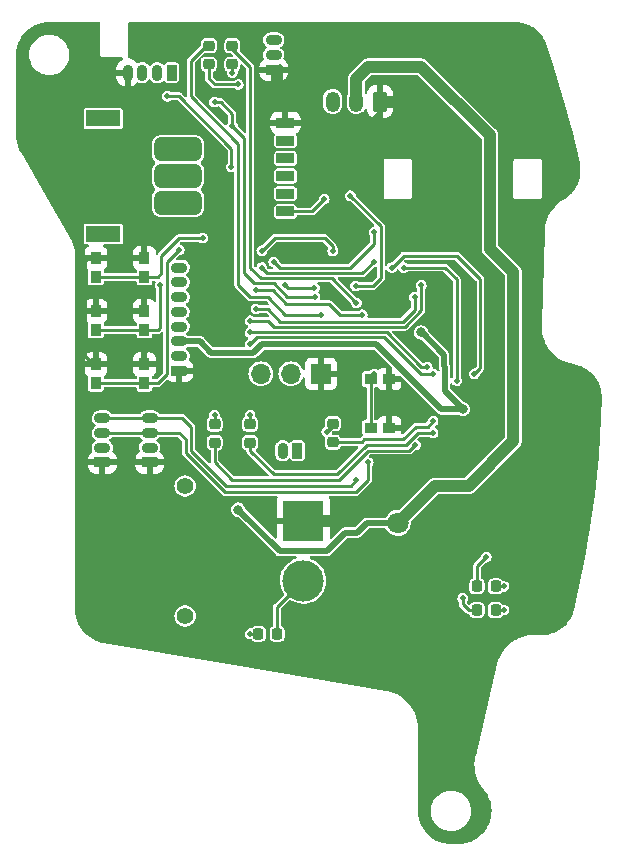
<source format=gbr>
%TF.GenerationSoftware,KiCad,Pcbnew,(6.0.8)*%
%TF.CreationDate,2023-04-16T02:33:25+09:00*%
%TF.ProjectId,ORION_sub_v2,4f52494f-4e5f-4737-9562-5f76322e6b69,rev?*%
%TF.SameCoordinates,Original*%
%TF.FileFunction,Copper,L1,Top*%
%TF.FilePolarity,Positive*%
%FSLAX46Y46*%
G04 Gerber Fmt 4.6, Leading zero omitted, Abs format (unit mm)*
G04 Created by KiCad (PCBNEW (6.0.8)) date 2023-04-16 02:33:25*
%MOMM*%
%LPD*%
G01*
G04 APERTURE LIST*
G04 Aperture macros list*
%AMRoundRect*
0 Rectangle with rounded corners*
0 $1 Rounding radius*
0 $2 $3 $4 $5 $6 $7 $8 $9 X,Y pos of 4 corners*
0 Add a 4 corners polygon primitive as box body*
4,1,4,$2,$3,$4,$5,$6,$7,$8,$9,$2,$3,0*
0 Add four circle primitives for the rounded corners*
1,1,$1+$1,$2,$3*
1,1,$1+$1,$4,$5*
1,1,$1+$1,$6,$7*
1,1,$1+$1,$8,$9*
0 Add four rect primitives between the rounded corners*
20,1,$1+$1,$2,$3,$4,$5,0*
20,1,$1+$1,$4,$5,$6,$7,0*
20,1,$1+$1,$6,$7,$8,$9,0*
20,1,$1+$1,$8,$9,$2,$3,0*%
G04 Aperture macros list end*
%TA.AperFunction,SMDPad,CuDef*%
%ADD10R,0.900000X1.000000*%
%TD*%
%TA.AperFunction,SMDPad,CuDef*%
%ADD11RoundRect,0.218750X0.256250X-0.218750X0.256250X0.218750X-0.256250X0.218750X-0.256250X-0.218750X0*%
%TD*%
%TA.AperFunction,SMDPad,CuDef*%
%ADD12RoundRect,0.218750X-0.218750X-0.256250X0.218750X-0.256250X0.218750X0.256250X-0.218750X0.256250X0*%
%TD*%
%TA.AperFunction,ComponentPad*%
%ADD13RoundRect,0.225000X0.475000X-0.225000X0.475000X0.225000X-0.475000X0.225000X-0.475000X-0.225000X0*%
%TD*%
%TA.AperFunction,ComponentPad*%
%ADD14O,1.400000X0.900000*%
%TD*%
%TA.AperFunction,ComponentPad*%
%ADD15RoundRect,0.225000X0.225000X0.475000X-0.225000X0.475000X-0.225000X-0.475000X0.225000X-0.475000X0*%
%TD*%
%TA.AperFunction,ComponentPad*%
%ADD16O,0.900000X1.400000*%
%TD*%
%TA.AperFunction,SMDPad,CuDef*%
%ADD17RoundRect,0.218750X0.218750X0.256250X-0.218750X0.256250X-0.218750X-0.256250X0.218750X-0.256250X0*%
%TD*%
%TA.AperFunction,SMDPad,CuDef*%
%ADD18R,1.450000X1.100000*%
%TD*%
%TA.AperFunction,SMDPad,CuDef*%
%ADD19R,2.899999X1.350000*%
%TD*%
%TA.AperFunction,SMDPad,CuDef*%
%ADD20RoundRect,0.218750X-0.256250X0.218750X-0.256250X-0.218750X0.256250X-0.218750X0.256250X0.218750X0*%
%TD*%
%TA.AperFunction,ComponentPad*%
%ADD21R,1.700000X1.700000*%
%TD*%
%TA.AperFunction,ComponentPad*%
%ADD22O,1.700000X1.700000*%
%TD*%
%TA.AperFunction,SMDPad,CuDef*%
%ADD23R,1.000000X0.900000*%
%TD*%
%TA.AperFunction,ComponentPad*%
%ADD24RoundRect,0.250000X0.350000X0.625000X-0.350000X0.625000X-0.350000X-0.625000X0.350000X-0.625000X0*%
%TD*%
%TA.AperFunction,ComponentPad*%
%ADD25O,1.200000X1.750000*%
%TD*%
%TA.AperFunction,ComponentPad*%
%ADD26C,1.400000*%
%TD*%
%TA.AperFunction,ComponentPad*%
%ADD27R,3.500000X3.500000*%
%TD*%
%TA.AperFunction,ComponentPad*%
%ADD28C,3.500000*%
%TD*%
%TA.AperFunction,ComponentPad*%
%ADD29RoundRect,0.225000X-0.575000X0.225000X-0.575000X-0.225000X0.575000X-0.225000X0.575000X0.225000X0*%
%TD*%
%TA.AperFunction,ComponentPad*%
%ADD30RoundRect,0.500000X1.500000X0.500000X-1.500000X0.500000X-1.500000X-0.500000X1.500000X-0.500000X0*%
%TD*%
%TA.AperFunction,ComponentPad*%
%ADD31RoundRect,0.375000X0.375000X0.375000X-0.375000X0.375000X-0.375000X-0.375000X0.375000X-0.375000X0*%
%TD*%
%TA.AperFunction,ViaPad*%
%ADD32C,0.500000*%
%TD*%
%TA.AperFunction,ViaPad*%
%ADD33C,0.800000*%
%TD*%
%TA.AperFunction,ViaPad*%
%ADD34C,1.800000*%
%TD*%
%TA.AperFunction,Conductor*%
%ADD35C,0.250000*%
%TD*%
%TA.AperFunction,Conductor*%
%ADD36C,0.500000*%
%TD*%
%TA.AperFunction,Conductor*%
%ADD37C,1.000000*%
%TD*%
G04 APERTURE END LIST*
D10*
%TO.P,SW2,1,1*%
%TO.N,GND*%
X99550000Y-83700000D03*
X95450000Y-83700000D03*
%TO.P,SW2,2,2*%
%TO.N,/SW_0*%
X95450000Y-85300000D03*
X99550000Y-85300000D03*
%TD*%
D11*
%TO.P,D6,1,K*%
%TO.N,Net-(D6-Pad1)*%
X107000000Y-58287500D03*
%TO.P,D6,2,A*%
%TO.N,/LED_4*%
X107000000Y-56712500D03*
%TD*%
D12*
%TO.P,D7,1,K*%
%TO.N,Net-(D7-Pad1)*%
X109212500Y-106500000D03*
%TO.P,D7,2,A*%
%TO.N,+BATT*%
X110787500Y-106500000D03*
%TD*%
D13*
%TO.P,J13,1,Pin_1*%
%TO.N,GND*%
X102500000Y-84250000D03*
D14*
%TO.P,J13,2,Pin_2*%
%TO.N,+5V*%
X102500000Y-83000000D03*
%TO.P,J13,3,Pin_3*%
%TO.N,+3.3V*%
X102500000Y-81750000D03*
%TO.P,J13,4,Pin_4*%
%TO.N,Net-(J13-Pad4)*%
X102500000Y-80500000D03*
%TO.P,J13,5,Pin_5*%
%TO.N,Net-(J13-Pad5)*%
X102500000Y-79250000D03*
%TO.P,J13,6,Pin_6*%
%TO.N,Net-(J13-Pad6)*%
X102500000Y-78000000D03*
%TO.P,J13,7,Pin_7*%
%TO.N,Net-(J13-Pad7)*%
X102500000Y-76750000D03*
%TO.P,J13,8,Pin_8*%
%TO.N,Net-(J13-Pad8)*%
X102500000Y-75500000D03*
%TD*%
D11*
%TO.P,D5,1,K*%
%TO.N,Net-(D5-Pad1)*%
X105000000Y-58287500D03*
%TO.P,D5,2,A*%
%TO.N,/LED_3*%
X105000000Y-56712500D03*
%TD*%
D10*
%TO.P,SW3,1,1*%
%TO.N,GND*%
X99550000Y-74700000D03*
X95450000Y-74700000D03*
%TO.P,SW3,2,2*%
%TO.N,/SW_1*%
X99550000Y-76300000D03*
X95450000Y-76300000D03*
%TD*%
D15*
%TO.P,J1,1,Pin_1*%
%TO.N,Net-(J1-Pad1)*%
X112500000Y-91000000D03*
D16*
%TO.P,J1,2,Pin_2*%
%TO.N,/ESC_TLM*%
X111250000Y-91000000D03*
%TD*%
D17*
%TO.P,D10,1,K*%
%TO.N,Net-(D10-Pad1)*%
X129287500Y-104500000D03*
%TO.P,D10,2,A*%
%TO.N,+5V*%
X127712500Y-104500000D03*
%TD*%
D18*
%TO.P,J11,1,Pin_1*%
%TO.N,Net-(J10-Pad1)*%
X102050000Y-65771500D03*
%TO.P,J11,2,Pin_2*%
%TO.N,Net-(J11-Pad2)*%
X102050000Y-67771501D03*
%TO.P,J11,3,Pin_3*%
%TO.N,Net-(J11-Pad3)*%
X102050000Y-69771500D03*
D19*
%TO.P,J11,4,Pin_4*%
%TO.N,unconnected-(J11-Pad4)*%
X96075001Y-62876502D03*
%TO.P,J11,5,Pin_5*%
%TO.N,unconnected-(J11-Pad5)*%
X96075001Y-72666498D03*
%TD*%
D20*
%TO.P,D3,1,K*%
%TO.N,Net-(D3-Pad1)*%
X105500000Y-88747500D03*
%TO.P,D3,2,A*%
%TO.N,/LED_2*%
X105500000Y-90322500D03*
%TD*%
D10*
%TO.P,SW4,1,1*%
%TO.N,GND*%
X99550000Y-79200000D03*
X95450000Y-79200000D03*
%TO.P,SW4,2,2*%
%TO.N,/SW_2*%
X95450000Y-80800000D03*
X99550000Y-80800000D03*
%TD*%
D13*
%TO.P,J6,1,Pin_1*%
%TO.N,GND*%
X100000000Y-92000000D03*
D14*
%TO.P,J6,2,Pin_2*%
%TO.N,Net-(J6-Pad2)*%
X100000000Y-90750000D03*
%TO.P,J6,3,Pin_3*%
%TO.N,/CAN_H*%
X100000000Y-89500000D03*
%TO.P,J6,4,Pin_4*%
%TO.N,/CAN_L*%
X100000000Y-88250000D03*
%TD*%
D20*
%TO.P,D2,1,K*%
%TO.N,Net-(D2-Pad1)*%
X115500000Y-88712500D03*
%TO.P,D2,2,A*%
%TO.N,/LED_1*%
X115500000Y-90287500D03*
%TD*%
D15*
%TO.P,J3,1,Pin_1*%
%TO.N,Net-(J3-Pad1)*%
X101875000Y-59000000D03*
D16*
%TO.P,J3,2,Pin_2*%
%TO.N,Net-(J3-Pad2)*%
X100625000Y-59000000D03*
%TO.P,J3,3,Pin_3*%
%TO.N,Net-(J3-Pad3)*%
X99375000Y-59000000D03*
%TO.P,J3,4,Pin_4*%
%TO.N,GND*%
X98125000Y-59000000D03*
%TD*%
D21*
%TO.P,J12,1,Pin_1*%
%TO.N,GND*%
X114500000Y-84500000D03*
D22*
%TO.P,J12,2,Pin_2*%
%TO.N,/ESC_PWM*%
X111960000Y-84500000D03*
%TO.P,J12,3,Pin_3*%
%TO.N,/ESC_TLM*%
X109420000Y-84500000D03*
%TD*%
D13*
%TO.P,J7,1,Pin_1*%
%TO.N,GND*%
X110500000Y-58750000D03*
D14*
%TO.P,J7,2,Pin_2*%
%TO.N,Net-(J7-Pad2)*%
X110500000Y-57500000D03*
%TO.P,J7,3,Pin_3*%
%TO.N,Net-(J7-Pad3)*%
X110500000Y-56250000D03*
%TD*%
D17*
%TO.P,D4,1,K*%
%TO.N,Net-(D4-Pad1)*%
X129287500Y-102500000D03*
%TO.P,D4,2,A*%
%TO.N,+3.3V*%
X127712500Y-102500000D03*
%TD*%
D23*
%TO.P,SW1,1,1*%
%TO.N,/NRST*%
X118700000Y-84950000D03*
X118700000Y-89050000D03*
%TO.P,SW1,2,2*%
%TO.N,GND*%
X120300000Y-89050000D03*
X120300000Y-84950000D03*
%TD*%
D24*
%TO.P,J2,1,Pin_1*%
%TO.N,GND*%
X119500000Y-61450000D03*
D25*
%TO.P,J2,2,Pin_2*%
%TO.N,+5V*%
X117500000Y-61450000D03*
%TO.P,J2,3,Pin_3*%
%TO.N,Net-(J2-Pad3)*%
X115500000Y-61450000D03*
%TD*%
D26*
%TO.P,J4,*%
%TO.N,*%
X103000000Y-105000000D03*
X103000000Y-94000000D03*
D27*
%TO.P,J4,1,Pin_1*%
%TO.N,GND*%
X113000000Y-97000000D03*
D28*
%TO.P,J4,2,Pin_2*%
%TO.N,+BATT*%
X113000000Y-102000000D03*
%TD*%
D13*
%TO.P,J8,1,Pin_1*%
%TO.N,GND*%
X96000000Y-92000000D03*
D14*
%TO.P,J8,2,Pin_2*%
%TO.N,Net-(J6-Pad2)*%
X96000000Y-90750000D03*
%TO.P,J8,3,Pin_3*%
%TO.N,/CAN_H*%
X96000000Y-89500000D03*
%TO.P,J8,4,Pin_4*%
%TO.N,/CAN_L*%
X96000000Y-88250000D03*
%TD*%
D20*
%TO.P,D1,1,K*%
%TO.N,Net-(D1-Pad1)*%
X108500000Y-88747500D03*
%TO.P,D1,2,A*%
%TO.N,/LED_0*%
X108500000Y-90322500D03*
%TD*%
D29*
%TO.P,P1,1,P1*%
%TO.N,GND*%
X111500000Y-63250000D03*
%TO.P,P1,2,P2*%
%TO.N,unconnected-(P1-Pad2)*%
X111500000Y-64750000D03*
%TO.P,P1,3,P3*%
%TO.N,/SWCLK*%
X111500000Y-66250000D03*
%TO.P,P1,4,P4*%
%TO.N,/SWDIO*%
X111500000Y-67750000D03*
%TO.P,P1,5,P5*%
%TO.N,/USART_TX*%
X111500000Y-69250000D03*
%TO.P,P1,6,P6*%
%TO.N,/USART_RX*%
X111500000Y-70750000D03*
%TD*%
D30*
%TO.P,J10,1,Pin_1*%
%TO.N,Net-(J10-Pad1)*%
X102400000Y-65500000D03*
D31*
X103600000Y-65500000D03*
X101200000Y-65500000D03*
%TD*%
D30*
%TO.P,J9,1,Pin_1*%
%TO.N,Net-(J11-Pad3)*%
X102400000Y-70000000D03*
D31*
X101200000Y-70000000D03*
X103600000Y-70000000D03*
%TD*%
%TO.P,J5,1,Pin_1*%
%TO.N,Net-(J11-Pad2)*%
X103600000Y-67750000D03*
X101200000Y-67750000D03*
D30*
X102400000Y-67750000D03*
%TD*%
D32*
%TO.N,GND*%
X120000001Y-78812467D03*
X120812466Y-78000000D03*
X112500000Y-74500000D03*
X114543733Y-73956267D03*
X120000000Y-77187534D03*
D33*
X124500000Y-98000000D03*
D32*
X125000000Y-71500000D03*
X125000000Y-73500000D03*
X119187533Y-78000001D03*
X120500000Y-86000000D03*
X116500000Y-73500000D03*
D33*
X115500000Y-103500000D03*
D32*
X106000000Y-85000000D03*
D33*
X115500000Y-108500000D03*
D32*
X129000000Y-94500000D03*
D33*
X122000000Y-108000000D03*
D32*
X128500000Y-97500000D03*
D33*
X124500000Y-108000000D03*
D32*
%TO.N,+3.3V*%
X128500000Y-100000000D03*
D33*
X123000000Y-81000000D03*
X126512299Y-87487701D03*
D34*
%TO.N,+5V*%
X121000000Y-97131018D03*
D32*
X126500000Y-103500000D03*
D33*
X107500000Y-96000000D03*
D32*
%TO.N,/SERVO_PWM*%
X117437533Y-77062467D03*
X117000000Y-69425500D03*
%TO.N,/USART_RX*%
X114775569Y-69724431D03*
%TO.N,/NRST*%
X119000000Y-84500000D03*
%TO.N,/CAN_L*%
X117500000Y-93524500D03*
%TO.N,/CAN_H*%
X118500000Y-92000000D03*
%TO.N,/LED_1*%
X124000000Y-88500000D03*
%TO.N,/LED_2*%
X122500000Y-90500000D03*
%TO.N,/LED_3*%
X114500000Y-79500000D03*
%TO.N,/CAN_RX*%
X120500000Y-75500000D03*
X127500000Y-84500000D03*
%TO.N,/CAN_TX*%
X126000000Y-85074500D03*
X121500000Y-75500000D03*
%TO.N,/SW_1*%
X104500000Y-73000000D03*
X119000000Y-72500000D03*
X110500000Y-75000000D03*
%TO.N,Net-(D1-Pad1)*%
X108500000Y-88000000D03*
%TO.N,/LED_0*%
X124000000Y-89500000D03*
%TO.N,Net-(D2-Pad1)*%
X115000000Y-89400500D03*
%TO.N,Net-(D3-Pad1)*%
X105500000Y-88000000D03*
%TO.N,Net-(D4-Pad1)*%
X130000000Y-102500000D03*
%TO.N,Net-(D5-Pad1)*%
X107500000Y-60000000D03*
%TO.N,Net-(D6-Pad1)*%
X107000000Y-59000000D03*
%TO.N,/LED_4*%
X117500000Y-78500000D03*
%TO.N,Net-(D7-Pad1)*%
X108500000Y-106500000D03*
%TO.N,/SW_0*%
X109500000Y-75500000D03*
X119000000Y-75000000D03*
X102500000Y-74000000D03*
%TO.N,Net-(D10-Pad1)*%
X130000000Y-104500000D03*
%TO.N,/LED_SW*%
X111500000Y-77000000D03*
X113943518Y-77244016D03*
%TO.N,Net-(J3-Pad2)*%
X106925500Y-67000000D03*
X101500000Y-61000000D03*
%TO.N,/INTALAPTER_OUT*%
X107000000Y-63500000D03*
X105500000Y-61500000D03*
X114000000Y-78000000D03*
%TO.N,/EX_GPIO_0*%
X124000000Y-84500000D03*
X108500000Y-82000000D03*
%TO.N,/EX_GPIO_1*%
X123500000Y-83925500D03*
X108500000Y-81000000D03*
%TO.N,/EX_GPIO_2*%
X108500000Y-80000000D03*
X123000000Y-77000000D03*
%TO.N,/EX_GPIO_3*%
X122425500Y-78000000D03*
X109000000Y-79000000D03*
%TO.N,/EX_GPIO_4*%
X118000000Y-79500000D03*
X109000000Y-77425500D03*
%TO.N,/SW_2*%
X100900500Y-77000000D03*
X109500000Y-74074500D03*
X115500000Y-74074500D03*
%TD*%
D35*
%TO.N,GND*%
X95450000Y-74700000D02*
X94800000Y-74700000D01*
X99550000Y-79200000D02*
X95450000Y-79200000D01*
X120500000Y-71500000D02*
X125000000Y-71500000D01*
X95450000Y-83700000D02*
X99550000Y-83700000D01*
D36*
X111500000Y-63250000D02*
X111500000Y-61000000D01*
X116000000Y-108000000D02*
X115500000Y-108500000D01*
D37*
X116500000Y-97000000D02*
X113000000Y-97000000D01*
D36*
X115500000Y-108500000D02*
X115500000Y-103500000D01*
D37*
X123450000Y-61450000D02*
X127600000Y-65600000D01*
D36*
X119500000Y-62500000D02*
X119500000Y-61450000D01*
D35*
X120000001Y-78812467D02*
X119187533Y-78000001D01*
D36*
X111500000Y-61000000D02*
X111000000Y-60500000D01*
X122000000Y-108000000D02*
X116000000Y-108000000D01*
D35*
X94500000Y-75000000D02*
X94500000Y-79000000D01*
D37*
X129600000Y-76600000D02*
X129600000Y-89400000D01*
D35*
X94800000Y-74700000D02*
X94500000Y-75000000D01*
D37*
X129600000Y-89400000D02*
X126500000Y-92500000D01*
D35*
X95450000Y-74700000D02*
X99550000Y-74700000D01*
X119500000Y-61450000D02*
X119500000Y-70500000D01*
X95200000Y-83700000D02*
X95450000Y-83700000D01*
D37*
X121000000Y-92500000D02*
X116500000Y-97000000D01*
D35*
X119187533Y-78000001D02*
X120000000Y-77187534D01*
D36*
X111000000Y-60500000D02*
X111000000Y-58500000D01*
D37*
X127600000Y-65600000D02*
X127600000Y-74600000D01*
X127600000Y-74600000D02*
X129600000Y-76600000D01*
D35*
X94500000Y-83000000D02*
X95200000Y-83700000D01*
X94700000Y-79200000D02*
X94500000Y-79000000D01*
X95450000Y-79200000D02*
X94700000Y-79200000D01*
D37*
X126500000Y-92500000D02*
X121000000Y-92500000D01*
D36*
X118750000Y-63250000D02*
X119500000Y-62500000D01*
D35*
X94500000Y-79000000D02*
X94500000Y-83000000D01*
D37*
X119500000Y-61450000D02*
X123450000Y-61450000D01*
D35*
X106000000Y-85000000D02*
X105250000Y-84250000D01*
X128500000Y-95000000D02*
X129000000Y-94500000D01*
D36*
X124500000Y-108000000D02*
X122000000Y-108000000D01*
D35*
X120000001Y-78812467D02*
X120812466Y-78000000D01*
D36*
X111500000Y-63250000D02*
X118750000Y-63250000D01*
D35*
X114543733Y-73956267D02*
X113043733Y-73956267D01*
X105250000Y-84250000D02*
X102500000Y-84250000D01*
D36*
X124500000Y-108000000D02*
X124500000Y-98000000D01*
D35*
X119500000Y-70500000D02*
X120500000Y-71500000D01*
X113043733Y-73956267D02*
X112500000Y-74500000D01*
X128500000Y-97500000D02*
X128500000Y-95000000D01*
D36*
%TO.N,+3.3V*%
X125000000Y-83949569D02*
X124925000Y-83874569D01*
X109489950Y-82000000D02*
X108789950Y-82700000D01*
X126512299Y-87487701D02*
X126500000Y-87500000D01*
X123025216Y-81000000D02*
X123000000Y-81000000D01*
X125000000Y-85975402D02*
X125000000Y-83949569D01*
X126500000Y-87500000D02*
X124700000Y-87500000D01*
X124925000Y-82899784D02*
X123025216Y-81000000D01*
X124925000Y-83874569D02*
X124925000Y-82899784D01*
X104250000Y-81750000D02*
X102500000Y-81750000D01*
X126512299Y-87487701D02*
X125000000Y-85975402D01*
X124700000Y-87500000D02*
X119200000Y-82000000D01*
X108789950Y-82700000D02*
X105200000Y-82700000D01*
D35*
X127712500Y-102500000D02*
X127712500Y-100787500D01*
D36*
X119200000Y-82000000D02*
X109489950Y-82000000D01*
X105200000Y-82700000D02*
X104250000Y-81750000D01*
D35*
X127712500Y-100787500D02*
X128500000Y-100000000D01*
D37*
%TO.N,+5V*%
X123000000Y-58500000D02*
X118500000Y-58500000D01*
X130800000Y-90200000D02*
X130800000Y-75898528D01*
X121000000Y-97131018D02*
X124131018Y-94000000D01*
D36*
X116550000Y-97950000D02*
X117550000Y-97950000D01*
D37*
X128800000Y-73898528D02*
X128800000Y-64300000D01*
D35*
X126500000Y-104000000D02*
X126500000Y-103500000D01*
D36*
X107500000Y-96000000D02*
X111000000Y-99500000D01*
D35*
X127712500Y-104500000D02*
X127000000Y-104500000D01*
D37*
X117500000Y-59500000D02*
X117500000Y-61450000D01*
D36*
X111000000Y-99500000D02*
X115000000Y-99500000D01*
D37*
X127000000Y-94000000D02*
X130800000Y-90200000D01*
D36*
X118368982Y-97131018D02*
X121000000Y-97131018D01*
D37*
X118500000Y-58500000D02*
X117500000Y-59500000D01*
X128800000Y-64300000D02*
X123000000Y-58500000D01*
D36*
X115000000Y-99500000D02*
X116550000Y-97950000D01*
D35*
X127000000Y-104500000D02*
X126500000Y-104000000D01*
D37*
X124131018Y-94000000D02*
X127000000Y-94000000D01*
X130800000Y-75898528D02*
X128800000Y-73898528D01*
D36*
X117550000Y-97950000D02*
X118368982Y-97131018D01*
D35*
%TO.N,/SERVO_PWM*%
X119575000Y-72000500D02*
X119575000Y-76425000D01*
X118937533Y-77062467D02*
X117437533Y-77062467D01*
X117000000Y-69425500D02*
X119575000Y-72000500D01*
X119575000Y-76425000D02*
X118937533Y-77062467D01*
%TO.N,+BATT*%
X110787500Y-104212500D02*
X113000000Y-102000000D01*
X110787500Y-106500000D02*
X110787500Y-104212500D01*
%TO.N,/USART_RX*%
X113750000Y-70750000D02*
X111500000Y-70750000D01*
X114775569Y-69724431D02*
X113750000Y-70750000D01*
%TO.N,/NRST*%
X118700000Y-84950000D02*
X118700000Y-89050000D01*
%TO.N,/CAN_L*%
X103500000Y-89000000D02*
X102750000Y-88250000D01*
X106500000Y-94000000D02*
X103500000Y-91000000D01*
X100000000Y-88250000D02*
X96000000Y-88250000D01*
X117024500Y-94000000D02*
X106500000Y-94000000D01*
X117500000Y-93524500D02*
X117024500Y-94000000D01*
X102750000Y-88250000D02*
X100000000Y-88250000D01*
X103500000Y-91000000D02*
X103500000Y-89000000D01*
%TO.N,/CAN_H*%
X103050000Y-91186396D02*
X103050000Y-90050000D01*
X103050000Y-90050000D02*
X102500000Y-89500000D01*
X117500000Y-94500000D02*
X106363604Y-94500000D01*
X106363604Y-94500000D02*
X103050000Y-91186396D01*
X118500000Y-93500000D02*
X117500000Y-94500000D01*
X102500000Y-89500000D02*
X100000000Y-89500000D01*
X96000000Y-89500000D02*
X100000000Y-89500000D01*
X118500000Y-92000000D02*
X118500000Y-93500000D01*
%TO.N,/LED_1*%
X122525000Y-88975000D02*
X121450000Y-90050000D01*
X117939708Y-90287500D02*
X115500000Y-90287500D01*
X124000000Y-88500000D02*
X123525000Y-88975000D01*
X121450000Y-90050000D02*
X118177208Y-90050000D01*
X123525000Y-88975000D02*
X122525000Y-88975000D01*
X118177208Y-90050000D02*
X117939708Y-90287500D01*
%TO.N,/LED_2*%
X118500000Y-91000000D02*
X116000000Y-93500000D01*
X105500000Y-92000000D02*
X105500000Y-90322500D01*
X107000000Y-93500000D02*
X105500000Y-92000000D01*
X122000000Y-91000000D02*
X118500000Y-91000000D01*
X116000000Y-93500000D02*
X107000000Y-93500000D01*
X122500000Y-90500000D02*
X122000000Y-91000000D01*
%TO.N,/LED_3*%
X111500000Y-79500000D02*
X114500000Y-79500000D01*
X110000000Y-78000000D02*
X111500000Y-79500000D01*
X103500000Y-61000000D02*
X107500000Y-65000000D01*
X103500000Y-58000000D02*
X103500000Y-61000000D01*
X107500000Y-65000000D02*
X107500000Y-77000000D01*
X108500000Y-78000000D02*
X110000000Y-78000000D01*
X107500000Y-77000000D02*
X108500000Y-78000000D01*
X104787500Y-56712500D02*
X103500000Y-58000000D01*
X105000000Y-56712500D02*
X104787500Y-56712500D01*
%TO.N,/CAN_RX*%
X121500000Y-74500000D02*
X120500000Y-75500000D01*
X127500000Y-84500000D02*
X128000000Y-84000000D01*
X128000000Y-84000000D02*
X128000000Y-76500000D01*
X126000000Y-74500000D02*
X121500000Y-74500000D01*
X128000000Y-76500000D02*
X126000000Y-74500000D01*
%TO.N,/CAN_TX*%
X126000000Y-85074500D02*
X126000000Y-76500000D01*
X126000000Y-76500000D02*
X125000000Y-75500000D01*
X125000000Y-75500000D02*
X121500000Y-75500000D01*
%TO.N,/SW_1*%
X100700000Y-76300000D02*
X101000000Y-76000000D01*
X99550000Y-76300000D02*
X100700000Y-76300000D01*
X95450000Y-76300000D02*
X99550000Y-76300000D01*
X110500000Y-75000000D02*
X111000000Y-75500000D01*
X101000000Y-76000000D02*
X101000000Y-74500000D01*
X101000000Y-74500000D02*
X102500000Y-73000000D01*
X111000000Y-75500000D02*
X117000000Y-75500000D01*
X117000000Y-75500000D02*
X119000000Y-73500000D01*
X102500000Y-73000000D02*
X104500000Y-73000000D01*
X119000000Y-73500000D02*
X119000000Y-72500000D01*
%TO.N,Net-(D1-Pad1)*%
X108500000Y-88000000D02*
X108500000Y-88747500D01*
%TO.N,/LED_0*%
X121686827Y-90500000D02*
X118363604Y-90500000D01*
X124000000Y-89500000D02*
X122686827Y-89500000D01*
X122686827Y-89500000D02*
X121686827Y-90500000D01*
X115863604Y-93000000D02*
X110500000Y-93000000D01*
X108500000Y-91000000D02*
X108500000Y-90322500D01*
X110500000Y-93000000D02*
X108500000Y-91000000D01*
X118363604Y-90500000D02*
X115863604Y-93000000D01*
%TO.N,Net-(D2-Pad1)*%
X115500000Y-88900500D02*
X115500000Y-88712500D01*
X115000000Y-89400500D02*
X115500000Y-88900500D01*
%TO.N,Net-(D3-Pad1)*%
X105500000Y-88000000D02*
X105500000Y-88747500D01*
%TO.N,Net-(D4-Pad1)*%
X129287500Y-102500000D02*
X130000000Y-102500000D01*
%TO.N,Net-(D5-Pad1)*%
X105000000Y-59500000D02*
X105000000Y-58287500D01*
X105500000Y-60000000D02*
X105000000Y-59500000D01*
X107500000Y-60000000D02*
X105500000Y-60000000D01*
%TO.N,Net-(D6-Pad1)*%
X107000000Y-59000000D02*
X107000000Y-58287500D01*
%TO.N,/LED_4*%
X115400500Y-76400500D02*
X117500000Y-78500000D01*
X107000000Y-56712500D02*
X107000000Y-57000000D01*
X108500000Y-75500000D02*
X109400500Y-76400500D01*
X109400500Y-76400500D02*
X115400500Y-76400500D01*
X108500000Y-58500000D02*
X108500000Y-75500000D01*
X107000000Y-57000000D02*
X108500000Y-58500000D01*
%TO.N,Net-(D7-Pad1)*%
X108500000Y-106500000D02*
X109212500Y-106500000D01*
%TO.N,/SW_0*%
X109950500Y-75950500D02*
X115586896Y-75950500D01*
X101475000Y-84525000D02*
X100700000Y-85300000D01*
X118000000Y-76000000D02*
X119000000Y-75000000D01*
X100700000Y-85300000D02*
X99550000Y-85300000D01*
X99550000Y-85300000D02*
X95450000Y-85300000D01*
X102500000Y-74000000D02*
X101475000Y-75025000D01*
X115636396Y-76000000D02*
X118000000Y-76000000D01*
X109500000Y-75500000D02*
X109950500Y-75950500D01*
X101475000Y-75025000D02*
X101475000Y-84525000D01*
X115586896Y-75950500D02*
X115636396Y-76000000D01*
%TO.N,Net-(D10-Pad1)*%
X129287500Y-104500000D02*
X130000000Y-104500000D01*
%TO.N,/LED_SW*%
X111500000Y-77000000D02*
X111744016Y-77244016D01*
X111744016Y-77244016D02*
X113943518Y-77244016D01*
%TO.N,Net-(J3-Pad2)*%
X106925500Y-65425500D02*
X102500000Y-61000000D01*
X102500000Y-61000000D02*
X101500000Y-61000000D01*
X106925500Y-67000000D02*
X106925500Y-65425500D01*
%TO.N,/INTALAPTER_OUT*%
X108000000Y-64500000D02*
X108000000Y-76000000D01*
X107000000Y-62500000D02*
X106000000Y-61500000D01*
X110486896Y-76850500D02*
X111636396Y-78000000D01*
X107000000Y-63500000D02*
X108000000Y-64500000D01*
X111636396Y-78000000D02*
X114000000Y-78000000D01*
X108850500Y-76850500D02*
X110486896Y-76850500D01*
X108000000Y-76000000D02*
X108850500Y-76850500D01*
X106000000Y-61500000D02*
X105500000Y-61500000D01*
X107000000Y-63500000D02*
X107000000Y-62500000D01*
%TO.N,/EX_GPIO_0*%
X109075000Y-81425000D02*
X108500000Y-82000000D01*
X124000000Y-84500000D02*
X122950000Y-84500000D01*
X119875000Y-81425000D02*
X109075000Y-81425000D01*
X122950000Y-84500000D02*
X119875000Y-81425000D01*
%TO.N,/EX_GPIO_1*%
X123011896Y-83925500D02*
X120061396Y-80975000D01*
X108525000Y-80975000D02*
X108500000Y-81000000D01*
X120061396Y-80975000D02*
X108525000Y-80975000D01*
X123500000Y-83925500D02*
X123011896Y-83925500D01*
%TO.N,/EX_GPIO_2*%
X108500000Y-80000000D02*
X110000000Y-80000000D01*
X123000000Y-79136396D02*
X123000000Y-77000000D01*
X110525000Y-80525000D02*
X121611396Y-80525000D01*
X110000000Y-80000000D02*
X110525000Y-80525000D01*
X121611396Y-80525000D02*
X123000000Y-79136396D01*
%TO.N,/EX_GPIO_3*%
X122425500Y-79074500D02*
X122425500Y-78000000D01*
X111075000Y-80075000D02*
X121425000Y-80075000D01*
X110000000Y-79000000D02*
X111075000Y-80075000D01*
X121425000Y-80075000D02*
X122425500Y-79074500D01*
X109000000Y-79000000D02*
X110000000Y-79000000D01*
%TO.N,/EX_GPIO_4*%
X110425500Y-77425500D02*
X111575000Y-78575000D01*
X115168414Y-78575000D02*
X116093414Y-79500000D01*
X116093414Y-79500000D02*
X118000000Y-79500000D01*
X109000000Y-77425500D02*
X110425500Y-77425500D01*
X111575000Y-78575000D02*
X115168414Y-78575000D01*
%TO.N,/SW_2*%
X110574500Y-73000000D02*
X109500000Y-74074500D01*
X114813173Y-73000000D02*
X110574500Y-73000000D01*
X115500000Y-73686827D02*
X114813173Y-73000000D01*
X100900500Y-80599500D02*
X100900500Y-77000000D01*
X99550000Y-80800000D02*
X100700000Y-80800000D01*
X115500000Y-74074500D02*
X115500000Y-73686827D01*
X99550000Y-80800000D02*
X95450000Y-80800000D01*
X100700000Y-80800000D02*
X100900500Y-80599500D01*
%TD*%
%TA.AperFunction,Conductor*%
%TO.N,GND*%
G36*
X95758691Y-54719407D02*
G01*
X95794655Y-54768907D01*
X95799500Y-54799500D01*
X95799500Y-57494108D01*
X95799455Y-57545563D01*
X95804280Y-57555611D01*
X95804712Y-57556511D01*
X95811987Y-57577345D01*
X95814688Y-57589185D01*
X95821635Y-57597903D01*
X95822091Y-57598475D01*
X95833909Y-57617314D01*
X95839052Y-57628024D01*
X95848539Y-57635611D01*
X95864123Y-57651222D01*
X95871695Y-57660724D01*
X95882392Y-57665883D01*
X95901214Y-57677736D01*
X95910492Y-57685156D01*
X95922327Y-57687877D01*
X95943151Y-57695190D01*
X95944048Y-57695623D01*
X95944049Y-57695623D01*
X95954087Y-57700465D01*
X95965232Y-57700475D01*
X95965233Y-57700475D01*
X95977155Y-57700485D01*
X95977153Y-57702230D01*
X95977219Y-57702224D01*
X95977219Y-57700500D01*
X95994108Y-57700500D01*
X96045274Y-57700545D01*
X96045563Y-57700545D01*
X96045651Y-57700503D01*
X96045675Y-57700500D01*
X97652499Y-57700500D01*
X97710690Y-57719407D01*
X97746654Y-57768907D01*
X97746654Y-57830093D01*
X97710690Y-57879593D01*
X97702772Y-57884350D01*
X97702874Y-57884514D01*
X97541730Y-57984428D01*
X97533822Y-57990518D01*
X97399701Y-58117350D01*
X97393181Y-58124903D01*
X97287303Y-58276114D01*
X97282438Y-58284818D01*
X97209123Y-58454240D01*
X97206109Y-58463740D01*
X97168112Y-58645620D01*
X97167135Y-58653149D01*
X97167069Y-58654411D01*
X97167000Y-58657021D01*
X97167000Y-58730320D01*
X97171122Y-58743005D01*
X97175243Y-58746000D01*
X98280000Y-58746000D01*
X98338191Y-58764907D01*
X98374155Y-58814407D01*
X98379000Y-58845000D01*
X98379000Y-60161664D01*
X98382303Y-60171830D01*
X98394631Y-60171593D01*
X98542423Y-60117216D01*
X98551386Y-60112845D01*
X98708270Y-60015572D01*
X98716178Y-60009482D01*
X98850299Y-59882650D01*
X98856819Y-59875097D01*
X98888997Y-59829141D01*
X98937862Y-59792319D01*
X98999038Y-59791251D01*
X99020902Y-59801307D01*
X99023674Y-59803600D01*
X99029310Y-59806252D01*
X99029313Y-59806254D01*
X99100879Y-59839930D01*
X99172387Y-59873579D01*
X99333830Y-59904376D01*
X99415845Y-59899216D01*
X99491649Y-59894447D01*
X99491651Y-59894447D01*
X99497860Y-59894056D01*
X99503778Y-59892133D01*
X99503779Y-59892133D01*
X99648247Y-59845193D01*
X99648248Y-59845192D01*
X99654171Y-59843268D01*
X99676432Y-59829141D01*
X99736136Y-59791251D01*
X99792940Y-59755202D01*
X99797200Y-59750666D01*
X99797202Y-59750664D01*
X99901182Y-59639936D01*
X99901183Y-59639935D01*
X99905448Y-59635393D01*
X99910596Y-59626029D01*
X99914504Y-59618921D01*
X99959107Y-59577038D01*
X100019810Y-59569371D01*
X100073427Y-59598849D01*
X100081350Y-59608427D01*
X100143375Y-59693797D01*
X100147037Y-59698837D01*
X100151832Y-59702803D01*
X100151834Y-59702806D01*
X100193689Y-59737431D01*
X100273674Y-59803600D01*
X100279307Y-59806251D01*
X100279309Y-59806252D01*
X100348031Y-59838590D01*
X100422387Y-59873579D01*
X100583830Y-59904376D01*
X100665845Y-59899216D01*
X100741649Y-59894447D01*
X100741651Y-59894447D01*
X100747860Y-59894056D01*
X100753778Y-59892133D01*
X100753779Y-59892133D01*
X100898247Y-59845193D01*
X100898248Y-59845192D01*
X100904171Y-59843268D01*
X100926432Y-59829141D01*
X100986136Y-59791251D01*
X101042940Y-59755202D01*
X101047200Y-59750666D01*
X101047202Y-59750664D01*
X101123021Y-59669924D01*
X101176638Y-59640448D01*
X101237341Y-59648116D01*
X101283399Y-59692750D01*
X101286501Y-59698837D01*
X101301472Y-59728220D01*
X101396780Y-59823528D01*
X101403717Y-59827063D01*
X101403719Y-59827064D01*
X101506127Y-59879243D01*
X101516874Y-59884719D01*
X101524568Y-59885938D01*
X101524569Y-59885938D01*
X101612666Y-59899891D01*
X101612668Y-59899891D01*
X101616512Y-59900500D01*
X102133488Y-59900500D01*
X102137332Y-59899891D01*
X102137334Y-59899891D01*
X102225431Y-59885938D01*
X102225432Y-59885938D01*
X102233126Y-59884719D01*
X102243873Y-59879243D01*
X102346281Y-59827064D01*
X102346283Y-59827063D01*
X102353220Y-59823528D01*
X102448528Y-59728220D01*
X102453725Y-59718022D01*
X102506183Y-59615066D01*
X102506183Y-59615065D01*
X102509719Y-59608126D01*
X102511189Y-59598849D01*
X102524891Y-59512334D01*
X102524891Y-59512332D01*
X102525500Y-59508488D01*
X102525500Y-58491512D01*
X102524891Y-58487666D01*
X102510938Y-58399569D01*
X102510938Y-58399568D01*
X102509719Y-58391874D01*
X102504037Y-58380723D01*
X102452064Y-58278719D01*
X102452063Y-58278717D01*
X102448528Y-58271780D01*
X102353220Y-58176472D01*
X102346283Y-58172937D01*
X102346281Y-58172936D01*
X102240066Y-58118817D01*
X102240065Y-58118817D01*
X102233126Y-58115281D01*
X102225432Y-58114062D01*
X102225431Y-58114062D01*
X102137334Y-58100109D01*
X102137332Y-58100109D01*
X102133488Y-58099500D01*
X101616512Y-58099500D01*
X101612668Y-58100109D01*
X101612666Y-58100109D01*
X101524569Y-58114062D01*
X101524568Y-58114062D01*
X101516874Y-58115281D01*
X101509935Y-58118817D01*
X101509934Y-58118817D01*
X101403719Y-58172936D01*
X101403717Y-58172937D01*
X101396780Y-58176472D01*
X101301472Y-58271780D01*
X101297937Y-58278717D01*
X101297936Y-58278719D01*
X101284188Y-58305702D01*
X101240923Y-58348967D01*
X101180491Y-58358538D01*
X101125975Y-58330761D01*
X101115886Y-58318949D01*
X101106624Y-58306201D01*
X101106621Y-58306198D01*
X101102963Y-58301163D01*
X101098168Y-58297197D01*
X101098166Y-58297194D01*
X101034829Y-58244798D01*
X100976326Y-58196400D01*
X100970693Y-58193749D01*
X100970691Y-58193748D01*
X100878783Y-58150500D01*
X100827613Y-58126421D01*
X100666170Y-58095624D01*
X100594884Y-58100109D01*
X100508351Y-58105553D01*
X100508349Y-58105553D01*
X100502140Y-58105944D01*
X100496222Y-58107867D01*
X100496221Y-58107867D01*
X100351753Y-58154807D01*
X100351752Y-58154808D01*
X100345829Y-58156732D01*
X100207060Y-58244798D01*
X100202800Y-58249334D01*
X100202798Y-58249336D01*
X100135319Y-58321194D01*
X100094552Y-58364607D01*
X100091550Y-58370068D01*
X100091549Y-58370069D01*
X100085496Y-58381079D01*
X100040893Y-58422962D01*
X99980190Y-58430629D01*
X99926573Y-58401151D01*
X99918650Y-58391573D01*
X99856625Y-58306203D01*
X99856623Y-58306201D01*
X99852963Y-58301163D01*
X99848168Y-58297197D01*
X99848166Y-58297194D01*
X99784829Y-58244798D01*
X99726326Y-58196400D01*
X99720693Y-58193749D01*
X99720691Y-58193748D01*
X99628783Y-58150500D01*
X99577613Y-58126421D01*
X99416170Y-58095624D01*
X99344884Y-58100109D01*
X99258351Y-58105553D01*
X99258349Y-58105553D01*
X99252140Y-58105944D01*
X99246222Y-58107867D01*
X99246221Y-58107867D01*
X99101753Y-58154807D01*
X99101752Y-58154808D01*
X99095829Y-58156732D01*
X99037502Y-58193748D01*
X99027316Y-58200212D01*
X98968053Y-58215429D01*
X98911164Y-58192905D01*
X98899101Y-58181050D01*
X98792327Y-58056473D01*
X98785101Y-58049592D01*
X98639241Y-57936452D01*
X98630787Y-57931169D01*
X98465153Y-57849667D01*
X98455800Y-57846188D01*
X98277174Y-57799659D01*
X98267302Y-57798131D01*
X98224202Y-57795873D01*
X98167080Y-57773947D01*
X98133756Y-57722633D01*
X98136957Y-57661532D01*
X98152007Y-57635251D01*
X98160724Y-57628305D01*
X98165883Y-57617608D01*
X98177736Y-57598786D01*
X98185156Y-57589508D01*
X98187877Y-57577673D01*
X98195190Y-57556849D01*
X98195623Y-57555952D01*
X98195623Y-57555951D01*
X98200465Y-57545913D01*
X98200485Y-57522845D01*
X98202230Y-57522847D01*
X98202224Y-57522781D01*
X98200500Y-57522781D01*
X98200500Y-57505892D01*
X98200545Y-57454726D01*
X98200545Y-57454437D01*
X98200503Y-57454349D01*
X98200500Y-57454325D01*
X98200500Y-54799500D01*
X98219407Y-54741309D01*
X98268907Y-54705345D01*
X98299500Y-54700500D01*
X130893369Y-54700500D01*
X130915555Y-54703018D01*
X130927027Y-54705656D01*
X130937903Y-54703195D01*
X130948126Y-54703213D01*
X130959212Y-54702289D01*
X130974318Y-54703138D01*
X131235545Y-54717820D01*
X131246587Y-54719065D01*
X131545386Y-54769876D01*
X131556218Y-54772351D01*
X131847438Y-54856326D01*
X131857905Y-54859991D01*
X132136771Y-54975611D01*
X132137888Y-54976074D01*
X132147897Y-54980899D01*
X132413101Y-55127623D01*
X132422506Y-55133539D01*
X132669591Y-55309052D01*
X132678275Y-55315985D01*
X132904142Y-55518089D01*
X132911993Y-55525951D01*
X132977625Y-55599500D01*
X133113790Y-55752092D01*
X133120699Y-55760770D01*
X133265759Y-55965569D01*
X133295892Y-56008112D01*
X133301795Y-56017526D01*
X133315155Y-56041752D01*
X133448156Y-56282924D01*
X133452960Y-56292924D01*
X133543809Y-56512888D01*
X133558404Y-56548225D01*
X133560897Y-56557965D01*
X133560918Y-56557958D01*
X133564571Y-56568491D01*
X133565789Y-56579572D01*
X133571692Y-56589029D01*
X133571749Y-56589193D01*
X133581388Y-56609541D01*
X134049254Y-57990518D01*
X134053339Y-58002576D01*
X134053881Y-58004224D01*
X134258165Y-58644360D01*
X134510836Y-59436119D01*
X134511355Y-59437797D01*
X134942825Y-60877554D01*
X134943314Y-60879241D01*
X135094322Y-61417700D01*
X135348755Y-62324946D01*
X135349155Y-62326374D01*
X135349604Y-62328030D01*
X135681605Y-63598134D01*
X135729736Y-63782266D01*
X135730165Y-63783970D01*
X136084404Y-65244605D01*
X136084803Y-65246315D01*
X136405928Y-66681099D01*
X136408160Y-66702756D01*
X136408317Y-66703495D01*
X136408153Y-66714643D01*
X136412841Y-66724762D01*
X136414769Y-66733827D01*
X136418310Y-66745429D01*
X136458136Y-66994440D01*
X136459040Y-67000095D01*
X136460142Y-67010470D01*
X136475263Y-67294648D01*
X136475268Y-67305081D01*
X136460397Y-67589290D01*
X136459303Y-67599666D01*
X136414606Y-67880716D01*
X136412427Y-67890919D01*
X136338397Y-68165715D01*
X136335159Y-68175624D01*
X136232620Y-68441106D01*
X136228354Y-68450626D01*
X136110520Y-68680304D01*
X136098446Y-68703838D01*
X136093204Y-68712852D01*
X135976960Y-68890487D01*
X135937367Y-68950989D01*
X135931202Y-68959406D01*
X135751168Y-69179821D01*
X135744151Y-69187542D01*
X135646011Y-69284718D01*
X135541925Y-69387782D01*
X135534145Y-69394712D01*
X135319099Y-69566850D01*
X135311962Y-69572563D01*
X135303488Y-69578642D01*
X135087066Y-69717237D01*
X135067934Y-69725995D01*
X135068049Y-69726266D01*
X135064737Y-69727676D01*
X135064387Y-69727707D01*
X135063102Y-69728373D01*
X135062884Y-69728466D01*
X135057490Y-69730070D01*
X135057178Y-69730247D01*
X135057175Y-69730248D01*
X135057173Y-69730250D01*
X135056866Y-69730424D01*
X135053403Y-69733594D01*
X135051245Y-69735064D01*
X135013129Y-69759392D01*
X134814859Y-69885938D01*
X134780706Y-69907736D01*
X134690927Y-69978938D01*
X134538910Y-70099500D01*
X134523610Y-70111634D01*
X134288712Y-70340753D01*
X134078474Y-70592691D01*
X133895101Y-70864807D01*
X133893913Y-70867031D01*
X133893909Y-70867038D01*
X133818363Y-71008488D01*
X133740515Y-71154248D01*
X133616336Y-71457979D01*
X133523868Y-71772816D01*
X133496068Y-71922832D01*
X133472314Y-72051017D01*
X133464078Y-72095458D01*
X133463874Y-72097975D01*
X133463873Y-72097984D01*
X133438292Y-72413914D01*
X133437927Y-72417154D01*
X133436710Y-72421778D01*
X133436688Y-72422496D01*
X133437768Y-72427973D01*
X133439016Y-72434305D01*
X133440843Y-72456385D01*
X133206141Y-80384877D01*
X133202924Y-80407145D01*
X133199995Y-80418275D01*
X133199973Y-80418993D01*
X133200851Y-80423444D01*
X133200956Y-80425465D01*
X133208100Y-80749623D01*
X133249416Y-81077717D01*
X133249992Y-81080192D01*
X133249993Y-81080200D01*
X133296596Y-81280593D01*
X133324320Y-81399807D01*
X133432017Y-81712464D01*
X133433089Y-81714772D01*
X133433093Y-81714781D01*
X133507027Y-81873902D01*
X133571359Y-82012358D01*
X133572663Y-82014543D01*
X133572666Y-82014548D01*
X133637047Y-82122394D01*
X133740862Y-82296297D01*
X133742385Y-82298336D01*
X133742390Y-82298344D01*
X133910032Y-82522838D01*
X133938722Y-82561258D01*
X134162832Y-82804419D01*
X134410806Y-83023192D01*
X134474424Y-83068579D01*
X134590212Y-83151186D01*
X134680004Y-83215247D01*
X134682222Y-83216506D01*
X134682229Y-83216511D01*
X134832460Y-83301821D01*
X134967560Y-83378539D01*
X134969901Y-83379565D01*
X134969906Y-83379568D01*
X135039642Y-83410145D01*
X135270412Y-83511331D01*
X135272849Y-83512112D01*
X135272850Y-83512112D01*
X135582895Y-83611426D01*
X135582905Y-83611429D01*
X135585335Y-83612207D01*
X135606879Y-83616726D01*
X135900531Y-83678322D01*
X135903673Y-83679084D01*
X135908128Y-83680879D01*
X135908478Y-83680934D01*
X135908480Y-83680935D01*
X135908482Y-83680935D01*
X135908837Y-83680991D01*
X135914409Y-83680605D01*
X135919993Y-83680849D01*
X135919981Y-83681122D01*
X135941069Y-83682615D01*
X136207222Y-83739487D01*
X136217781Y-83742361D01*
X136405249Y-83804743D01*
X136501333Y-83836716D01*
X136511520Y-83840745D01*
X136782891Y-83965842D01*
X136792572Y-83970972D01*
X137048471Y-84125294D01*
X137057518Y-84131457D01*
X137207140Y-84246000D01*
X137294789Y-84313100D01*
X137303106Y-84320230D01*
X137440726Y-84452108D01*
X137499179Y-84508122D01*
X137518867Y-84526989D01*
X137526344Y-84534994D01*
X137711814Y-84756995D01*
X137717930Y-84764316D01*
X137724478Y-84773099D01*
X137889558Y-85022192D01*
X137895095Y-85031644D01*
X138012793Y-85260759D01*
X138031638Y-85297444D01*
X138036095Y-85307446D01*
X138117075Y-85520110D01*
X138142436Y-85586713D01*
X138145762Y-85597151D01*
X138198918Y-85802649D01*
X138220593Y-85886446D01*
X138222746Y-85897187D01*
X138254923Y-86121612D01*
X138265157Y-86192995D01*
X138266109Y-86203906D01*
X138270282Y-86335541D01*
X138274720Y-86475565D01*
X138272549Y-86495397D01*
X138272875Y-86495438D01*
X138272104Y-86501581D01*
X138270575Y-86507577D01*
X138270575Y-86507580D01*
X138272721Y-86518225D01*
X138274616Y-86541087D01*
X138220502Y-88159268D01*
X138220418Y-88161196D01*
X138133079Y-89809935D01*
X138132959Y-89811861D01*
X138013487Y-91458742D01*
X138013328Y-91460665D01*
X137861786Y-93104802D01*
X137861591Y-93106715D01*
X137680732Y-94723429D01*
X137678028Y-94747597D01*
X137677797Y-94749498D01*
X137463954Y-96373800D01*
X137462281Y-96386504D01*
X137462010Y-96388415D01*
X137214618Y-98020952D01*
X137214311Y-98022857D01*
X137138694Y-98463670D01*
X136945366Y-99590677D01*
X136935153Y-99650212D01*
X136934812Y-99652086D01*
X136695450Y-100900856D01*
X136623979Y-101273722D01*
X136623597Y-101275614D01*
X136281225Y-102890821D01*
X136280807Y-102892705D01*
X135914383Y-104469230D01*
X135907065Y-104489512D01*
X135906848Y-104490399D01*
X135901857Y-104500369D01*
X135901683Y-104511516D01*
X135899305Y-104521238D01*
X135897558Y-104532454D01*
X135876168Y-104603234D01*
X135821132Y-104785353D01*
X135818751Y-104793231D01*
X135815008Y-104803520D01*
X135726149Y-105011257D01*
X135697488Y-105078262D01*
X135692630Y-105088079D01*
X135664586Y-105137641D01*
X135545469Y-105348158D01*
X135539555Y-105357379D01*
X135364565Y-105599598D01*
X135357668Y-105608110D01*
X135296613Y-105675469D01*
X135160959Y-105825130D01*
X135156983Y-105829516D01*
X135149187Y-105837214D01*
X134925270Y-106035086D01*
X134916672Y-106041875D01*
X134672254Y-106213802D01*
X134662964Y-106219595D01*
X134401061Y-106363455D01*
X134391186Y-106368189D01*
X134114963Y-106482241D01*
X134104639Y-106485849D01*
X133817514Y-106568681D01*
X133806842Y-106571128D01*
X133512336Y-106621726D01*
X133501464Y-106622979D01*
X133203166Y-106640727D01*
X133192213Y-106640772D01*
X133141880Y-106638188D01*
X132920801Y-106626838D01*
X132900482Y-106622871D01*
X132900399Y-106623243D01*
X132894896Y-106622009D01*
X132889562Y-106620156D01*
X132889207Y-106620118D01*
X132889205Y-106620117D01*
X132889203Y-106620117D01*
X132888849Y-106620079D01*
X132884047Y-106620646D01*
X132880755Y-106620564D01*
X132561113Y-106602954D01*
X132561109Y-106602954D01*
X132558568Y-106602814D01*
X132306803Y-106614956D01*
X132230820Y-106618621D01*
X132230819Y-106618621D01*
X132228271Y-106618744D01*
X132225750Y-106619129D01*
X132225747Y-106619129D01*
X132001668Y-106653322D01*
X131901373Y-106668627D01*
X131898900Y-106669271D01*
X131898894Y-106669272D01*
X131741364Y-106710279D01*
X131581356Y-106751930D01*
X131578967Y-106752823D01*
X131578959Y-106752826D01*
X131274017Y-106866874D01*
X131271627Y-106867768D01*
X131269347Y-106868901D01*
X131269342Y-106868903D01*
X130977776Y-107013766D01*
X130975484Y-107014905D01*
X130953133Y-107029054D01*
X130698244Y-107190406D01*
X130698238Y-107190411D01*
X130696079Y-107191777D01*
X130436389Y-107396500D01*
X130434559Y-107398277D01*
X130434556Y-107398280D01*
X130201009Y-107625114D01*
X130201003Y-107625120D01*
X130199178Y-107626893D01*
X129986971Y-107880504D01*
X129802028Y-108154633D01*
X129646319Y-108446361D01*
X129521500Y-108752581D01*
X129520782Y-108755041D01*
X129520780Y-108755048D01*
X129431352Y-109061635D01*
X129430298Y-109064864D01*
X129428186Y-109069126D01*
X129428019Y-109069824D01*
X129427974Y-109075446D01*
X129427974Y-109075449D01*
X129427923Y-109081865D01*
X129425269Y-109103858D01*
X127599930Y-116822938D01*
X127592296Y-116844106D01*
X127589686Y-116849373D01*
X127589683Y-116849380D01*
X127587189Y-116854415D01*
X127587023Y-116855114D01*
X127586990Y-116859331D01*
X127586887Y-116860011D01*
X127527790Y-117184946D01*
X127502580Y-117519065D01*
X127512393Y-117853990D01*
X127557121Y-118186061D01*
X127636274Y-118511646D01*
X127637148Y-118514093D01*
X127637149Y-118514096D01*
X127693214Y-118671047D01*
X127748989Y-118827188D01*
X127894032Y-119129237D01*
X128069818Y-119414492D01*
X128071398Y-119416541D01*
X128270492Y-119674730D01*
X128271384Y-119675965D01*
X128273380Y-119679786D01*
X128273610Y-119680055D01*
X128273611Y-119680057D01*
X128273613Y-119680059D01*
X128273847Y-119680332D01*
X128278330Y-119683651D01*
X128282404Y-119687445D01*
X128282196Y-119687668D01*
X128297253Y-119702503D01*
X128467914Y-119925992D01*
X128474237Y-119935332D01*
X128631930Y-120199501D01*
X128637151Y-120209500D01*
X128763778Y-120489907D01*
X128767825Y-120500430D01*
X128783589Y-120549614D01*
X128861732Y-120793420D01*
X128864557Y-120804340D01*
X128924526Y-121106102D01*
X128926090Y-121117266D01*
X128933224Y-121203883D01*
X128951344Y-121423902D01*
X128951628Y-121435178D01*
X128949189Y-121511795D01*
X128942835Y-121711416D01*
X128941839Y-121742692D01*
X128940839Y-121753918D01*
X128911731Y-121952114D01*
X128896132Y-122058323D01*
X128893860Y-122069371D01*
X128814818Y-122366712D01*
X128811304Y-122377430D01*
X128698952Y-122663852D01*
X128694242Y-122674098D01*
X128672722Y-122714658D01*
X128550043Y-122945871D01*
X128544198Y-122955518D01*
X128370009Y-123209141D01*
X128363103Y-123218060D01*
X128161212Y-123450202D01*
X128153337Y-123458278D01*
X127926329Y-123665967D01*
X127917587Y-123673094D01*
X127668448Y-123853598D01*
X127658952Y-123859685D01*
X127390885Y-124010684D01*
X127380758Y-124015651D01*
X127097257Y-124135177D01*
X127086630Y-124138960D01*
X126791371Y-124225462D01*
X126780383Y-124228011D01*
X126477205Y-124280364D01*
X126466005Y-124281647D01*
X126373292Y-124286937D01*
X126185514Y-124297651D01*
X126175569Y-124296809D01*
X126175569Y-124296862D01*
X126164418Y-124296842D01*
X126153554Y-124294344D01*
X126141554Y-124297059D01*
X126119707Y-124299500D01*
X125534017Y-124299500D01*
X125511831Y-124296982D01*
X125511813Y-124296978D01*
X125500359Y-124294344D01*
X125489484Y-124296805D01*
X125479273Y-124296787D01*
X125468170Y-124297712D01*
X125291532Y-124287792D01*
X125192101Y-124282208D01*
X125181078Y-124280966D01*
X124965997Y-124244423D01*
X124882539Y-124230243D01*
X124871715Y-124227773D01*
X124774402Y-124199738D01*
X124580721Y-124143938D01*
X124570249Y-124140274D01*
X124290470Y-124024386D01*
X124280480Y-124019575D01*
X124015437Y-123873090D01*
X124006052Y-123867194D01*
X123759063Y-123691946D01*
X123750395Y-123685033D01*
X123524593Y-123483243D01*
X123516757Y-123475407D01*
X123314967Y-123249605D01*
X123308054Y-123240937D01*
X123132806Y-122993948D01*
X123126910Y-122984563D01*
X122980425Y-122719520D01*
X122975611Y-122709524D01*
X122960939Y-122674101D01*
X122859726Y-122429751D01*
X122856060Y-122419275D01*
X122856035Y-122419186D01*
X122791975Y-122196833D01*
X122772227Y-122128285D01*
X122769757Y-122117461D01*
X122742275Y-121955713D01*
X122719034Y-121818922D01*
X122717791Y-121807894D01*
X122714761Y-121753928D01*
X122702331Y-121532603D01*
X122704122Y-121511795D01*
X122703747Y-121511752D01*
X122704388Y-121506184D01*
X122705655Y-121500718D01*
X122705656Y-121500000D01*
X122704412Y-121494545D01*
X122702980Y-121488266D01*
X122700500Y-121466248D01*
X122700500Y-121455361D01*
X123795316Y-121455361D01*
X123797460Y-121500000D01*
X123807443Y-121707820D01*
X123808158Y-121711412D01*
X123808158Y-121711416D01*
X123816614Y-121753928D01*
X123856752Y-121955713D01*
X123857992Y-121959168D01*
X123857993Y-121959170D01*
X123897559Y-122069371D01*
X123942160Y-122193595D01*
X124061792Y-122416240D01*
X124213018Y-122618756D01*
X124392517Y-122796696D01*
X124395476Y-122798866D01*
X124395480Y-122798869D01*
X124502332Y-122877215D01*
X124596346Y-122946149D01*
X124820026Y-123063833D01*
X124823497Y-123065045D01*
X124823499Y-123065046D01*
X124905897Y-123093820D01*
X125058644Y-123147162D01*
X125306958Y-123194306D01*
X125444408Y-123199706D01*
X125555843Y-123204085D01*
X125555846Y-123204085D01*
X125559513Y-123204229D01*
X125810760Y-123176713D01*
X125932971Y-123144538D01*
X126051635Y-123113297D01*
X126051640Y-123113295D01*
X126055181Y-123112363D01*
X126287405Y-123012591D01*
X126332709Y-122984556D01*
X126499205Y-122881526D01*
X126499210Y-122881522D01*
X126502331Y-122879591D01*
X126695238Y-122716283D01*
X126783351Y-122615810D01*
X126859462Y-122529023D01*
X126859466Y-122529018D01*
X126861888Y-122526256D01*
X126998619Y-122313684D01*
X127051257Y-122196833D01*
X127100918Y-122086588D01*
X127102428Y-122083236D01*
X127106339Y-122069371D01*
X127170035Y-121843517D01*
X127171034Y-121839976D01*
X127202931Y-121589247D01*
X127205268Y-121500000D01*
X127205084Y-121497527D01*
X127205084Y-121497517D01*
X127186809Y-121251599D01*
X127186808Y-121251593D01*
X127186537Y-121247945D01*
X127130756Y-121001428D01*
X127112904Y-120955521D01*
X127040480Y-120769282D01*
X127040478Y-120769277D01*
X127039150Y-120765863D01*
X126913731Y-120546426D01*
X126757255Y-120347938D01*
X126754582Y-120345424D01*
X126754577Y-120345418D01*
X126621511Y-120220242D01*
X126573160Y-120174758D01*
X126365489Y-120030691D01*
X126320569Y-120008539D01*
X126142107Y-119920531D01*
X126142103Y-119920529D01*
X126138805Y-119918903D01*
X126135303Y-119917782D01*
X126135298Y-119917780D01*
X125990106Y-119871304D01*
X125898087Y-119841849D01*
X125894472Y-119841260D01*
X125894471Y-119841260D01*
X125652241Y-119801810D01*
X125652240Y-119801810D01*
X125648624Y-119801221D01*
X125644961Y-119801173D01*
X125644960Y-119801173D01*
X125522260Y-119799567D01*
X125395896Y-119797913D01*
X125392268Y-119798407D01*
X125392264Y-119798407D01*
X125232698Y-119820123D01*
X125145455Y-119831996D01*
X124902803Y-119902723D01*
X124673270Y-120008539D01*
X124461899Y-120147120D01*
X124459166Y-120149559D01*
X124459165Y-120149560D01*
X124397772Y-120204355D01*
X124273333Y-120315421D01*
X124270986Y-120318243D01*
X124270985Y-120318244D01*
X124224114Y-120374600D01*
X124111715Y-120509746D01*
X123980595Y-120725825D01*
X123882854Y-120958911D01*
X123881949Y-120962473D01*
X123881949Y-120962474D01*
X123844065Y-121111644D01*
X123820639Y-121203883D01*
X123795316Y-121455361D01*
X122700500Y-121455361D01*
X122700500Y-114534281D01*
X122703057Y-114511926D01*
X122704388Y-114506183D01*
X122705655Y-114500718D01*
X122705656Y-114500000D01*
X122704412Y-114494547D01*
X122704384Y-114494294D01*
X122703894Y-114488240D01*
X122688547Y-114182048D01*
X122688423Y-114179574D01*
X122640402Y-113862359D01*
X122560903Y-113551536D01*
X122450722Y-113250221D01*
X122310964Y-112961432D01*
X122219194Y-112812047D01*
X122144328Y-112690178D01*
X122144323Y-112690170D01*
X122143030Y-112688066D01*
X121948602Y-112432863D01*
X121892786Y-112373093D01*
X121731319Y-112200186D01*
X121731313Y-112200180D01*
X121729631Y-112198379D01*
X121488310Y-111986967D01*
X121227059Y-111800745D01*
X121224917Y-111799521D01*
X121224909Y-111799516D01*
X120950642Y-111642805D01*
X120950639Y-111642804D01*
X120948496Y-111641579D01*
X120946237Y-111640573D01*
X120946233Y-111640571D01*
X120657685Y-111512076D01*
X120657680Y-111512074D01*
X120655414Y-111511065D01*
X120350750Y-111410512D01*
X120196973Y-111376346D01*
X120050000Y-111343691D01*
X120043785Y-111342098D01*
X120043620Y-111342050D01*
X120038463Y-111339892D01*
X120037755Y-111339770D01*
X120025728Y-111340441D01*
X120003617Y-111339191D01*
X107114879Y-109146003D01*
X96063910Y-107265535D01*
X96042465Y-107259332D01*
X96031597Y-107254807D01*
X96020462Y-107255408D01*
X96010999Y-107253781D01*
X95999262Y-107252789D01*
X95741209Y-107194411D01*
X95730940Y-107191498D01*
X95526520Y-107121400D01*
X95455548Y-107097063D01*
X95445656Y-107093063D01*
X95182025Y-106969526D01*
X95172618Y-106964482D01*
X94923826Y-106813286D01*
X94915017Y-106807259D01*
X94683949Y-106630158D01*
X94675840Y-106623218D01*
X94540838Y-106494440D01*
X108044901Y-106494440D01*
X108061633Y-106622394D01*
X108064471Y-106628845D01*
X108064472Y-106628847D01*
X108110764Y-106734054D01*
X108113605Y-106740510D01*
X108154572Y-106789246D01*
X108192100Y-106833892D01*
X108192103Y-106833894D01*
X108196639Y-106839291D01*
X108304060Y-106910796D01*
X108310788Y-106912898D01*
X108310790Y-106912899D01*
X108365646Y-106930037D01*
X108427233Y-106949278D01*
X108489941Y-106950427D01*
X108549201Y-106951514D01*
X108549203Y-106951514D01*
X108556255Y-106951643D01*
X108556234Y-106952805D01*
X108609481Y-106963056D01*
X108639734Y-106994320D01*
X108642228Y-106992508D01*
X108646803Y-106998806D01*
X108650342Y-107005751D01*
X108744249Y-107099658D01*
X108751186Y-107103193D01*
X108751188Y-107103194D01*
X108855640Y-107156415D01*
X108862580Y-107159951D01*
X108870273Y-107161170D01*
X108870275Y-107161170D01*
X108956908Y-107174891D01*
X108956910Y-107174891D01*
X108960754Y-107175500D01*
X109464246Y-107175500D01*
X109468090Y-107174891D01*
X109468092Y-107174891D01*
X109554725Y-107161170D01*
X109554727Y-107161170D01*
X109562420Y-107159951D01*
X109569360Y-107156415D01*
X109673812Y-107103194D01*
X109673814Y-107103193D01*
X109680751Y-107099658D01*
X109774658Y-107005751D01*
X109780483Y-106994320D01*
X109831415Y-106894360D01*
X109831415Y-106894359D01*
X109834951Y-106887420D01*
X109846693Y-106813286D01*
X109849891Y-106793092D01*
X109849891Y-106793090D01*
X109850500Y-106789246D01*
X109850500Y-106210754D01*
X109849891Y-106206908D01*
X109836170Y-106120275D01*
X109836170Y-106120273D01*
X109834951Y-106112580D01*
X109803582Y-106051015D01*
X109778194Y-106001188D01*
X109778193Y-106001186D01*
X109774658Y-105994249D01*
X109680751Y-105900342D01*
X109673814Y-105896807D01*
X109673812Y-105896806D01*
X109569360Y-105843585D01*
X109569359Y-105843585D01*
X109562420Y-105840049D01*
X109554727Y-105838830D01*
X109554725Y-105838830D01*
X109468092Y-105825109D01*
X109468090Y-105825109D01*
X109464246Y-105824500D01*
X108960754Y-105824500D01*
X108956910Y-105825109D01*
X108956908Y-105825109D01*
X108870275Y-105838830D01*
X108870273Y-105838830D01*
X108862580Y-105840049D01*
X108855641Y-105843585D01*
X108855640Y-105843585D01*
X108751188Y-105896806D01*
X108751186Y-105896807D01*
X108744249Y-105900342D01*
X108650342Y-105994249D01*
X108646803Y-106001194D01*
X108642228Y-106007492D01*
X108639693Y-106005651D01*
X108606279Y-106039049D01*
X108560752Y-106049826D01*
X108445282Y-106049121D01*
X108438231Y-106049078D01*
X108431454Y-106051015D01*
X108431453Y-106051015D01*
X108320935Y-106082601D01*
X108320933Y-106082602D01*
X108314155Y-106084539D01*
X108205019Y-106153399D01*
X108119596Y-106250122D01*
X108064754Y-106366932D01*
X108044901Y-106494440D01*
X94540838Y-106494440D01*
X94531835Y-106485852D01*
X94465176Y-106422266D01*
X94457875Y-106414509D01*
X94270051Y-106192025D01*
X94263624Y-106183520D01*
X94100867Y-105942142D01*
X94095385Y-105932984D01*
X93998747Y-105749779D01*
X93959547Y-105675464D01*
X93955086Y-105665774D01*
X93932220Y-105608110D01*
X93847769Y-105395145D01*
X93844375Y-105385026D01*
X93834185Y-105348158D01*
X93766815Y-105104412D01*
X93764531Y-105093991D01*
X93763567Y-105088081D01*
X93749190Y-105000000D01*
X102094540Y-105000000D01*
X102114326Y-105188256D01*
X102115927Y-105193183D01*
X102115928Y-105193188D01*
X102167833Y-105352932D01*
X102172821Y-105368284D01*
X102175412Y-105372772D01*
X102175413Y-105372774D01*
X102219113Y-105448464D01*
X102267467Y-105532216D01*
X102270939Y-105536072D01*
X102390659Y-105669035D01*
X102390663Y-105669038D01*
X102394129Y-105672888D01*
X102547270Y-105784151D01*
X102552002Y-105786258D01*
X102552004Y-105786259D01*
X102672817Y-105840049D01*
X102720197Y-105861144D01*
X102725267Y-105862222D01*
X102725268Y-105862222D01*
X102762610Y-105870159D01*
X102905354Y-105900500D01*
X103094646Y-105900500D01*
X103237390Y-105870159D01*
X103274732Y-105862222D01*
X103274733Y-105862222D01*
X103279803Y-105861144D01*
X103327183Y-105840049D01*
X103447996Y-105786259D01*
X103447998Y-105786258D01*
X103452730Y-105784151D01*
X103605871Y-105672888D01*
X103609337Y-105669038D01*
X103609341Y-105669035D01*
X103729061Y-105536072D01*
X103732533Y-105532216D01*
X103780887Y-105448464D01*
X103824587Y-105372774D01*
X103824588Y-105372772D01*
X103827179Y-105368284D01*
X103832167Y-105352932D01*
X103884072Y-105193188D01*
X103884073Y-105193183D01*
X103885674Y-105188256D01*
X103905460Y-105000000D01*
X103885674Y-104811744D01*
X103884073Y-104806817D01*
X103884072Y-104806812D01*
X103828781Y-104636646D01*
X103828780Y-104636645D01*
X103827179Y-104631716D01*
X103807965Y-104598435D01*
X103735126Y-104472275D01*
X103735125Y-104472274D01*
X103732533Y-104467784D01*
X103660996Y-104388334D01*
X103609341Y-104330965D01*
X103609337Y-104330962D01*
X103605871Y-104327112D01*
X103452730Y-104215849D01*
X103447998Y-104213742D01*
X103447996Y-104213741D01*
X103284540Y-104140965D01*
X103284539Y-104140965D01*
X103279803Y-104138856D01*
X103274733Y-104137778D01*
X103274732Y-104137778D01*
X103237390Y-104129841D01*
X103094646Y-104099500D01*
X102905354Y-104099500D01*
X102762610Y-104129841D01*
X102725268Y-104137778D01*
X102725267Y-104137778D01*
X102720197Y-104138856D01*
X102715461Y-104140965D01*
X102715460Y-104140965D01*
X102552004Y-104213741D01*
X102552002Y-104213742D01*
X102547270Y-104215849D01*
X102394129Y-104327112D01*
X102390663Y-104330962D01*
X102390659Y-104330965D01*
X102339004Y-104388334D01*
X102267467Y-104467784D01*
X102264875Y-104472274D01*
X102264874Y-104472275D01*
X102192036Y-104598435D01*
X102172821Y-104631716D01*
X102171220Y-104636645D01*
X102171219Y-104636646D01*
X102115928Y-104806812D01*
X102115927Y-104806817D01*
X102114326Y-104811744D01*
X102094540Y-105000000D01*
X93749190Y-105000000D01*
X93730820Y-104887457D01*
X93717631Y-104806657D01*
X93716482Y-104796046D01*
X93702248Y-104532379D01*
X93703139Y-104522055D01*
X93703158Y-104511222D01*
X93705656Y-104500359D01*
X93702941Y-104488359D01*
X93700500Y-104466512D01*
X93700500Y-96000000D01*
X106894318Y-96000000D01*
X106914956Y-96156762D01*
X106975464Y-96302841D01*
X107071718Y-96428282D01*
X107197159Y-96524536D01*
X107343238Y-96585044D01*
X107430495Y-96596531D01*
X107487577Y-96624680D01*
X110658381Y-99795484D01*
X110666122Y-99804196D01*
X110688128Y-99832110D01*
X110734668Y-99864275D01*
X110736741Y-99865708D01*
X110739272Y-99867517D01*
X110780861Y-99898236D01*
X110780863Y-99898237D01*
X110786816Y-99902634D01*
X110793632Y-99905027D01*
X110799569Y-99909131D01*
X110806628Y-99911364D01*
X110806629Y-99911364D01*
X110826973Y-99917798D01*
X110855929Y-99926956D01*
X110858814Y-99927918D01*
X110914631Y-99947519D01*
X110920673Y-99947756D01*
X110923347Y-99948277D01*
X110928730Y-99949980D01*
X110935337Y-99950500D01*
X110988541Y-99950500D01*
X110992428Y-99950576D01*
X111049994Y-99952838D01*
X111056773Y-99951041D01*
X111066593Y-99950500D01*
X112368383Y-99950500D01*
X112426574Y-99969407D01*
X112462538Y-100018907D01*
X112462538Y-100080093D01*
X112426574Y-100129593D01*
X112401186Y-100142908D01*
X112223384Y-100205347D01*
X112086053Y-100276685D01*
X111981369Y-100331064D01*
X111981363Y-100331068D01*
X111978263Y-100332678D01*
X111975415Y-100334713D01*
X111975412Y-100334715D01*
X111756379Y-100491238D01*
X111756376Y-100491241D01*
X111753529Y-100493275D01*
X111750996Y-100495691D01*
X111750994Y-100495693D01*
X111556203Y-100681514D01*
X111556197Y-100681521D01*
X111553665Y-100683936D01*
X111382659Y-100900856D01*
X111243923Y-101139707D01*
X111140226Y-101395723D01*
X111073636Y-101663796D01*
X111073279Y-101667277D01*
X111073279Y-101667279D01*
X111055216Y-101843585D01*
X111045483Y-101938577D01*
X111045620Y-101942068D01*
X111045620Y-101942073D01*
X111049364Y-102037366D01*
X111056327Y-102214583D01*
X111105953Y-102486309D01*
X111107060Y-102489627D01*
X111107061Y-102489631D01*
X111154365Y-102631418D01*
X111193370Y-102748331D01*
X111316834Y-102995421D01*
X111355861Y-103051888D01*
X111362837Y-103061982D01*
X111380369Y-103120602D01*
X111360096Y-103178331D01*
X111351400Y-103188274D01*
X110570443Y-103969231D01*
X110564076Y-103975065D01*
X110534306Y-104000045D01*
X110518406Y-104027585D01*
X110514873Y-104033705D01*
X110510232Y-104040989D01*
X110487946Y-104072816D01*
X110485704Y-104081184D01*
X110483238Y-104086471D01*
X110481242Y-104091956D01*
X110476912Y-104099455D01*
X110475409Y-104107981D01*
X110475408Y-104107983D01*
X110470166Y-104137716D01*
X110468296Y-104146150D01*
X110458236Y-104183693D01*
X110458991Y-104192322D01*
X110461623Y-104222405D01*
X110462000Y-104231034D01*
X110462000Y-105766939D01*
X110443093Y-105825130D01*
X110407945Y-105855149D01*
X110326188Y-105896806D01*
X110326186Y-105896807D01*
X110319249Y-105900342D01*
X110225342Y-105994249D01*
X110221807Y-106001186D01*
X110221806Y-106001188D01*
X110196418Y-106051015D01*
X110165049Y-106112580D01*
X110163830Y-106120273D01*
X110163830Y-106120275D01*
X110150109Y-106206908D01*
X110149500Y-106210754D01*
X110149500Y-106789246D01*
X110150109Y-106793090D01*
X110150109Y-106793092D01*
X110153308Y-106813286D01*
X110165049Y-106887420D01*
X110168585Y-106894359D01*
X110168585Y-106894360D01*
X110219518Y-106994320D01*
X110225342Y-107005751D01*
X110319249Y-107099658D01*
X110326186Y-107103193D01*
X110326188Y-107103194D01*
X110430640Y-107156415D01*
X110437580Y-107159951D01*
X110445273Y-107161170D01*
X110445275Y-107161170D01*
X110531908Y-107174891D01*
X110531910Y-107174891D01*
X110535754Y-107175500D01*
X111039246Y-107175500D01*
X111043090Y-107174891D01*
X111043092Y-107174891D01*
X111129725Y-107161170D01*
X111129727Y-107161170D01*
X111137420Y-107159951D01*
X111144360Y-107156415D01*
X111248812Y-107103194D01*
X111248814Y-107103193D01*
X111255751Y-107099658D01*
X111349658Y-107005751D01*
X111355483Y-106994320D01*
X111406415Y-106894360D01*
X111406415Y-106894359D01*
X111409951Y-106887420D01*
X111421693Y-106813286D01*
X111424891Y-106793092D01*
X111424891Y-106793090D01*
X111425500Y-106789246D01*
X111425500Y-106210754D01*
X111424891Y-106206908D01*
X111411170Y-106120275D01*
X111411170Y-106120273D01*
X111409951Y-106112580D01*
X111378582Y-106051015D01*
X111353194Y-106001188D01*
X111353193Y-106001186D01*
X111349658Y-105994249D01*
X111255751Y-105900342D01*
X111248814Y-105896807D01*
X111248812Y-105896806D01*
X111167055Y-105855149D01*
X111123790Y-105811884D01*
X111113000Y-105766939D01*
X111113000Y-104388334D01*
X111131907Y-104330143D01*
X111141996Y-104318330D01*
X111811396Y-103648930D01*
X111865913Y-103621153D01*
X111926345Y-103630724D01*
X111932463Y-103634119D01*
X112048566Y-103704018D01*
X112112230Y-103742347D01*
X112115454Y-103743712D01*
X112342960Y-103840049D01*
X112366585Y-103850053D01*
X112633579Y-103920845D01*
X112637052Y-103921256D01*
X112637057Y-103921257D01*
X112848048Y-103946229D01*
X112907884Y-103953311D01*
X112911373Y-103953229D01*
X112911378Y-103953229D01*
X113037041Y-103950268D01*
X113184027Y-103946804D01*
X113456498Y-103901452D01*
X113459830Y-103900398D01*
X113459835Y-103900397D01*
X113616180Y-103850951D01*
X113719861Y-103818161D01*
X113723019Y-103816645D01*
X113723023Y-103816643D01*
X113965703Y-103700110D01*
X113965709Y-103700107D01*
X113968861Y-103698593D01*
X114198529Y-103545134D01*
X114201137Y-103542798D01*
X114201141Y-103542795D01*
X114255128Y-103494440D01*
X126044901Y-103494440D01*
X126045816Y-103501437D01*
X126045816Y-103501438D01*
X126047082Y-103511120D01*
X126061633Y-103622394D01*
X126064471Y-103628845D01*
X126064472Y-103628847D01*
X126110764Y-103734054D01*
X126113605Y-103740510D01*
X126118142Y-103745907D01*
X126118143Y-103745909D01*
X126151283Y-103785333D01*
X126174253Y-103842042D01*
X126174500Y-103849035D01*
X126174500Y-103981466D01*
X126174123Y-103990095D01*
X126170736Y-104028807D01*
X126172978Y-104037174D01*
X126180796Y-104066349D01*
X126182666Y-104074784D01*
X126187024Y-104099500D01*
X126189412Y-104113045D01*
X126193742Y-104120544D01*
X126195738Y-104126029D01*
X126198204Y-104131316D01*
X126200446Y-104139684D01*
X126212591Y-104157028D01*
X126222732Y-104171511D01*
X126227371Y-104178792D01*
X126246806Y-104212455D01*
X126276571Y-104237431D01*
X126282939Y-104243265D01*
X126756731Y-104717057D01*
X126762565Y-104723424D01*
X126787545Y-104753194D01*
X126798875Y-104759735D01*
X126821205Y-104772627D01*
X126828489Y-104777268D01*
X126860316Y-104799554D01*
X126868684Y-104801796D01*
X126873971Y-104804262D01*
X126879456Y-104806258D01*
X126886955Y-104810588D01*
X126895481Y-104812091D01*
X126895483Y-104812092D01*
X126920711Y-104816540D01*
X126922766Y-104816902D01*
X126925216Y-104817334D01*
X126933650Y-104819204D01*
X126971193Y-104829264D01*
X126979823Y-104828509D01*
X126991189Y-104827515D01*
X127050806Y-104841279D01*
X127089856Y-104886202D01*
X127090049Y-104887420D01*
X127103157Y-104913146D01*
X127144463Y-104994212D01*
X127150342Y-105005751D01*
X127244249Y-105099658D01*
X127251186Y-105103193D01*
X127251188Y-105103194D01*
X127318794Y-105137641D01*
X127362580Y-105159951D01*
X127370273Y-105161170D01*
X127370275Y-105161170D01*
X127456908Y-105174891D01*
X127456910Y-105174891D01*
X127460754Y-105175500D01*
X127964246Y-105175500D01*
X127968090Y-105174891D01*
X127968092Y-105174891D01*
X128054725Y-105161170D01*
X128054727Y-105161170D01*
X128062420Y-105159951D01*
X128106206Y-105137641D01*
X128173812Y-105103194D01*
X128173814Y-105103193D01*
X128180751Y-105099658D01*
X128274658Y-105005751D01*
X128280538Y-104994212D01*
X128331415Y-104894360D01*
X128331415Y-104894359D01*
X128334951Y-104887420D01*
X128340850Y-104850179D01*
X128349891Y-104793092D01*
X128349891Y-104793090D01*
X128350500Y-104789246D01*
X128649500Y-104789246D01*
X128650109Y-104793090D01*
X128650109Y-104793092D01*
X128659151Y-104850179D01*
X128665049Y-104887420D01*
X128668585Y-104894359D01*
X128668585Y-104894360D01*
X128719463Y-104994212D01*
X128725342Y-105005751D01*
X128819249Y-105099658D01*
X128826186Y-105103193D01*
X128826188Y-105103194D01*
X128893794Y-105137641D01*
X128937580Y-105159951D01*
X128945273Y-105161170D01*
X128945275Y-105161170D01*
X129031908Y-105174891D01*
X129031910Y-105174891D01*
X129035754Y-105175500D01*
X129539246Y-105175500D01*
X129543090Y-105174891D01*
X129543092Y-105174891D01*
X129629725Y-105161170D01*
X129629727Y-105161170D01*
X129637420Y-105159951D01*
X129681206Y-105137641D01*
X129748812Y-105103194D01*
X129748814Y-105103193D01*
X129755751Y-105099658D01*
X129849658Y-105005751D01*
X129853194Y-104998812D01*
X129857775Y-104992506D01*
X129860123Y-104994212D01*
X129894043Y-104960297D01*
X129940796Y-104949527D01*
X130049202Y-104951514D01*
X130049204Y-104951514D01*
X130056255Y-104951643D01*
X130063058Y-104949788D01*
X130063060Y-104949788D01*
X130104828Y-104938400D01*
X130180755Y-104917700D01*
X130290724Y-104850179D01*
X130310339Y-104828509D01*
X130372590Y-104759735D01*
X130372590Y-104759734D01*
X130377322Y-104754507D01*
X130433588Y-104638375D01*
X130451408Y-104532454D01*
X130454363Y-104514891D01*
X130454363Y-104514886D01*
X130454997Y-104511120D01*
X130455053Y-104506590D01*
X130455086Y-104503825D01*
X130455133Y-104500000D01*
X130436839Y-104372259D01*
X130383428Y-104254788D01*
X130317949Y-104178795D01*
X130303798Y-104162372D01*
X130303797Y-104162371D01*
X130299193Y-104157028D01*
X130293276Y-104153193D01*
X130293274Y-104153191D01*
X130196824Y-104090677D01*
X130190906Y-104086841D01*
X130184150Y-104084821D01*
X130184149Y-104084820D01*
X130115218Y-104064205D01*
X130067273Y-104049866D01*
X129938231Y-104049078D01*
X129938251Y-104045824D01*
X129891450Y-104037366D01*
X129860373Y-104005603D01*
X129857773Y-104007492D01*
X129853194Y-104001189D01*
X129849658Y-103994249D01*
X129755751Y-103900342D01*
X129748814Y-103896807D01*
X129748812Y-103896806D01*
X129644360Y-103843585D01*
X129644359Y-103843585D01*
X129637420Y-103840049D01*
X129629727Y-103838830D01*
X129629725Y-103838830D01*
X129543092Y-103825109D01*
X129543090Y-103825109D01*
X129539246Y-103824500D01*
X129035754Y-103824500D01*
X129031910Y-103825109D01*
X129031908Y-103825109D01*
X128945275Y-103838830D01*
X128945273Y-103838830D01*
X128937580Y-103840049D01*
X128930641Y-103843585D01*
X128930640Y-103843585D01*
X128826188Y-103896806D01*
X128826186Y-103896807D01*
X128819249Y-103900342D01*
X128725342Y-103994249D01*
X128721807Y-104001186D01*
X128721806Y-104001188D01*
X128671164Y-104100579D01*
X128665049Y-104112580D01*
X128649500Y-104210754D01*
X128649500Y-104789246D01*
X128350500Y-104789246D01*
X128350500Y-104210754D01*
X128334951Y-104112580D01*
X128328836Y-104100579D01*
X128278194Y-104001188D01*
X128278193Y-104001186D01*
X128274658Y-103994249D01*
X128180751Y-103900342D01*
X128173814Y-103896807D01*
X128173812Y-103896806D01*
X128069360Y-103843585D01*
X128069359Y-103843585D01*
X128062420Y-103840049D01*
X128054727Y-103838830D01*
X128054725Y-103838830D01*
X127968092Y-103825109D01*
X127968090Y-103825109D01*
X127964246Y-103824500D01*
X127460754Y-103824500D01*
X127456910Y-103825109D01*
X127456908Y-103825109D01*
X127370275Y-103838830D01*
X127370273Y-103838830D01*
X127362580Y-103840049D01*
X127355641Y-103843585D01*
X127355640Y-103843585D01*
X127251188Y-103896806D01*
X127251186Y-103896807D01*
X127244249Y-103900342D01*
X127150342Y-103994249D01*
X127146808Y-104001185D01*
X127146805Y-104001189D01*
X127146126Y-104002523D01*
X127145067Y-104003582D01*
X127142225Y-104007494D01*
X127141605Y-104007044D01*
X127102863Y-104045789D01*
X127042431Y-104055363D01*
X126987911Y-104027585D01*
X126866727Y-103906401D01*
X126838950Y-103851884D01*
X126848521Y-103791452D01*
X126863333Y-103769961D01*
X126877322Y-103754507D01*
X126933588Y-103638375D01*
X126954997Y-103511120D01*
X126955133Y-103500000D01*
X126936839Y-103372259D01*
X126883428Y-103254788D01*
X126817549Y-103178331D01*
X126803798Y-103162372D01*
X126803797Y-103162371D01*
X126799193Y-103157028D01*
X126793276Y-103153193D01*
X126793274Y-103153191D01*
X126716136Y-103103194D01*
X126690906Y-103086841D01*
X126684150Y-103084821D01*
X126684149Y-103084820D01*
X126607785Y-103061982D01*
X126567273Y-103049866D01*
X126490644Y-103049398D01*
X126445282Y-103049121D01*
X126438231Y-103049078D01*
X126431454Y-103051015D01*
X126431453Y-103051015D01*
X126320935Y-103082601D01*
X126320933Y-103082602D01*
X126314155Y-103084539D01*
X126205019Y-103153399D01*
X126119596Y-103250122D01*
X126064754Y-103366932D01*
X126044901Y-103494440D01*
X114255128Y-103494440D01*
X114401672Y-103363184D01*
X114401675Y-103363181D01*
X114404283Y-103360845D01*
X114582018Y-103149403D01*
X114671608Y-103005751D01*
X114726336Y-102917998D01*
X114726337Y-102917995D01*
X114728188Y-102915028D01*
X114740394Y-102887420D01*
X114783795Y-102789246D01*
X127074500Y-102789246D01*
X127075109Y-102793090D01*
X127075109Y-102793092D01*
X127084151Y-102850179D01*
X127090049Y-102887420D01*
X127093585Y-102894359D01*
X127093585Y-102894360D01*
X127146549Y-102998306D01*
X127150342Y-103005751D01*
X127244249Y-103099658D01*
X127251186Y-103103193D01*
X127251188Y-103103194D01*
X127347138Y-103152083D01*
X127362580Y-103159951D01*
X127370273Y-103161170D01*
X127370275Y-103161170D01*
X127456908Y-103174891D01*
X127456910Y-103174891D01*
X127460754Y-103175500D01*
X127964246Y-103175500D01*
X127968090Y-103174891D01*
X127968092Y-103174891D01*
X128054725Y-103161170D01*
X128054727Y-103161170D01*
X128062420Y-103159951D01*
X128077862Y-103152083D01*
X128173812Y-103103194D01*
X128173814Y-103103193D01*
X128180751Y-103099658D01*
X128274658Y-103005751D01*
X128278452Y-102998306D01*
X128331415Y-102894360D01*
X128331415Y-102894359D01*
X128334951Y-102887420D01*
X128340850Y-102850179D01*
X128349891Y-102793092D01*
X128349891Y-102793090D01*
X128350500Y-102789246D01*
X128649500Y-102789246D01*
X128650109Y-102793090D01*
X128650109Y-102793092D01*
X128659151Y-102850179D01*
X128665049Y-102887420D01*
X128668585Y-102894359D01*
X128668585Y-102894360D01*
X128721549Y-102998306D01*
X128725342Y-103005751D01*
X128819249Y-103099658D01*
X128826186Y-103103193D01*
X128826188Y-103103194D01*
X128922138Y-103152083D01*
X128937580Y-103159951D01*
X128945273Y-103161170D01*
X128945275Y-103161170D01*
X129031908Y-103174891D01*
X129031910Y-103174891D01*
X129035754Y-103175500D01*
X129539246Y-103175500D01*
X129543090Y-103174891D01*
X129543092Y-103174891D01*
X129629725Y-103161170D01*
X129629727Y-103161170D01*
X129637420Y-103159951D01*
X129652862Y-103152083D01*
X129748812Y-103103194D01*
X129748814Y-103103193D01*
X129755751Y-103099658D01*
X129849658Y-103005751D01*
X129853194Y-102998812D01*
X129857775Y-102992506D01*
X129860123Y-102994212D01*
X129894043Y-102960297D01*
X129940796Y-102949527D01*
X130049202Y-102951514D01*
X130049204Y-102951514D01*
X130056255Y-102951643D01*
X130063058Y-102949788D01*
X130063060Y-102949788D01*
X130104828Y-102938400D01*
X130180755Y-102917700D01*
X130290724Y-102850179D01*
X130377322Y-102754507D01*
X130411718Y-102683515D01*
X130430512Y-102644724D01*
X130430512Y-102644723D01*
X130433588Y-102638375D01*
X130454997Y-102511120D01*
X130455133Y-102500000D01*
X130436839Y-102372259D01*
X130383428Y-102254788D01*
X130299193Y-102157028D01*
X130293276Y-102153193D01*
X130293274Y-102153191D01*
X130196824Y-102090677D01*
X130190906Y-102086841D01*
X130184150Y-102084821D01*
X130184149Y-102084820D01*
X130115218Y-102064205D01*
X130067273Y-102049866D01*
X129938231Y-102049078D01*
X129938251Y-102045824D01*
X129891450Y-102037366D01*
X129860373Y-102005603D01*
X129857773Y-102007492D01*
X129853195Y-102001191D01*
X129849658Y-101994249D01*
X129755751Y-101900342D01*
X129748814Y-101896807D01*
X129748812Y-101896806D01*
X129644360Y-101843585D01*
X129644359Y-101843585D01*
X129637420Y-101840049D01*
X129629727Y-101838830D01*
X129629725Y-101838830D01*
X129543092Y-101825109D01*
X129543090Y-101825109D01*
X129539246Y-101824500D01*
X129035754Y-101824500D01*
X129031910Y-101825109D01*
X129031908Y-101825109D01*
X128945275Y-101838830D01*
X128945273Y-101838830D01*
X128937580Y-101840049D01*
X128930641Y-101843585D01*
X128930640Y-101843585D01*
X128826188Y-101896806D01*
X128826186Y-101896807D01*
X128819249Y-101900342D01*
X128725342Y-101994249D01*
X128721807Y-102001186D01*
X128721806Y-102001188D01*
X128678164Y-102086841D01*
X128665049Y-102112580D01*
X128663830Y-102120273D01*
X128663830Y-102120275D01*
X128663035Y-102125296D01*
X128649500Y-102210754D01*
X128649500Y-102789246D01*
X128350500Y-102789246D01*
X128350500Y-102210754D01*
X128336965Y-102125296D01*
X128336170Y-102120275D01*
X128336170Y-102120273D01*
X128334951Y-102112580D01*
X128321836Y-102086841D01*
X128278194Y-102001188D01*
X128278193Y-102001186D01*
X128274658Y-101994249D01*
X128180751Y-101900342D01*
X128173814Y-101896807D01*
X128173812Y-101896806D01*
X128092055Y-101855149D01*
X128048790Y-101811884D01*
X128038000Y-101766939D01*
X128038000Y-100963333D01*
X128056907Y-100905142D01*
X128066997Y-100893329D01*
X128479790Y-100480537D01*
X128534306Y-100452760D01*
X128545366Y-100451991D01*
X128549199Y-100451514D01*
X128556255Y-100451643D01*
X128563058Y-100449788D01*
X128563060Y-100449788D01*
X128604828Y-100438400D01*
X128680755Y-100417700D01*
X128790724Y-100350179D01*
X128877322Y-100254507D01*
X128933588Y-100138375D01*
X128954997Y-100011120D01*
X128955133Y-100000000D01*
X128936839Y-99872259D01*
X128883428Y-99754788D01*
X128799193Y-99657028D01*
X128793276Y-99653193D01*
X128793274Y-99653191D01*
X128696824Y-99590677D01*
X128690906Y-99586841D01*
X128684150Y-99584821D01*
X128684149Y-99584820D01*
X128641335Y-99572016D01*
X128567273Y-99549866D01*
X128490644Y-99549398D01*
X128445282Y-99549121D01*
X128438231Y-99549078D01*
X128431454Y-99551015D01*
X128431453Y-99551015D01*
X128320935Y-99582601D01*
X128320933Y-99582602D01*
X128314155Y-99584539D01*
X128205019Y-99653399D01*
X128119596Y-99750122D01*
X128064754Y-99866932D01*
X128051228Y-99953807D01*
X128049811Y-99962906D01*
X128021994Y-100017679D01*
X127495443Y-100544231D01*
X127489075Y-100550066D01*
X127459306Y-100575045D01*
X127454977Y-100582544D01*
X127439873Y-100608705D01*
X127435232Y-100615989D01*
X127412946Y-100647816D01*
X127410704Y-100656184D01*
X127408238Y-100661471D01*
X127406242Y-100666956D01*
X127401912Y-100674455D01*
X127400409Y-100682981D01*
X127400408Y-100682983D01*
X127395166Y-100712716D01*
X127393296Y-100721150D01*
X127383236Y-100758693D01*
X127383991Y-100767322D01*
X127386623Y-100797405D01*
X127387000Y-100806034D01*
X127387000Y-101766939D01*
X127368093Y-101825130D01*
X127332945Y-101855149D01*
X127251188Y-101896806D01*
X127251186Y-101896807D01*
X127244249Y-101900342D01*
X127150342Y-101994249D01*
X127146807Y-102001186D01*
X127146806Y-102001188D01*
X127103164Y-102086841D01*
X127090049Y-102112580D01*
X127088830Y-102120273D01*
X127088830Y-102120275D01*
X127088035Y-102125296D01*
X127074500Y-102210754D01*
X127074500Y-102789246D01*
X114783795Y-102789246D01*
X114800497Y-102751467D01*
X114839875Y-102662396D01*
X114914853Y-102396547D01*
X114951623Y-102122786D01*
X114952162Y-102105640D01*
X114955403Y-102002528D01*
X114955403Y-102002519D01*
X114955482Y-102000000D01*
X114951381Y-101942073D01*
X114936220Y-101727963D01*
X114935973Y-101724470D01*
X114877837Y-101454438D01*
X114782233Y-101195291D01*
X114753990Y-101142947D01*
X114652729Y-100955278D01*
X114652728Y-100955276D01*
X114651068Y-100952200D01*
X114616311Y-100905142D01*
X114536734Y-100797405D01*
X114486960Y-100730016D01*
X114293183Y-100533171D01*
X114238238Y-100491238D01*
X114076390Y-100367720D01*
X114076388Y-100367719D01*
X114073604Y-100365594D01*
X113832604Y-100230627D01*
X113829349Y-100229368D01*
X113829341Y-100229364D01*
X113603080Y-100141831D01*
X113555631Y-100103202D01*
X113539950Y-100044060D01*
X113562026Y-99986996D01*
X113613427Y-99953807D01*
X113638800Y-99950500D01*
X114967373Y-99950500D01*
X114979009Y-99951186D01*
X115014310Y-99955364D01*
X115021586Y-99954035D01*
X115021589Y-99954035D01*
X115057265Y-99947519D01*
X115072430Y-99944749D01*
X115075476Y-99944242D01*
X115133962Y-99935449D01*
X115140475Y-99932321D01*
X115147573Y-99931025D01*
X115199982Y-99903801D01*
X115202762Y-99902412D01*
X115249408Y-99880013D01*
X115249411Y-99880011D01*
X115256079Y-99876809D01*
X115260521Y-99872703D01*
X115262781Y-99871180D01*
X115267788Y-99868579D01*
X115272828Y-99864275D01*
X115310460Y-99826643D01*
X115313263Y-99823949D01*
X115350124Y-99789876D01*
X115350126Y-99789873D01*
X115355556Y-99784854D01*
X115359078Y-99778790D01*
X115365638Y-99771465D01*
X116707607Y-98429496D01*
X116762124Y-98401719D01*
X116777611Y-98400500D01*
X117517373Y-98400500D01*
X117529009Y-98401186D01*
X117564310Y-98405364D01*
X117571586Y-98404035D01*
X117571589Y-98404035D01*
X117602288Y-98398428D01*
X117622430Y-98394749D01*
X117625476Y-98394242D01*
X117683962Y-98385449D01*
X117690475Y-98382321D01*
X117697573Y-98381025D01*
X117749982Y-98353801D01*
X117752762Y-98352412D01*
X117799408Y-98330013D01*
X117799411Y-98330011D01*
X117806079Y-98326809D01*
X117810521Y-98322703D01*
X117812781Y-98321180D01*
X117817788Y-98318579D01*
X117822828Y-98314275D01*
X117860460Y-98276643D01*
X117863263Y-98273949D01*
X117900124Y-98239876D01*
X117900126Y-98239873D01*
X117905556Y-98234854D01*
X117909078Y-98228790D01*
X117915638Y-98221465D01*
X118526589Y-97610514D01*
X118581106Y-97582737D01*
X118596593Y-97581518D01*
X119932410Y-97581518D01*
X119990601Y-97600425D01*
X120022316Y-97639070D01*
X120042856Y-97683625D01*
X120159588Y-97848798D01*
X120304466Y-97989931D01*
X120472637Y-98102300D01*
X120658470Y-98182140D01*
X120855740Y-98226778D01*
X121057842Y-98234718D01*
X121093348Y-98229570D01*
X121253519Y-98206347D01*
X121253522Y-98206346D01*
X121258007Y-98205696D01*
X121353769Y-98173189D01*
X121445234Y-98142141D01*
X121445237Y-98142139D01*
X121449531Y-98140682D01*
X121626001Y-98041855D01*
X121781505Y-97912523D01*
X121910837Y-97757019D01*
X122009664Y-97580549D01*
X122011647Y-97574709D01*
X122073219Y-97393322D01*
X122074678Y-97389025D01*
X122103700Y-97188860D01*
X122105215Y-97131018D01*
X122099822Y-97072333D01*
X122113325Y-97012658D01*
X122128403Y-96993271D01*
X124392179Y-94729496D01*
X124446696Y-94701719D01*
X124462183Y-94700500D01*
X126972271Y-94700500D01*
X126979005Y-94700729D01*
X127036930Y-94704678D01*
X127042801Y-94703653D01*
X127042806Y-94703653D01*
X127099820Y-94693702D01*
X127104947Y-94692945D01*
X127162396Y-94685993D01*
X127162397Y-94685993D01*
X127168320Y-94685276D01*
X127176932Y-94682022D01*
X127194895Y-94677108D01*
X127203954Y-94675527D01*
X127228542Y-94664734D01*
X127262404Y-94649870D01*
X127267202Y-94647912D01*
X127321339Y-94627455D01*
X127326923Y-94625345D01*
X127331838Y-94621967D01*
X127331846Y-94621963D01*
X127334505Y-94620135D01*
X127350778Y-94611077D01*
X127353739Y-94609777D01*
X127359202Y-94607379D01*
X127363934Y-94603748D01*
X127363939Y-94603745D01*
X127409854Y-94568513D01*
X127414046Y-94565467D01*
X127461732Y-94532693D01*
X127461733Y-94532692D01*
X127466651Y-94529312D01*
X127470618Y-94524859D01*
X127470622Y-94524856D01*
X127508115Y-94482774D01*
X127512028Y-94478628D01*
X131275735Y-90714922D01*
X131280659Y-90710323D01*
X131319899Y-90676092D01*
X131324396Y-90672169D01*
X131361103Y-90619939D01*
X131364188Y-90615786D01*
X131399900Y-90570242D01*
X131399902Y-90570239D01*
X131403584Y-90565543D01*
X131407367Y-90557165D01*
X131416604Y-90540969D01*
X131418456Y-90538334D01*
X131421887Y-90533453D01*
X131429125Y-90514891D01*
X131445078Y-90473973D01*
X131447086Y-90469197D01*
X131470897Y-90416461D01*
X131470898Y-90416458D01*
X131473355Y-90411016D01*
X131475031Y-90401973D01*
X131480135Y-90384055D01*
X131481309Y-90381044D01*
X131483476Y-90375487D01*
X131484747Y-90365837D01*
X131491808Y-90312197D01*
X131492619Y-90307077D01*
X131492782Y-90306201D01*
X131499161Y-90271780D01*
X131503165Y-90250180D01*
X131503165Y-90250177D01*
X131504253Y-90244308D01*
X131500664Y-90182064D01*
X131500500Y-90176365D01*
X131500500Y-75926257D01*
X131500729Y-75919523D01*
X131501590Y-75906888D01*
X131504678Y-75861598D01*
X131503653Y-75855727D01*
X131503653Y-75855722D01*
X131493702Y-75798708D01*
X131492945Y-75793581D01*
X131485993Y-75736132D01*
X131485993Y-75736131D01*
X131485276Y-75730208D01*
X131482022Y-75721596D01*
X131477108Y-75703632D01*
X131476553Y-75700452D01*
X131475527Y-75694574D01*
X131449868Y-75636120D01*
X131447910Y-75631322D01*
X131427455Y-75577189D01*
X131425345Y-75571605D01*
X131420136Y-75564026D01*
X131411075Y-75547748D01*
X131407378Y-75539325D01*
X131368508Y-75488669D01*
X131365462Y-75484476D01*
X131362755Y-75480537D01*
X131329312Y-75431877D01*
X131282774Y-75390413D01*
X131278628Y-75386500D01*
X129529496Y-73637367D01*
X129501719Y-73582850D01*
X129500500Y-73567363D01*
X129500500Y-66477153D01*
X130797770Y-66477153D01*
X130797776Y-66477219D01*
X130799500Y-66477219D01*
X130799500Y-66494108D01*
X130799455Y-66545563D01*
X130799497Y-66545651D01*
X130799500Y-66545675D01*
X130799500Y-69494108D01*
X130799455Y-69545563D01*
X130804280Y-69555611D01*
X130804712Y-69556511D01*
X130811987Y-69577345D01*
X130814688Y-69589185D01*
X130821635Y-69597903D01*
X130822091Y-69598475D01*
X130833909Y-69617314D01*
X130839052Y-69628024D01*
X130848539Y-69635611D01*
X130864123Y-69651222D01*
X130871695Y-69660724D01*
X130882392Y-69665883D01*
X130901214Y-69677736D01*
X130910492Y-69685156D01*
X130922327Y-69687877D01*
X130943151Y-69695190D01*
X130944048Y-69695623D01*
X130944049Y-69695623D01*
X130954087Y-69700465D01*
X130965232Y-69700475D01*
X130965233Y-69700475D01*
X130977155Y-69700485D01*
X130977153Y-69702230D01*
X130977219Y-69702224D01*
X130977219Y-69700500D01*
X130994108Y-69700500D01*
X131045274Y-69700545D01*
X131045563Y-69700545D01*
X131045651Y-69700503D01*
X131045675Y-69700500D01*
X132994108Y-69700500D01*
X133045563Y-69700545D01*
X133056512Y-69695288D01*
X133077345Y-69688013D01*
X133089185Y-69685312D01*
X133098475Y-69677909D01*
X133117314Y-69666091D01*
X133128024Y-69660948D01*
X133135611Y-69651461D01*
X133151222Y-69635877D01*
X133160724Y-69628305D01*
X133165883Y-69617608D01*
X133177736Y-69598786D01*
X133185156Y-69589508D01*
X133187877Y-69577673D01*
X133195190Y-69556849D01*
X133195623Y-69555952D01*
X133195623Y-69555951D01*
X133200465Y-69545913D01*
X133200485Y-69522845D01*
X133202230Y-69522847D01*
X133202224Y-69522781D01*
X133200500Y-69522781D01*
X133200500Y-69505892D01*
X133200545Y-69454726D01*
X133200545Y-69454437D01*
X133200503Y-69454349D01*
X133200500Y-69454325D01*
X133200500Y-66505892D01*
X133200535Y-66465585D01*
X133200545Y-66454437D01*
X133195288Y-66443488D01*
X133188013Y-66422655D01*
X133187938Y-66422326D01*
X133185312Y-66410815D01*
X133177909Y-66401525D01*
X133166089Y-66382683D01*
X133160948Y-66371976D01*
X133151461Y-66364389D01*
X133135877Y-66348778D01*
X133128305Y-66339276D01*
X133117608Y-66334117D01*
X133098786Y-66322264D01*
X133089508Y-66314844D01*
X133077673Y-66312123D01*
X133056849Y-66304810D01*
X133055952Y-66304377D01*
X133055951Y-66304377D01*
X133045913Y-66299535D01*
X133034768Y-66299525D01*
X133034767Y-66299525D01*
X133022845Y-66299515D01*
X133022847Y-66297770D01*
X133022781Y-66297776D01*
X133022781Y-66299500D01*
X133005892Y-66299500D01*
X132954726Y-66299455D01*
X132954437Y-66299455D01*
X132954349Y-66299497D01*
X132954325Y-66299500D01*
X131005892Y-66299500D01*
X130954437Y-66299455D01*
X130944388Y-66304280D01*
X130944389Y-66304280D01*
X130943489Y-66304712D01*
X130922655Y-66311987D01*
X130910815Y-66314688D01*
X130902097Y-66321635D01*
X130901525Y-66322091D01*
X130882686Y-66333909D01*
X130871976Y-66339052D01*
X130864389Y-66348539D01*
X130848778Y-66364123D01*
X130839276Y-66371695D01*
X130834432Y-66381738D01*
X130834118Y-66382390D01*
X130822264Y-66401214D01*
X130814844Y-66410492D01*
X130812271Y-66421684D01*
X130812123Y-66422326D01*
X130804810Y-66443151D01*
X130799535Y-66454087D01*
X130799515Y-66477155D01*
X130797770Y-66477153D01*
X129500500Y-66477153D01*
X129500500Y-64327729D01*
X129500729Y-64320995D01*
X129501632Y-64307743D01*
X129504678Y-64263070D01*
X129493703Y-64200182D01*
X129492946Y-64195057D01*
X129485993Y-64137602D01*
X129485992Y-64137599D01*
X129485276Y-64131680D01*
X129482026Y-64123079D01*
X129477109Y-64105105D01*
X129476555Y-64101929D01*
X129476554Y-64101926D01*
X129475528Y-64096047D01*
X129458464Y-64057174D01*
X129449868Y-64037590D01*
X129447910Y-64032793D01*
X129427454Y-63978659D01*
X129425345Y-63973077D01*
X129420138Y-63965500D01*
X129411075Y-63949218D01*
X129409777Y-63946262D01*
X129407379Y-63940798D01*
X129403748Y-63936066D01*
X129403745Y-63936061D01*
X129368513Y-63890146D01*
X129365467Y-63885954D01*
X129332693Y-63838268D01*
X129332692Y-63838267D01*
X129329312Y-63833349D01*
X129324859Y-63829382D01*
X129324856Y-63829378D01*
X129282774Y-63791885D01*
X129278628Y-63787972D01*
X123514922Y-58024265D01*
X123510323Y-58019341D01*
X123476092Y-57980101D01*
X123472169Y-57975604D01*
X123419939Y-57938897D01*
X123415786Y-57935812D01*
X123410267Y-57931484D01*
X123382179Y-57909460D01*
X123370242Y-57900100D01*
X123370239Y-57900098D01*
X123365543Y-57896416D01*
X123360099Y-57893958D01*
X123357165Y-57892633D01*
X123340972Y-57883398D01*
X123333453Y-57878113D01*
X123327894Y-57875946D01*
X123327891Y-57875944D01*
X123273973Y-57854922D01*
X123269197Y-57852914D01*
X123232455Y-57836325D01*
X123211016Y-57826645D01*
X123201975Y-57824969D01*
X123184062Y-57819867D01*
X123175487Y-57816524D01*
X123112181Y-57808190D01*
X123107086Y-57807384D01*
X123074913Y-57801420D01*
X123050180Y-57796836D01*
X123050177Y-57796836D01*
X123044308Y-57795748D01*
X122983203Y-57799271D01*
X122982076Y-57799336D01*
X122976378Y-57799500D01*
X118527729Y-57799500D01*
X118520995Y-57799271D01*
X118520683Y-57799250D01*
X118463070Y-57795322D01*
X118425831Y-57801821D01*
X118400182Y-57806297D01*
X118395057Y-57807054D01*
X118337602Y-57814007D01*
X118337599Y-57814008D01*
X118331680Y-57814724D01*
X118323079Y-57817974D01*
X118305105Y-57822891D01*
X118301929Y-57823445D01*
X118301926Y-57823446D01*
X118296047Y-57824472D01*
X118290579Y-57826872D01*
X118290580Y-57826872D01*
X118237590Y-57850132D01*
X118232794Y-57852090D01*
X118173077Y-57874655D01*
X118168160Y-57878034D01*
X118168157Y-57878036D01*
X118165501Y-57879862D01*
X118149218Y-57888925D01*
X118146260Y-57890223D01*
X118146258Y-57890224D01*
X118140798Y-57892621D01*
X118131571Y-57899701D01*
X118090150Y-57931484D01*
X118085958Y-57934530D01*
X118044788Y-57962826D01*
X118033349Y-57970688D01*
X118029382Y-57975141D01*
X118029378Y-57975144D01*
X117991893Y-58017217D01*
X117987980Y-58021363D01*
X117024265Y-58985078D01*
X117019341Y-58989677D01*
X116975604Y-59027831D01*
X116972173Y-59032713D01*
X116972172Y-59032714D01*
X116938903Y-59080052D01*
X116935812Y-59084214D01*
X116900815Y-59128847D01*
X116896416Y-59134457D01*
X116893958Y-59139900D01*
X116893958Y-59139901D01*
X116892633Y-59142835D01*
X116883398Y-59159028D01*
X116878113Y-59166547D01*
X116875946Y-59172106D01*
X116875944Y-59172109D01*
X116854922Y-59226027D01*
X116852914Y-59230803D01*
X116842441Y-59254000D01*
X116826645Y-59288984D01*
X116825558Y-59294851D01*
X116824969Y-59298026D01*
X116819867Y-59315938D01*
X116816524Y-59324513D01*
X116811172Y-59365174D01*
X116808192Y-59387808D01*
X116807384Y-59392914D01*
X116803650Y-59413058D01*
X116796937Y-59449278D01*
X116795748Y-59455692D01*
X116798792Y-59508488D01*
X116799336Y-59517924D01*
X116799500Y-59523622D01*
X116799500Y-60755010D01*
X116783715Y-60808641D01*
X116778446Y-60816817D01*
X116717022Y-60985578D01*
X116699500Y-61124283D01*
X116699500Y-61770155D01*
X116714454Y-61903472D01*
X116717737Y-61912899D01*
X116770725Y-62065060D01*
X116773515Y-62073073D01*
X116782738Y-62087833D01*
X116841427Y-62181754D01*
X116868684Y-62225375D01*
X116924893Y-62281978D01*
X116969850Y-62327249D01*
X116995230Y-62352807D01*
X116999904Y-62355773D01*
X116999905Y-62355774D01*
X117122620Y-62433651D01*
X117146864Y-62449037D01*
X117316049Y-62509281D01*
X117321536Y-62509935D01*
X117321539Y-62509936D01*
X117488880Y-62529890D01*
X117488883Y-62529890D01*
X117494376Y-62530545D01*
X117672983Y-62511773D01*
X117678223Y-62509989D01*
X117678224Y-62509989D01*
X117837751Y-62455682D01*
X117837755Y-62455680D01*
X117842993Y-62453897D01*
X117847703Y-62450999D01*
X117847708Y-62450997D01*
X117991246Y-62362691D01*
X117995955Y-62359794D01*
X118030083Y-62326374D01*
X118120315Y-62238012D01*
X118124268Y-62234141D01*
X118211983Y-62098034D01*
X118259398Y-62059363D01*
X118320488Y-62055947D01*
X118371919Y-62089092D01*
X118393670Y-62141446D01*
X118402409Y-62225673D01*
X118404682Y-62236200D01*
X118457086Y-62393277D01*
X118461933Y-62403624D01*
X118548891Y-62544145D01*
X118555987Y-62553098D01*
X118672939Y-62669847D01*
X118681904Y-62676927D01*
X118822580Y-62763641D01*
X118832934Y-62768469D01*
X118990110Y-62820602D01*
X119000621Y-62822855D01*
X119097112Y-62832741D01*
X119102170Y-62833000D01*
X119230320Y-62833000D01*
X119243005Y-62828878D01*
X119246000Y-62824757D01*
X119246000Y-62817319D01*
X119754000Y-62817319D01*
X119758122Y-62830004D01*
X119762243Y-62832999D01*
X119897792Y-62832999D01*
X119902922Y-62832733D01*
X120000673Y-62822591D01*
X120011200Y-62820318D01*
X120168277Y-62767914D01*
X120178624Y-62763067D01*
X120319145Y-62676109D01*
X120328098Y-62669013D01*
X120444847Y-62552061D01*
X120451927Y-62543096D01*
X120538641Y-62402420D01*
X120543469Y-62392066D01*
X120595602Y-62234890D01*
X120597855Y-62224379D01*
X120607741Y-62127888D01*
X120608000Y-62122830D01*
X120608000Y-61719680D01*
X120603878Y-61706995D01*
X120599757Y-61704000D01*
X119769680Y-61704000D01*
X119756995Y-61708122D01*
X119754000Y-61712243D01*
X119754000Y-62817319D01*
X119246000Y-62817319D01*
X119246000Y-61180320D01*
X119754000Y-61180320D01*
X119758122Y-61193005D01*
X119762243Y-61196000D01*
X120592319Y-61196000D01*
X120605004Y-61191878D01*
X120607999Y-61187757D01*
X120607999Y-60777208D01*
X120607733Y-60772078D01*
X120597591Y-60674327D01*
X120595318Y-60663800D01*
X120542914Y-60506723D01*
X120538067Y-60496376D01*
X120451109Y-60355855D01*
X120444013Y-60346902D01*
X120327061Y-60230153D01*
X120318096Y-60223073D01*
X120177420Y-60136359D01*
X120167066Y-60131531D01*
X120009890Y-60079398D01*
X119999379Y-60077145D01*
X119902888Y-60067259D01*
X119897830Y-60067000D01*
X119769680Y-60067000D01*
X119756995Y-60071122D01*
X119754000Y-60075243D01*
X119754000Y-61180320D01*
X119246000Y-61180320D01*
X119246000Y-60082681D01*
X119241878Y-60069996D01*
X119237757Y-60067001D01*
X119102208Y-60067001D01*
X119097078Y-60067267D01*
X118999327Y-60077409D01*
X118988800Y-60079682D01*
X118831723Y-60132086D01*
X118821376Y-60136933D01*
X118680855Y-60223891D01*
X118671902Y-60230987D01*
X118555153Y-60347939D01*
X118548073Y-60356904D01*
X118461359Y-60497580D01*
X118456531Y-60507934D01*
X118404398Y-60665110D01*
X118402145Y-60675621D01*
X118397984Y-60716231D01*
X118373245Y-60772192D01*
X118320337Y-60802923D01*
X118259470Y-60796687D01*
X118213893Y-60755865D01*
X118200500Y-60706141D01*
X118200500Y-59831164D01*
X118219407Y-59772973D01*
X118229496Y-59761160D01*
X118761161Y-59229496D01*
X118815678Y-59201719D01*
X118831165Y-59200500D01*
X122668836Y-59200500D01*
X122727027Y-59219407D01*
X122738840Y-59229496D01*
X128070504Y-64561161D01*
X128098281Y-64615678D01*
X128099500Y-64631165D01*
X128099500Y-73870799D01*
X128099271Y-73877533D01*
X128095322Y-73935458D01*
X128096347Y-73941329D01*
X128096347Y-73941334D01*
X128106298Y-73998348D01*
X128107055Y-74003475D01*
X128113446Y-74056285D01*
X128114724Y-74066848D01*
X128116833Y-74072429D01*
X128117978Y-74075460D01*
X128122892Y-74093423D01*
X128124473Y-74102482D01*
X128126873Y-74107949D01*
X128150130Y-74160932D01*
X128152088Y-74165730D01*
X128163427Y-74195738D01*
X128174655Y-74225451D01*
X128178033Y-74230366D01*
X128178037Y-74230374D01*
X128179865Y-74233033D01*
X128188923Y-74249306D01*
X128192621Y-74257730D01*
X128196252Y-74262462D01*
X128196255Y-74262467D01*
X128231487Y-74308382D01*
X128234533Y-74312574D01*
X128260379Y-74350179D01*
X128270688Y-74365179D01*
X128275141Y-74369146D01*
X128275144Y-74369150D01*
X128317226Y-74406643D01*
X128321372Y-74410556D01*
X130070504Y-76159689D01*
X130098281Y-76214206D01*
X130099500Y-76229693D01*
X130099500Y-89868835D01*
X130080593Y-89927026D01*
X130070504Y-89938839D01*
X126738839Y-93270504D01*
X126684322Y-93298281D01*
X126668835Y-93299500D01*
X124158747Y-93299500D01*
X124152013Y-93299271D01*
X124151701Y-93299250D01*
X124094088Y-93295322D01*
X124088217Y-93296347D01*
X124088212Y-93296347D01*
X124031198Y-93306298D01*
X124026071Y-93307055D01*
X123968622Y-93314007D01*
X123968621Y-93314007D01*
X123962698Y-93314724D01*
X123954086Y-93317978D01*
X123936123Y-93322892D01*
X123927064Y-93324473D01*
X123921602Y-93326871D01*
X123921601Y-93326871D01*
X123868611Y-93350132D01*
X123863813Y-93352090D01*
X123804095Y-93374655D01*
X123799178Y-93378035D01*
X123799175Y-93378036D01*
X123796516Y-93379864D01*
X123780238Y-93388925D01*
X123771815Y-93392622D01*
X123766424Y-93396759D01*
X123721159Y-93431492D01*
X123716975Y-93434532D01*
X123664367Y-93470688D01*
X123633354Y-93505496D01*
X123622903Y-93517226D01*
X123618990Y-93521372D01*
X121138130Y-96002231D01*
X121083613Y-96030008D01*
X121066831Y-96031219D01*
X120917826Y-96029269D01*
X120917821Y-96029269D01*
X120913286Y-96029210D01*
X120908813Y-96029979D01*
X120908808Y-96029979D01*
X120810245Y-96046916D01*
X120713949Y-96063462D01*
X120524193Y-96133467D01*
X120350371Y-96236880D01*
X120346956Y-96239875D01*
X120346953Y-96239877D01*
X120281993Y-96296846D01*
X120198305Y-96370238D01*
X120195497Y-96373800D01*
X120139943Y-96444271D01*
X120073089Y-96529075D01*
X120070973Y-96533097D01*
X120021243Y-96627615D01*
X119977416Y-96670309D01*
X119933630Y-96680518D01*
X118401608Y-96680518D01*
X118389972Y-96679832D01*
X118388435Y-96679650D01*
X118354671Y-96675654D01*
X118347395Y-96676983D01*
X118347393Y-96676983D01*
X118334600Y-96679320D01*
X118296516Y-96686275D01*
X118293523Y-96686774D01*
X118235020Y-96695569D01*
X118228507Y-96698696D01*
X118221408Y-96699993D01*
X118168989Y-96727222D01*
X118166210Y-96728611D01*
X118112903Y-96754209D01*
X118108463Y-96758313D01*
X118106200Y-96759838D01*
X118101193Y-96762439D01*
X118096154Y-96766743D01*
X118058522Y-96804375D01*
X118055719Y-96807069D01*
X118018858Y-96841142D01*
X118018856Y-96841145D01*
X118013426Y-96846164D01*
X118009904Y-96852228D01*
X118003344Y-96859553D01*
X117392393Y-97470504D01*
X117337876Y-97498281D01*
X117322389Y-97499500D01*
X116582627Y-97499500D01*
X116570991Y-97498814D01*
X116566487Y-97498281D01*
X116535690Y-97494636D01*
X116528414Y-97495965D01*
X116528411Y-97495965D01*
X116509057Y-97499500D01*
X116477570Y-97505251D01*
X116474524Y-97505758D01*
X116416038Y-97514551D01*
X116409525Y-97517679D01*
X116402427Y-97518975D01*
X116350020Y-97546198D01*
X116347238Y-97547588D01*
X116300592Y-97569987D01*
X116300589Y-97569989D01*
X116293921Y-97573191D01*
X116289479Y-97577297D01*
X116287219Y-97578820D01*
X116282212Y-97581421D01*
X116277172Y-97585725D01*
X116239540Y-97623357D01*
X116236737Y-97626051D01*
X116199876Y-97660124D01*
X116199874Y-97660127D01*
X116194444Y-97665146D01*
X116190922Y-97671210D01*
X116184362Y-97678535D01*
X115427004Y-98435893D01*
X115372487Y-98463670D01*
X115312055Y-98454099D01*
X115268790Y-98410834D01*
X115258000Y-98365889D01*
X115258000Y-97269680D01*
X115253878Y-97256995D01*
X115249757Y-97254000D01*
X110757681Y-97254000D01*
X110744996Y-97258122D01*
X110742001Y-97262243D01*
X110742001Y-98365890D01*
X110723094Y-98424081D01*
X110673594Y-98460045D01*
X110612408Y-98460045D01*
X110572997Y-98435894D01*
X108124680Y-95987577D01*
X108096531Y-95930494D01*
X108085891Y-95849675D01*
X108085891Y-95849674D01*
X108085044Y-95843238D01*
X108024536Y-95697159D01*
X107928282Y-95571718D01*
X107802841Y-95475464D01*
X107656762Y-95414956D01*
X107500000Y-95394318D01*
X107343238Y-95414956D01*
X107197159Y-95475464D01*
X107071718Y-95571718D01*
X106975464Y-95697159D01*
X106914956Y-95843238D01*
X106914109Y-95849674D01*
X106895954Y-95987577D01*
X106894318Y-96000000D01*
X93700500Y-96000000D01*
X93700500Y-94000000D01*
X102094540Y-94000000D01*
X102114326Y-94188256D01*
X102115927Y-94193183D01*
X102115928Y-94193188D01*
X102171219Y-94363354D01*
X102172821Y-94368284D01*
X102267467Y-94532216D01*
X102270939Y-94536072D01*
X102390659Y-94669035D01*
X102390663Y-94669038D01*
X102394129Y-94672888D01*
X102547270Y-94784151D01*
X102552002Y-94786258D01*
X102552004Y-94786259D01*
X102715460Y-94859035D01*
X102720197Y-94861144D01*
X102725267Y-94862222D01*
X102725268Y-94862222D01*
X102762610Y-94870159D01*
X102905354Y-94900500D01*
X103094646Y-94900500D01*
X103237390Y-94870159D01*
X103274732Y-94862222D01*
X103274733Y-94862222D01*
X103279803Y-94861144D01*
X103284540Y-94859035D01*
X103447996Y-94786259D01*
X103447998Y-94786258D01*
X103452730Y-94784151D01*
X103605871Y-94672888D01*
X103609337Y-94669038D01*
X103609341Y-94669035D01*
X103729061Y-94536072D01*
X103732533Y-94532216D01*
X103827179Y-94368284D01*
X103828781Y-94363354D01*
X103884072Y-94193188D01*
X103884073Y-94193183D01*
X103885674Y-94188256D01*
X103905460Y-94000000D01*
X103885674Y-93811744D01*
X103884073Y-93806817D01*
X103884072Y-93806812D01*
X103828781Y-93636646D01*
X103828780Y-93636645D01*
X103827179Y-93631716D01*
X103823670Y-93625637D01*
X103735126Y-93472275D01*
X103735125Y-93472274D01*
X103732533Y-93467784D01*
X103701267Y-93433060D01*
X103609341Y-93330965D01*
X103609337Y-93330962D01*
X103605871Y-93327112D01*
X103452730Y-93215849D01*
X103447998Y-93213742D01*
X103447996Y-93213741D01*
X103284540Y-93140965D01*
X103284539Y-93140965D01*
X103279803Y-93138856D01*
X103274733Y-93137778D01*
X103274732Y-93137778D01*
X103193185Y-93120445D01*
X103094646Y-93099500D01*
X102905354Y-93099500D01*
X102806815Y-93120445D01*
X102725268Y-93137778D01*
X102725267Y-93137778D01*
X102720197Y-93138856D01*
X102715461Y-93140965D01*
X102715460Y-93140965D01*
X102552004Y-93213741D01*
X102552002Y-93213742D01*
X102547270Y-93215849D01*
X102394129Y-93327112D01*
X102390663Y-93330962D01*
X102390659Y-93330965D01*
X102298733Y-93433060D01*
X102267467Y-93467784D01*
X102264875Y-93472274D01*
X102264874Y-93472275D01*
X102176331Y-93625637D01*
X102172821Y-93631716D01*
X102171220Y-93636645D01*
X102171219Y-93636646D01*
X102115928Y-93806812D01*
X102115927Y-93806817D01*
X102114326Y-93811744D01*
X102094540Y-94000000D01*
X93700500Y-94000000D01*
X93700500Y-92271135D01*
X94792000Y-92271135D01*
X94792265Y-92276262D01*
X94802047Y-92370525D01*
X94804320Y-92381054D01*
X94854879Y-92532600D01*
X94859726Y-92542947D01*
X94943616Y-92678512D01*
X94950711Y-92687463D01*
X95063539Y-92800095D01*
X95072503Y-92807174D01*
X95208218Y-92890830D01*
X95218568Y-92895656D01*
X95370217Y-92945956D01*
X95380723Y-92948208D01*
X95473771Y-92957741D01*
X95478829Y-92958000D01*
X95730320Y-92958000D01*
X95743005Y-92953878D01*
X95746000Y-92949757D01*
X95746000Y-92942320D01*
X96254000Y-92942320D01*
X96258122Y-92955005D01*
X96262243Y-92958000D01*
X96521135Y-92958000D01*
X96526262Y-92957735D01*
X96620525Y-92947953D01*
X96631054Y-92945680D01*
X96782600Y-92895121D01*
X96792947Y-92890274D01*
X96928512Y-92806384D01*
X96937463Y-92799289D01*
X97050095Y-92686461D01*
X97057174Y-92677497D01*
X97140830Y-92541782D01*
X97145656Y-92531432D01*
X97195956Y-92379783D01*
X97198208Y-92369277D01*
X97207741Y-92276229D01*
X97208000Y-92271171D01*
X97208000Y-92271135D01*
X98792000Y-92271135D01*
X98792265Y-92276262D01*
X98802047Y-92370525D01*
X98804320Y-92381054D01*
X98854879Y-92532600D01*
X98859726Y-92542947D01*
X98943616Y-92678512D01*
X98950711Y-92687463D01*
X99063539Y-92800095D01*
X99072503Y-92807174D01*
X99208218Y-92890830D01*
X99218568Y-92895656D01*
X99370217Y-92945956D01*
X99380723Y-92948208D01*
X99473771Y-92957741D01*
X99478829Y-92958000D01*
X99730320Y-92958000D01*
X99743005Y-92953878D01*
X99746000Y-92949757D01*
X99746000Y-92942320D01*
X100254000Y-92942320D01*
X100258122Y-92955005D01*
X100262243Y-92958000D01*
X100521135Y-92958000D01*
X100526262Y-92957735D01*
X100620525Y-92947953D01*
X100631054Y-92945680D01*
X100782600Y-92895121D01*
X100792947Y-92890274D01*
X100928512Y-92806384D01*
X100937463Y-92799289D01*
X101050095Y-92686461D01*
X101057174Y-92677497D01*
X101140830Y-92541782D01*
X101145656Y-92531432D01*
X101195956Y-92379783D01*
X101198208Y-92369277D01*
X101207741Y-92276229D01*
X101208000Y-92271171D01*
X101208000Y-92269680D01*
X101203878Y-92256995D01*
X101199757Y-92254000D01*
X100269680Y-92254000D01*
X100256995Y-92258122D01*
X100254000Y-92262243D01*
X100254000Y-92942320D01*
X99746000Y-92942320D01*
X99746000Y-92269680D01*
X99741878Y-92256995D01*
X99737757Y-92254000D01*
X98807680Y-92254000D01*
X98794995Y-92258122D01*
X98792000Y-92262243D01*
X98792000Y-92271135D01*
X97208000Y-92271135D01*
X97208000Y-92269680D01*
X97203878Y-92256995D01*
X97199757Y-92254000D01*
X96269680Y-92254000D01*
X96256995Y-92258122D01*
X96254000Y-92262243D01*
X96254000Y-92942320D01*
X95746000Y-92942320D01*
X95746000Y-92269680D01*
X95741878Y-92256995D01*
X95737757Y-92254000D01*
X94807680Y-92254000D01*
X94794995Y-92258122D01*
X94792000Y-92262243D01*
X94792000Y-92271135D01*
X93700500Y-92271135D01*
X93700500Y-91730320D01*
X94792000Y-91730320D01*
X94796122Y-91743005D01*
X94800243Y-91746000D01*
X97192320Y-91746000D01*
X97205005Y-91741878D01*
X97208000Y-91737757D01*
X97208000Y-91728865D01*
X97207735Y-91723738D01*
X97197953Y-91629475D01*
X97195680Y-91618946D01*
X97145121Y-91467400D01*
X97140274Y-91457053D01*
X97056384Y-91321488D01*
X97049289Y-91312537D01*
X96936461Y-91199905D01*
X96927497Y-91192826D01*
X96873367Y-91159460D01*
X96833752Y-91112830D01*
X96829111Y-91051821D01*
X96835737Y-91033032D01*
X96861858Y-90977521D01*
X96873579Y-90952613D01*
X96904376Y-90791170D01*
X96897470Y-90681407D01*
X96894447Y-90633351D01*
X96894447Y-90633349D01*
X96894056Y-90627140D01*
X96868143Y-90547387D01*
X96845193Y-90476753D01*
X96845192Y-90476752D01*
X96843268Y-90470829D01*
X96755202Y-90332060D01*
X96750666Y-90327800D01*
X96750664Y-90327798D01*
X96639936Y-90223818D01*
X96639935Y-90223817D01*
X96635393Y-90219552D01*
X96629931Y-90216549D01*
X96618921Y-90210496D01*
X96577038Y-90165893D01*
X96569371Y-90105190D01*
X96598849Y-90051573D01*
X96608427Y-90043650D01*
X96693797Y-89981625D01*
X96693798Y-89981624D01*
X96698837Y-89977963D01*
X96702803Y-89973168D01*
X96702806Y-89973166D01*
X96770211Y-89891686D01*
X96795270Y-89861395D01*
X96846930Y-89828610D01*
X96871551Y-89825500D01*
X99131708Y-89825500D01*
X99189899Y-89844407D01*
X99215296Y-89871453D01*
X99241461Y-89912683D01*
X99241464Y-89912687D01*
X99244798Y-89917940D01*
X99249334Y-89922200D01*
X99249336Y-89922202D01*
X99325179Y-89993423D01*
X99364607Y-90030448D01*
X99370068Y-90033450D01*
X99370069Y-90033451D01*
X99381079Y-90039504D01*
X99422962Y-90084107D01*
X99430629Y-90144810D01*
X99401151Y-90198427D01*
X99391573Y-90206350D01*
X99324904Y-90254788D01*
X99301163Y-90272037D01*
X99297197Y-90276832D01*
X99297194Y-90276834D01*
X99267940Y-90312197D01*
X99196400Y-90398674D01*
X99126421Y-90547387D01*
X99095624Y-90708830D01*
X99105944Y-90872860D01*
X99107867Y-90878778D01*
X99107867Y-90878779D01*
X99142636Y-90985786D01*
X99156732Y-91029171D01*
X99160069Y-91034430D01*
X99160517Y-91035381D01*
X99168185Y-91096083D01*
X99138709Y-91149701D01*
X99123035Y-91161717D01*
X99071491Y-91193614D01*
X99062537Y-91200711D01*
X98949905Y-91313539D01*
X98942826Y-91322503D01*
X98859170Y-91458218D01*
X98854344Y-91468568D01*
X98804044Y-91620217D01*
X98801792Y-91630723D01*
X98792259Y-91723771D01*
X98792000Y-91728830D01*
X98792000Y-91730320D01*
X98796122Y-91743005D01*
X98800243Y-91746000D01*
X101192320Y-91746000D01*
X101205005Y-91741878D01*
X101208000Y-91737757D01*
X101208000Y-91728865D01*
X101207735Y-91723738D01*
X101197953Y-91629475D01*
X101195680Y-91618946D01*
X101145121Y-91467400D01*
X101140274Y-91457053D01*
X101056384Y-91321488D01*
X101049289Y-91312537D01*
X100936461Y-91199905D01*
X100927497Y-91192826D01*
X100873367Y-91159460D01*
X100833752Y-91112830D01*
X100829111Y-91051821D01*
X100835737Y-91033032D01*
X100861858Y-90977521D01*
X100873579Y-90952613D01*
X100904376Y-90791170D01*
X100897470Y-90681407D01*
X100894447Y-90633351D01*
X100894447Y-90633349D01*
X100894056Y-90627140D01*
X100868143Y-90547387D01*
X100845193Y-90476753D01*
X100845192Y-90476752D01*
X100843268Y-90470829D01*
X100755202Y-90332060D01*
X100750666Y-90327800D01*
X100750664Y-90327798D01*
X100639936Y-90223818D01*
X100639935Y-90223817D01*
X100635393Y-90219552D01*
X100629931Y-90216549D01*
X100618921Y-90210496D01*
X100577038Y-90165893D01*
X100569371Y-90105190D01*
X100598849Y-90051573D01*
X100608427Y-90043650D01*
X100693797Y-89981625D01*
X100693798Y-89981624D01*
X100698837Y-89977963D01*
X100702803Y-89973168D01*
X100702806Y-89973166D01*
X100770211Y-89891686D01*
X100795270Y-89861395D01*
X100846930Y-89828610D01*
X100871551Y-89825500D01*
X102324167Y-89825500D01*
X102382358Y-89844407D01*
X102394171Y-89854497D01*
X102695504Y-90155831D01*
X102723281Y-90210347D01*
X102724500Y-90225834D01*
X102724500Y-91167862D01*
X102724123Y-91176491D01*
X102720736Y-91215203D01*
X102722978Y-91223570D01*
X102730796Y-91252745D01*
X102732666Y-91261180D01*
X102735503Y-91277268D01*
X102739412Y-91299441D01*
X102743742Y-91306940D01*
X102745738Y-91312425D01*
X102748204Y-91317712D01*
X102750446Y-91326080D01*
X102770344Y-91354496D01*
X102772732Y-91357907D01*
X102777371Y-91365188D01*
X102796806Y-91398851D01*
X102826571Y-91423827D01*
X102832939Y-91429661D01*
X106120335Y-94717057D01*
X106126169Y-94723424D01*
X106151149Y-94753194D01*
X106184809Y-94772627D01*
X106192093Y-94777268D01*
X106223920Y-94799554D01*
X106232288Y-94801796D01*
X106237575Y-94804262D01*
X106243060Y-94806258D01*
X106250559Y-94810588D01*
X106259085Y-94812091D01*
X106259087Y-94812092D01*
X106288820Y-94817334D01*
X106297254Y-94819204D01*
X106334797Y-94829264D01*
X106373512Y-94825877D01*
X106382141Y-94825500D01*
X110735346Y-94825500D01*
X110793537Y-94844407D01*
X110829501Y-94893907D01*
X110829501Y-94955093D01*
X110814566Y-94983873D01*
X110804060Y-94997891D01*
X110797351Y-95010145D01*
X110750928Y-95133978D01*
X110748077Y-95145967D01*
X110742289Y-95199252D01*
X110742000Y-95204586D01*
X110742000Y-96730320D01*
X110746122Y-96743005D01*
X110750243Y-96746000D01*
X115242319Y-96746000D01*
X115255004Y-96741878D01*
X115257999Y-96737757D01*
X115257999Y-95204589D01*
X115257710Y-95199249D01*
X115251922Y-95145965D01*
X115249073Y-95133980D01*
X115202649Y-95010145D01*
X115195940Y-94997891D01*
X115185434Y-94983873D01*
X115165665Y-94925969D01*
X115183707Y-94867504D01*
X115232667Y-94830810D01*
X115264654Y-94825500D01*
X117481466Y-94825500D01*
X117490095Y-94825877D01*
X117528807Y-94829264D01*
X117566350Y-94819204D01*
X117574784Y-94817334D01*
X117604517Y-94812092D01*
X117604519Y-94812091D01*
X117613045Y-94810588D01*
X117620544Y-94806258D01*
X117626029Y-94804262D01*
X117631316Y-94801796D01*
X117639684Y-94799554D01*
X117671511Y-94777268D01*
X117678795Y-94772627D01*
X117712455Y-94753194D01*
X117737431Y-94723429D01*
X117743265Y-94717061D01*
X118717057Y-93743269D01*
X118723425Y-93737434D01*
X118753194Y-93712455D01*
X118772629Y-93678792D01*
X118777268Y-93671511D01*
X118788414Y-93655593D01*
X118799554Y-93639684D01*
X118801796Y-93631316D01*
X118804262Y-93626029D01*
X118806258Y-93620544D01*
X118810588Y-93613045D01*
X118817334Y-93574783D01*
X118819204Y-93566349D01*
X118827022Y-93537174D01*
X118829264Y-93528807D01*
X118825877Y-93490091D01*
X118825500Y-93481463D01*
X118825500Y-92349910D01*
X118844407Y-92291719D01*
X118851103Y-92283473D01*
X118872590Y-92259735D01*
X118872590Y-92259734D01*
X118877322Y-92254507D01*
X118933588Y-92138375D01*
X118949269Y-92045170D01*
X118954363Y-92014891D01*
X118954363Y-92014886D01*
X118954997Y-92011120D01*
X118955133Y-92000000D01*
X118936839Y-91872259D01*
X118905622Y-91803600D01*
X118886349Y-91761212D01*
X118886348Y-91761211D01*
X118883428Y-91754788D01*
X118799193Y-91657028D01*
X118793276Y-91653193D01*
X118793274Y-91653191D01*
X118696824Y-91590677D01*
X118690906Y-91586841D01*
X118605513Y-91561303D01*
X118555180Y-91526515D01*
X118534907Y-91468786D01*
X118552439Y-91410166D01*
X118563876Y-91396450D01*
X118605830Y-91354496D01*
X118660347Y-91326719D01*
X118675834Y-91325500D01*
X121981466Y-91325500D01*
X121990095Y-91325877D01*
X122028807Y-91329264D01*
X122038305Y-91326719D01*
X122066349Y-91319204D01*
X122074784Y-91317334D01*
X122104517Y-91312092D01*
X122104519Y-91312091D01*
X122113045Y-91310588D01*
X122120544Y-91306258D01*
X122126029Y-91304262D01*
X122131316Y-91301796D01*
X122139684Y-91299554D01*
X122171511Y-91277268D01*
X122178795Y-91272627D01*
X122212455Y-91253194D01*
X122237431Y-91223429D01*
X122243265Y-91217061D01*
X122479789Y-90980537D01*
X122534306Y-90952760D01*
X122545366Y-90951991D01*
X122549199Y-90951514D01*
X122556255Y-90951643D01*
X122563058Y-90949788D01*
X122563060Y-90949788D01*
X122604828Y-90938400D01*
X122680755Y-90917700D01*
X122790724Y-90850179D01*
X122795459Y-90844948D01*
X122872590Y-90759735D01*
X122872590Y-90759734D01*
X122877322Y-90754507D01*
X122933588Y-90638375D01*
X122945032Y-90570353D01*
X122954363Y-90514891D01*
X122954363Y-90514886D01*
X122954997Y-90511120D01*
X122955133Y-90500000D01*
X122936839Y-90372259D01*
X122908364Y-90309631D01*
X122886349Y-90261212D01*
X122886348Y-90261211D01*
X122883428Y-90254788D01*
X122799193Y-90157028D01*
X122793276Y-90153193D01*
X122793274Y-90153191D01*
X122714353Y-90102038D01*
X122675806Y-90054521D01*
X122672550Y-89993423D01*
X122698195Y-89948958D01*
X122792657Y-89854496D01*
X122847174Y-89826719D01*
X122862661Y-89825500D01*
X123645984Y-89825500D01*
X123700841Y-89842088D01*
X123804060Y-89910796D01*
X123810788Y-89912898D01*
X123810790Y-89912899D01*
X123840568Y-89922202D01*
X123927233Y-89949278D01*
X123991744Y-89950460D01*
X124049202Y-89951514D01*
X124049204Y-89951514D01*
X124056255Y-89951643D01*
X124063058Y-89949788D01*
X124063060Y-89949788D01*
X124124621Y-89933004D01*
X124180755Y-89917700D01*
X124290724Y-89850179D01*
X124313062Y-89825500D01*
X124372590Y-89759735D01*
X124372590Y-89759734D01*
X124377322Y-89754507D01*
X124433588Y-89638375D01*
X124452744Y-89524512D01*
X124454363Y-89514891D01*
X124454363Y-89514886D01*
X124454997Y-89511120D01*
X124455133Y-89500000D01*
X124436839Y-89372259D01*
X124393337Y-89276581D01*
X124386349Y-89261212D01*
X124386348Y-89261211D01*
X124383428Y-89254788D01*
X124313655Y-89173812D01*
X124303798Y-89162372D01*
X124303797Y-89162371D01*
X124299193Y-89157028D01*
X124293276Y-89153193D01*
X124293274Y-89153191D01*
X124217935Y-89104360D01*
X124190906Y-89086841D01*
X124191171Y-89086432D01*
X124149795Y-89048119D01*
X124137910Y-88988099D01*
X124163574Y-88932556D01*
X124184413Y-88915454D01*
X124284711Y-88853871D01*
X124290724Y-88850179D01*
X124310367Y-88828478D01*
X124372590Y-88759735D01*
X124372590Y-88759734D01*
X124377322Y-88754507D01*
X124433588Y-88638375D01*
X124448582Y-88549249D01*
X124454363Y-88514891D01*
X124454363Y-88514886D01*
X124454997Y-88511120D01*
X124455133Y-88500000D01*
X124436839Y-88372259D01*
X124383428Y-88254788D01*
X124299193Y-88157028D01*
X124293276Y-88153193D01*
X124293274Y-88153191D01*
X124196824Y-88090677D01*
X124190906Y-88086841D01*
X124184150Y-88084821D01*
X124184149Y-88084820D01*
X124135468Y-88070261D01*
X124067273Y-88049866D01*
X123990644Y-88049398D01*
X123945282Y-88049121D01*
X123938231Y-88049078D01*
X123931454Y-88051015D01*
X123931453Y-88051015D01*
X123820935Y-88082601D01*
X123820933Y-88082602D01*
X123814155Y-88084539D01*
X123705019Y-88153399D01*
X123619596Y-88250122D01*
X123564754Y-88366932D01*
X123551816Y-88450029D01*
X123549811Y-88462907D01*
X123521996Y-88517677D01*
X123419169Y-88620505D01*
X123364654Y-88648281D01*
X123349167Y-88649500D01*
X122543534Y-88649500D01*
X122534905Y-88649123D01*
X122504822Y-88646491D01*
X122496193Y-88645736D01*
X122487826Y-88647978D01*
X122458651Y-88655796D01*
X122450216Y-88657666D01*
X122420483Y-88662908D01*
X122420481Y-88662909D01*
X122411955Y-88664412D01*
X122404456Y-88668742D01*
X122398971Y-88670738D01*
X122393684Y-88673204D01*
X122385316Y-88675446D01*
X122355944Y-88696013D01*
X122353489Y-88697732D01*
X122346208Y-88702371D01*
X122312545Y-88721806D01*
X122306978Y-88728441D01*
X122287569Y-88751571D01*
X122281735Y-88757939D01*
X121477004Y-89562670D01*
X121422487Y-89590447D01*
X121362055Y-89580876D01*
X121318790Y-89537611D01*
X121308000Y-89492666D01*
X121308000Y-89319680D01*
X121303878Y-89306995D01*
X121299757Y-89304000D01*
X120145000Y-89304000D01*
X120086809Y-89285093D01*
X120050845Y-89235593D01*
X120046000Y-89205000D01*
X120046000Y-88780320D01*
X120554000Y-88780320D01*
X120558122Y-88793005D01*
X120562243Y-88796000D01*
X121292319Y-88796000D01*
X121305004Y-88791878D01*
X121307999Y-88787757D01*
X121307999Y-88554589D01*
X121307710Y-88549249D01*
X121301922Y-88495965D01*
X121299073Y-88483980D01*
X121252649Y-88360145D01*
X121245941Y-88347892D01*
X121167137Y-88242744D01*
X121157256Y-88232863D01*
X121052108Y-88154059D01*
X121039855Y-88147351D01*
X120916022Y-88100928D01*
X120904033Y-88098077D01*
X120850748Y-88092289D01*
X120845414Y-88092000D01*
X120569680Y-88092000D01*
X120556995Y-88096122D01*
X120554000Y-88100243D01*
X120554000Y-88780320D01*
X120046000Y-88780320D01*
X120046000Y-88107681D01*
X120041878Y-88094996D01*
X120037757Y-88092001D01*
X119754589Y-88092001D01*
X119749249Y-88092290D01*
X119695965Y-88098078D01*
X119683980Y-88100927D01*
X119560145Y-88147351D01*
X119547892Y-88154059D01*
X119442744Y-88232863D01*
X119432863Y-88242744D01*
X119354059Y-88347892D01*
X119350282Y-88354792D01*
X119305753Y-88396755D01*
X119244130Y-88404350D01*
X119219748Y-88399500D01*
X119124500Y-88399500D01*
X119066309Y-88380593D01*
X119030345Y-88331093D01*
X119025500Y-88300500D01*
X119025500Y-85699500D01*
X119044407Y-85641309D01*
X119093907Y-85605345D01*
X119124500Y-85600500D01*
X119219748Y-85600500D01*
X119244130Y-85595650D01*
X119304889Y-85602841D01*
X119350282Y-85645208D01*
X119354059Y-85652108D01*
X119432863Y-85757256D01*
X119442744Y-85767137D01*
X119547892Y-85845941D01*
X119560145Y-85852649D01*
X119683978Y-85899072D01*
X119695967Y-85901923D01*
X119749252Y-85907711D01*
X119754586Y-85908000D01*
X120030320Y-85908000D01*
X120043005Y-85903878D01*
X120046000Y-85899757D01*
X120046000Y-85892319D01*
X120554000Y-85892319D01*
X120558122Y-85905004D01*
X120562243Y-85907999D01*
X120845411Y-85907999D01*
X120850751Y-85907710D01*
X120904035Y-85901922D01*
X120916020Y-85899073D01*
X121039855Y-85852649D01*
X121052108Y-85845941D01*
X121157256Y-85767137D01*
X121167137Y-85757256D01*
X121245941Y-85652108D01*
X121252649Y-85639855D01*
X121299072Y-85516022D01*
X121301923Y-85504033D01*
X121307711Y-85450748D01*
X121308000Y-85445414D01*
X121308000Y-85219680D01*
X121303878Y-85206995D01*
X121299757Y-85204000D01*
X120569680Y-85204000D01*
X120556995Y-85208122D01*
X120554000Y-85212243D01*
X120554000Y-85892319D01*
X120046000Y-85892319D01*
X120046000Y-84007681D01*
X120041878Y-83994996D01*
X120037757Y-83992001D01*
X119754589Y-83992001D01*
X119749249Y-83992290D01*
X119695965Y-83998078D01*
X119683980Y-84000927D01*
X119560145Y-84047351D01*
X119547892Y-84054059D01*
X119442744Y-84132863D01*
X119427879Y-84147728D01*
X119425513Y-84145362D01*
X119386945Y-84172568D01*
X119325766Y-84171711D01*
X119299489Y-84156572D01*
X119299193Y-84157028D01*
X119254599Y-84128124D01*
X119190906Y-84086841D01*
X119184150Y-84084821D01*
X119184149Y-84084820D01*
X119122387Y-84066349D01*
X119067273Y-84049866D01*
X118990306Y-84049396D01*
X118945282Y-84049121D01*
X118938231Y-84049078D01*
X118931454Y-84051015D01*
X118931453Y-84051015D01*
X118820935Y-84082601D01*
X118820933Y-84082602D01*
X118814155Y-84084539D01*
X118808191Y-84088302D01*
X118785879Y-84102380D01*
X118705019Y-84153399D01*
X118660332Y-84203997D01*
X118625882Y-84243005D01*
X118619596Y-84250122D01*
X118617188Y-84255252D01*
X118569933Y-84293109D01*
X118534939Y-84299500D01*
X118180252Y-84299500D01*
X118157463Y-84304033D01*
X118131334Y-84309230D01*
X118131332Y-84309231D01*
X118121769Y-84311133D01*
X118055448Y-84355448D01*
X118011133Y-84421769D01*
X117999500Y-84480252D01*
X117999500Y-85419748D01*
X118011133Y-85478231D01*
X118055448Y-85544552D01*
X118121769Y-85588867D01*
X118131332Y-85590769D01*
X118131334Y-85590770D01*
X118150515Y-85594585D01*
X118180252Y-85600500D01*
X118275500Y-85600500D01*
X118333691Y-85619407D01*
X118369655Y-85668907D01*
X118374500Y-85699500D01*
X118374500Y-88300500D01*
X118355593Y-88358691D01*
X118306093Y-88394655D01*
X118275500Y-88399500D01*
X118180252Y-88399500D01*
X118154005Y-88404721D01*
X118131334Y-88409230D01*
X118131332Y-88409231D01*
X118121769Y-88411133D01*
X118055448Y-88455448D01*
X118011133Y-88521769D01*
X117999500Y-88580252D01*
X117999500Y-89519748D01*
X118002207Y-89533357D01*
X118008038Y-89562670D01*
X118011133Y-89578231D01*
X118044125Y-89627606D01*
X118060733Y-89686491D01*
X118039556Y-89743895D01*
X118018597Y-89763699D01*
X118005688Y-89772738D01*
X117998416Y-89777371D01*
X117964753Y-89796806D01*
X117950541Y-89813743D01*
X117939777Y-89826571D01*
X117933943Y-89832939D01*
X117833878Y-89933004D01*
X117779361Y-89960781D01*
X117763874Y-89962000D01*
X116233061Y-89962000D01*
X116174870Y-89943093D01*
X116144851Y-89907945D01*
X116144313Y-89906888D01*
X116134463Y-89887558D01*
X116103194Y-89826188D01*
X116103193Y-89826186D01*
X116099658Y-89819249D01*
X116005751Y-89725342D01*
X115998814Y-89721807D01*
X115998812Y-89721806D01*
X115894360Y-89668585D01*
X115894359Y-89668585D01*
X115887420Y-89665049D01*
X115879727Y-89663830D01*
X115879725Y-89663830D01*
X115793092Y-89650109D01*
X115793090Y-89650109D01*
X115789246Y-89649500D01*
X115532024Y-89649500D01*
X115473833Y-89630593D01*
X115437869Y-89581093D01*
X115434396Y-89534075D01*
X115450919Y-89435862D01*
X115478543Y-89382283D01*
X115481330Y-89379496D01*
X115535847Y-89351719D01*
X115551334Y-89350500D01*
X115789246Y-89350500D01*
X115793090Y-89349891D01*
X115793092Y-89349891D01*
X115879725Y-89336170D01*
X115879727Y-89336170D01*
X115887420Y-89334951D01*
X115917391Y-89319680D01*
X115998812Y-89278194D01*
X115998814Y-89278193D01*
X116005751Y-89274658D01*
X116099658Y-89180751D01*
X116104377Y-89171491D01*
X116156415Y-89069360D01*
X116156415Y-89069359D01*
X116159951Y-89062420D01*
X116161940Y-89049866D01*
X116174891Y-88968092D01*
X116174891Y-88968090D01*
X116175500Y-88964246D01*
X116175500Y-88460754D01*
X116165949Y-88400448D01*
X116161170Y-88370275D01*
X116161170Y-88370273D01*
X116159951Y-88362580D01*
X116152467Y-88347892D01*
X116103194Y-88251188D01*
X116103193Y-88251186D01*
X116099658Y-88244249D01*
X116005751Y-88150342D01*
X115998814Y-88146807D01*
X115998812Y-88146806D01*
X115894360Y-88093585D01*
X115894359Y-88093585D01*
X115887420Y-88090049D01*
X115879727Y-88088830D01*
X115879725Y-88088830D01*
X115793092Y-88075109D01*
X115793090Y-88075109D01*
X115789246Y-88074500D01*
X115210754Y-88074500D01*
X115206910Y-88075109D01*
X115206908Y-88075109D01*
X115120275Y-88088830D01*
X115120273Y-88088830D01*
X115112580Y-88090049D01*
X115105641Y-88093585D01*
X115105640Y-88093585D01*
X115001188Y-88146806D01*
X115001186Y-88146807D01*
X114994249Y-88150342D01*
X114900342Y-88244249D01*
X114896807Y-88251186D01*
X114896806Y-88251188D01*
X114847533Y-88347892D01*
X114840049Y-88362580D01*
X114838830Y-88370273D01*
X114838830Y-88370275D01*
X114834051Y-88400448D01*
X114824500Y-88460754D01*
X114824500Y-88923917D01*
X114805593Y-88982108D01*
X114778328Y-89007644D01*
X114755517Y-89022037D01*
X114705019Y-89053899D01*
X114619596Y-89150622D01*
X114564754Y-89267432D01*
X114544901Y-89394940D01*
X114561633Y-89522894D01*
X114564471Y-89529345D01*
X114564472Y-89529347D01*
X114608223Y-89628779D01*
X114613605Y-89641010D01*
X114650162Y-89684500D01*
X114692100Y-89734392D01*
X114692103Y-89734394D01*
X114696639Y-89739791D01*
X114782292Y-89796806D01*
X114804060Y-89811296D01*
X114802538Y-89813583D01*
X114838189Y-89847418D01*
X114849336Y-89907580D01*
X114845338Y-89925246D01*
X114843585Y-89930639D01*
X114840049Y-89937580D01*
X114838831Y-89945272D01*
X114838830Y-89945274D01*
X114833653Y-89977963D01*
X114824500Y-90035754D01*
X114824500Y-90539246D01*
X114825109Y-90543090D01*
X114825109Y-90543092D01*
X114836623Y-90615786D01*
X114840049Y-90637420D01*
X114843585Y-90644359D01*
X114843585Y-90644360D01*
X114893638Y-90742593D01*
X114900342Y-90755751D01*
X114994249Y-90849658D01*
X115001186Y-90853193D01*
X115001188Y-90853194D01*
X115081608Y-90894170D01*
X115112580Y-90909951D01*
X115120273Y-90911170D01*
X115120275Y-90911170D01*
X115206908Y-90924891D01*
X115206910Y-90924891D01*
X115210754Y-90925500D01*
X115789246Y-90925500D01*
X115793090Y-90924891D01*
X115793092Y-90924891D01*
X115879725Y-90911170D01*
X115879727Y-90911170D01*
X115887420Y-90909951D01*
X115918392Y-90894170D01*
X115998812Y-90853194D01*
X115998814Y-90853193D01*
X116005751Y-90849658D01*
X116099658Y-90755751D01*
X116106363Y-90742593D01*
X116138581Y-90679360D01*
X116144851Y-90667055D01*
X116188116Y-90623790D01*
X116233061Y-90613000D01*
X117551270Y-90613000D01*
X117609461Y-90631907D01*
X117645425Y-90681407D01*
X117645425Y-90742593D01*
X117621274Y-90782004D01*
X115757774Y-92645504D01*
X115703257Y-92673281D01*
X115687770Y-92674500D01*
X110675834Y-92674500D01*
X110617643Y-92655593D01*
X110605830Y-92645504D01*
X109251251Y-91290925D01*
X110599500Y-91290925D01*
X110608882Y-91365191D01*
X110613838Y-91404418D01*
X110614929Y-91413058D01*
X110675432Y-91565871D01*
X110721643Y-91629475D01*
X110767615Y-91692750D01*
X110772037Y-91698837D01*
X110776832Y-91702803D01*
X110776834Y-91702806D01*
X110819083Y-91737757D01*
X110898674Y-91803600D01*
X110904307Y-91806251D01*
X110904309Y-91806252D01*
X110973031Y-91838590D01*
X111047387Y-91873579D01*
X111208830Y-91904376D01*
X111290845Y-91899216D01*
X111366649Y-91894447D01*
X111366651Y-91894447D01*
X111372860Y-91894056D01*
X111378778Y-91892133D01*
X111378779Y-91892133D01*
X111523247Y-91845193D01*
X111523248Y-91845192D01*
X111529171Y-91843268D01*
X111667940Y-91755202D01*
X111672200Y-91750666D01*
X111672202Y-91750664D01*
X111748021Y-91669924D01*
X111801638Y-91640448D01*
X111862341Y-91648116D01*
X111908399Y-91692750D01*
X111911501Y-91698837D01*
X111926472Y-91728220D01*
X112021780Y-91823528D01*
X112028717Y-91827063D01*
X112028719Y-91827064D01*
X112122301Y-91874746D01*
X112141874Y-91884719D01*
X112149568Y-91885938D01*
X112149569Y-91885938D01*
X112237666Y-91899891D01*
X112237668Y-91899891D01*
X112241512Y-91900500D01*
X112758488Y-91900500D01*
X112762332Y-91899891D01*
X112762334Y-91899891D01*
X112850431Y-91885938D01*
X112850432Y-91885938D01*
X112858126Y-91884719D01*
X112877699Y-91874746D01*
X112971281Y-91827064D01*
X112971283Y-91827063D01*
X112978220Y-91823528D01*
X113073528Y-91728220D01*
X113088500Y-91698837D01*
X113131183Y-91615066D01*
X113131183Y-91615065D01*
X113134719Y-91608126D01*
X113138411Y-91584820D01*
X113149891Y-91512334D01*
X113149891Y-91512332D01*
X113150500Y-91508488D01*
X113150500Y-90491512D01*
X113149891Y-90487666D01*
X113135938Y-90399569D01*
X113135938Y-90399568D01*
X113134719Y-90391874D01*
X113128283Y-90379243D01*
X113077064Y-90278719D01*
X113077063Y-90278717D01*
X113073528Y-90271780D01*
X112978220Y-90176472D01*
X112971283Y-90172937D01*
X112971281Y-90172936D01*
X112865066Y-90118817D01*
X112865065Y-90118817D01*
X112858126Y-90115281D01*
X112850432Y-90114062D01*
X112850431Y-90114062D01*
X112762334Y-90100109D01*
X112762332Y-90100109D01*
X112758488Y-90099500D01*
X112241512Y-90099500D01*
X112237668Y-90100109D01*
X112237666Y-90100109D01*
X112149569Y-90114062D01*
X112149568Y-90114062D01*
X112141874Y-90115281D01*
X112134935Y-90118817D01*
X112134934Y-90118817D01*
X112028719Y-90172936D01*
X112028717Y-90172937D01*
X112021780Y-90176472D01*
X111926472Y-90271780D01*
X111922937Y-90278717D01*
X111922936Y-90278719D01*
X111909188Y-90305702D01*
X111865923Y-90348967D01*
X111805491Y-90358538D01*
X111750975Y-90330761D01*
X111740886Y-90318949D01*
X111731624Y-90306201D01*
X111731621Y-90306198D01*
X111727963Y-90301163D01*
X111723168Y-90297197D01*
X111723166Y-90297194D01*
X111659237Y-90244308D01*
X111601326Y-90196400D01*
X111595693Y-90193749D01*
X111595691Y-90193748D01*
X111509502Y-90153191D01*
X111452613Y-90126421D01*
X111291170Y-90095624D01*
X111219884Y-90100109D01*
X111133351Y-90105553D01*
X111133349Y-90105553D01*
X111127140Y-90105944D01*
X111121222Y-90107867D01*
X111121221Y-90107867D01*
X110976753Y-90154807D01*
X110976752Y-90154808D01*
X110970829Y-90156732D01*
X110965570Y-90160070D01*
X110965569Y-90160070D01*
X110939724Y-90176472D01*
X110832060Y-90244798D01*
X110827800Y-90249334D01*
X110827798Y-90249336D01*
X110745179Y-90337317D01*
X110719552Y-90364607D01*
X110694038Y-90411016D01*
X110645119Y-90500000D01*
X110640373Y-90508632D01*
X110599500Y-90667823D01*
X110599500Y-91290925D01*
X109251251Y-91290925D01*
X108993727Y-91033401D01*
X108965950Y-90978884D01*
X108975521Y-90918452D01*
X109003332Y-90885890D01*
X109005751Y-90884658D01*
X109099658Y-90790751D01*
X109117492Y-90755751D01*
X109156415Y-90679360D01*
X109156415Y-90679359D01*
X109159951Y-90672420D01*
X109165495Y-90637420D01*
X109174891Y-90578092D01*
X109174891Y-90578090D01*
X109175500Y-90574246D01*
X109175500Y-90070754D01*
X109169592Y-90033451D01*
X109161170Y-89980275D01*
X109161170Y-89980273D01*
X109159951Y-89972580D01*
X109147915Y-89948958D01*
X109103194Y-89861188D01*
X109103193Y-89861186D01*
X109099658Y-89854249D01*
X109005751Y-89760342D01*
X108998814Y-89756807D01*
X108998812Y-89756806D01*
X108894360Y-89703585D01*
X108894359Y-89703585D01*
X108887420Y-89700049D01*
X108879727Y-89698830D01*
X108879725Y-89698830D01*
X108793092Y-89685109D01*
X108793090Y-89685109D01*
X108789246Y-89684500D01*
X108210754Y-89684500D01*
X108206910Y-89685109D01*
X108206908Y-89685109D01*
X108120275Y-89698830D01*
X108120273Y-89698830D01*
X108112580Y-89700049D01*
X108105641Y-89703585D01*
X108105640Y-89703585D01*
X108001188Y-89756806D01*
X108001186Y-89756807D01*
X107994249Y-89760342D01*
X107900342Y-89854249D01*
X107896807Y-89861186D01*
X107896806Y-89861188D01*
X107852085Y-89948958D01*
X107840049Y-89972580D01*
X107838830Y-89980273D01*
X107838830Y-89980275D01*
X107830408Y-90033451D01*
X107824500Y-90070754D01*
X107824500Y-90574246D01*
X107825109Y-90578090D01*
X107825109Y-90578092D01*
X107834506Y-90637420D01*
X107840049Y-90672420D01*
X107843585Y-90679359D01*
X107843585Y-90679360D01*
X107882509Y-90755751D01*
X107900342Y-90790751D01*
X107994249Y-90884658D01*
X108001186Y-90888193D01*
X108001188Y-90888194D01*
X108112580Y-90944951D01*
X108111775Y-90946530D01*
X108153502Y-90976842D01*
X108171153Y-91024045D01*
X108170736Y-91028807D01*
X108172978Y-91037174D01*
X108180796Y-91066349D01*
X108182666Y-91074784D01*
X108187346Y-91101326D01*
X108189412Y-91113045D01*
X108193742Y-91120544D01*
X108195738Y-91126029D01*
X108198204Y-91131316D01*
X108200446Y-91139684D01*
X108214294Y-91159460D01*
X108222732Y-91171511D01*
X108227371Y-91178792D01*
X108246806Y-91212455D01*
X108265288Y-91227963D01*
X108276571Y-91237431D01*
X108282939Y-91243265D01*
X110045170Y-93005496D01*
X110072947Y-93060013D01*
X110063376Y-93120445D01*
X110020111Y-93163710D01*
X109975166Y-93174500D01*
X107175835Y-93174500D01*
X107117644Y-93155593D01*
X107105831Y-93145504D01*
X105854496Y-91894170D01*
X105826719Y-91839653D01*
X105825500Y-91824166D01*
X105825500Y-91035716D01*
X105844407Y-90977525D01*
X105887913Y-90945919D01*
X105887420Y-90944951D01*
X105893532Y-90941837D01*
X105893533Y-90941836D01*
X105926790Y-90924891D01*
X105998812Y-90888194D01*
X105998814Y-90888193D01*
X106005751Y-90884658D01*
X106099658Y-90790751D01*
X106117492Y-90755751D01*
X106156415Y-90679360D01*
X106156415Y-90679359D01*
X106159951Y-90672420D01*
X106165495Y-90637420D01*
X106174891Y-90578092D01*
X106174891Y-90578090D01*
X106175500Y-90574246D01*
X106175500Y-90070754D01*
X106169592Y-90033451D01*
X106161170Y-89980275D01*
X106161170Y-89980273D01*
X106159951Y-89972580D01*
X106147915Y-89948958D01*
X106103194Y-89861188D01*
X106103193Y-89861186D01*
X106099658Y-89854249D01*
X106005751Y-89760342D01*
X105998814Y-89756807D01*
X105998812Y-89756806D01*
X105894360Y-89703585D01*
X105894359Y-89703585D01*
X105887420Y-89700049D01*
X105879727Y-89698830D01*
X105879725Y-89698830D01*
X105793092Y-89685109D01*
X105793090Y-89685109D01*
X105789246Y-89684500D01*
X105210754Y-89684500D01*
X105206910Y-89685109D01*
X105206908Y-89685109D01*
X105120275Y-89698830D01*
X105120273Y-89698830D01*
X105112580Y-89700049D01*
X105105641Y-89703585D01*
X105105640Y-89703585D01*
X105001188Y-89756806D01*
X105001186Y-89756807D01*
X104994249Y-89760342D01*
X104900342Y-89854249D01*
X104896807Y-89861186D01*
X104896806Y-89861188D01*
X104852085Y-89948958D01*
X104840049Y-89972580D01*
X104838830Y-89980273D01*
X104838830Y-89980275D01*
X104830408Y-90033451D01*
X104824500Y-90070754D01*
X104824500Y-90574246D01*
X104825109Y-90578090D01*
X104825109Y-90578092D01*
X104834506Y-90637420D01*
X104840049Y-90672420D01*
X104843585Y-90679359D01*
X104843585Y-90679360D01*
X104882509Y-90755751D01*
X104900342Y-90790751D01*
X104994249Y-90884658D01*
X105001186Y-90888193D01*
X105001188Y-90888194D01*
X105073210Y-90924891D01*
X105106467Y-90941836D01*
X105106468Y-90941837D01*
X105112580Y-90944951D01*
X105112087Y-90945919D01*
X105155589Y-90977521D01*
X105174500Y-91035716D01*
X105174500Y-91975166D01*
X105155593Y-92033357D01*
X105106093Y-92069321D01*
X105044907Y-92069321D01*
X105005496Y-92045170D01*
X103854496Y-90894170D01*
X103826719Y-90839653D01*
X103825500Y-90824166D01*
X103825500Y-89018526D01*
X103825877Y-89009898D01*
X103826809Y-88999246D01*
X104824500Y-88999246D01*
X104825109Y-89003090D01*
X104825109Y-89003092D01*
X104838825Y-89089690D01*
X104840049Y-89097420D01*
X104843585Y-89104359D01*
X104843585Y-89104360D01*
X104895076Y-89205415D01*
X104900342Y-89215751D01*
X104994249Y-89309658D01*
X105001186Y-89313193D01*
X105001188Y-89313194D01*
X105046281Y-89336170D01*
X105112580Y-89369951D01*
X105120273Y-89371170D01*
X105120275Y-89371170D01*
X105206908Y-89384891D01*
X105206910Y-89384891D01*
X105210754Y-89385500D01*
X105789246Y-89385500D01*
X105793090Y-89384891D01*
X105793092Y-89384891D01*
X105879725Y-89371170D01*
X105879727Y-89371170D01*
X105887420Y-89369951D01*
X105953719Y-89336170D01*
X105998812Y-89313194D01*
X105998814Y-89313193D01*
X106005751Y-89309658D01*
X106099658Y-89215751D01*
X106104925Y-89205415D01*
X106156415Y-89104360D01*
X106156415Y-89104359D01*
X106159951Y-89097420D01*
X106161176Y-89089690D01*
X106174891Y-89003092D01*
X106174891Y-89003090D01*
X106175500Y-88999246D01*
X107824500Y-88999246D01*
X107825109Y-89003090D01*
X107825109Y-89003092D01*
X107838825Y-89089690D01*
X107840049Y-89097420D01*
X107843585Y-89104359D01*
X107843585Y-89104360D01*
X107895076Y-89205415D01*
X107900342Y-89215751D01*
X107994249Y-89309658D01*
X108001186Y-89313193D01*
X108001188Y-89313194D01*
X108046281Y-89336170D01*
X108112580Y-89369951D01*
X108120273Y-89371170D01*
X108120275Y-89371170D01*
X108206908Y-89384891D01*
X108206910Y-89384891D01*
X108210754Y-89385500D01*
X108789246Y-89385500D01*
X108793090Y-89384891D01*
X108793092Y-89384891D01*
X108879725Y-89371170D01*
X108879727Y-89371170D01*
X108887420Y-89369951D01*
X108953719Y-89336170D01*
X108998812Y-89313194D01*
X108998814Y-89313193D01*
X109005751Y-89309658D01*
X109099658Y-89215751D01*
X109104925Y-89205415D01*
X109156415Y-89104360D01*
X109156415Y-89104359D01*
X109159951Y-89097420D01*
X109161176Y-89089690D01*
X109174891Y-89003092D01*
X109174891Y-89003090D01*
X109175500Y-88999246D01*
X109175500Y-88495754D01*
X109169957Y-88460754D01*
X109161170Y-88405275D01*
X109161170Y-88405273D01*
X109159951Y-88397580D01*
X109150608Y-88379243D01*
X109103194Y-88286188D01*
X109103193Y-88286186D01*
X109099658Y-88279249D01*
X109005751Y-88185342D01*
X108996743Y-88180752D01*
X108995103Y-88179112D01*
X108992506Y-88177225D01*
X108992805Y-88176814D01*
X108953480Y-88137486D01*
X108944062Y-88076118D01*
X108954363Y-88014891D01*
X108954363Y-88014886D01*
X108954997Y-88011120D01*
X108955133Y-88000000D01*
X108936839Y-87872259D01*
X108901931Y-87795484D01*
X108886349Y-87761212D01*
X108886348Y-87761211D01*
X108883428Y-87754788D01*
X108799193Y-87657028D01*
X108793276Y-87653193D01*
X108793274Y-87653191D01*
X108696824Y-87590677D01*
X108690906Y-87586841D01*
X108684150Y-87584821D01*
X108684149Y-87584820D01*
X108641335Y-87572016D01*
X108567273Y-87549866D01*
X108490644Y-87549398D01*
X108445282Y-87549121D01*
X108438231Y-87549078D01*
X108431454Y-87551015D01*
X108431453Y-87551015D01*
X108320935Y-87582601D01*
X108320933Y-87582602D01*
X108314155Y-87584539D01*
X108205019Y-87653399D01*
X108119596Y-87750122D01*
X108064754Y-87866932D01*
X108044901Y-87994440D01*
X108045816Y-88001437D01*
X108045816Y-88001439D01*
X108056077Y-88079909D01*
X108044875Y-88140060D01*
X108007162Y-88176768D01*
X108007494Y-88177225D01*
X108004332Y-88179523D01*
X108002862Y-88180953D01*
X108001190Y-88181805D01*
X108001188Y-88181806D01*
X107994249Y-88185342D01*
X107900342Y-88279249D01*
X107896807Y-88286186D01*
X107896806Y-88286188D01*
X107849392Y-88379243D01*
X107840049Y-88397580D01*
X107838830Y-88405273D01*
X107838830Y-88405275D01*
X107830043Y-88460754D01*
X107824500Y-88495754D01*
X107824500Y-88999246D01*
X106175500Y-88999246D01*
X106175500Y-88495754D01*
X106169957Y-88460754D01*
X106161170Y-88405275D01*
X106161170Y-88405273D01*
X106159951Y-88397580D01*
X106150608Y-88379243D01*
X106103194Y-88286188D01*
X106103193Y-88286186D01*
X106099658Y-88279249D01*
X106005751Y-88185342D01*
X105996743Y-88180752D01*
X105995103Y-88179112D01*
X105992506Y-88177225D01*
X105992805Y-88176814D01*
X105953480Y-88137486D01*
X105944062Y-88076118D01*
X105954363Y-88014891D01*
X105954363Y-88014886D01*
X105954997Y-88011120D01*
X105955133Y-88000000D01*
X105936839Y-87872259D01*
X105901931Y-87795484D01*
X105886349Y-87761212D01*
X105886348Y-87761211D01*
X105883428Y-87754788D01*
X105799193Y-87657028D01*
X105793276Y-87653193D01*
X105793274Y-87653191D01*
X105696824Y-87590677D01*
X105690906Y-87586841D01*
X105684150Y-87584821D01*
X105684149Y-87584820D01*
X105641335Y-87572016D01*
X105567273Y-87549866D01*
X105490644Y-87549398D01*
X105445282Y-87549121D01*
X105438231Y-87549078D01*
X105431454Y-87551015D01*
X105431453Y-87551015D01*
X105320935Y-87582601D01*
X105320933Y-87582602D01*
X105314155Y-87584539D01*
X105205019Y-87653399D01*
X105119596Y-87750122D01*
X105064754Y-87866932D01*
X105044901Y-87994440D01*
X105045816Y-88001437D01*
X105045816Y-88001439D01*
X105056077Y-88079909D01*
X105044875Y-88140060D01*
X105007162Y-88176768D01*
X105007494Y-88177225D01*
X105004332Y-88179523D01*
X105002862Y-88180953D01*
X105001190Y-88181805D01*
X105001188Y-88181806D01*
X104994249Y-88185342D01*
X104900342Y-88279249D01*
X104896807Y-88286186D01*
X104896806Y-88286188D01*
X104849392Y-88379243D01*
X104840049Y-88397580D01*
X104838830Y-88405273D01*
X104838830Y-88405275D01*
X104830043Y-88460754D01*
X104824500Y-88495754D01*
X104824500Y-88999246D01*
X103826809Y-88999246D01*
X103827784Y-88988099D01*
X103829263Y-88971193D01*
X103827022Y-88962830D01*
X103827022Y-88962827D01*
X103819206Y-88933656D01*
X103817337Y-88925228D01*
X103817106Y-88923917D01*
X103810588Y-88886955D01*
X103806257Y-88879454D01*
X103804258Y-88873960D01*
X103801795Y-88868678D01*
X103799554Y-88860316D01*
X103777259Y-88828475D01*
X103772636Y-88821219D01*
X103753194Y-88787545D01*
X103723435Y-88762574D01*
X103717067Y-88756740D01*
X102993269Y-88032943D01*
X102987434Y-88026575D01*
X102975403Y-88012237D01*
X102962455Y-87996806D01*
X102928792Y-87977371D01*
X102921511Y-87972732D01*
X102918977Y-87970958D01*
X102889684Y-87950446D01*
X102881316Y-87948204D01*
X102876029Y-87945738D01*
X102870544Y-87943742D01*
X102863045Y-87939412D01*
X102854519Y-87937909D01*
X102854517Y-87937908D01*
X102824784Y-87932666D01*
X102816349Y-87930796D01*
X102787174Y-87922978D01*
X102778807Y-87920736D01*
X102770178Y-87921491D01*
X102740095Y-87924123D01*
X102731466Y-87924500D01*
X100868292Y-87924500D01*
X100810101Y-87905593D01*
X100784704Y-87878547D01*
X100758539Y-87837317D01*
X100758536Y-87837313D01*
X100755202Y-87832060D01*
X100750666Y-87827800D01*
X100750664Y-87827798D01*
X100639936Y-87723818D01*
X100639935Y-87723817D01*
X100635393Y-87719552D01*
X100491368Y-87640373D01*
X100332177Y-87599500D01*
X99709075Y-87599500D01*
X99619113Y-87610865D01*
X99593123Y-87614148D01*
X99593122Y-87614148D01*
X99586942Y-87614929D01*
X99434129Y-87675432D01*
X99429092Y-87679091D01*
X99429093Y-87679091D01*
X99331327Y-87750122D01*
X99301163Y-87772037D01*
X99297197Y-87776832D01*
X99297194Y-87776834D01*
X99251508Y-87832060D01*
X99213051Y-87878547D01*
X99204730Y-87888605D01*
X99153070Y-87921390D01*
X99128449Y-87924500D01*
X96868292Y-87924500D01*
X96810101Y-87905593D01*
X96784704Y-87878547D01*
X96758539Y-87837317D01*
X96758536Y-87837313D01*
X96755202Y-87832060D01*
X96750666Y-87827800D01*
X96750664Y-87827798D01*
X96639936Y-87723818D01*
X96639935Y-87723817D01*
X96635393Y-87719552D01*
X96491368Y-87640373D01*
X96332177Y-87599500D01*
X95709075Y-87599500D01*
X95619113Y-87610865D01*
X95593123Y-87614148D01*
X95593122Y-87614148D01*
X95586942Y-87614929D01*
X95434129Y-87675432D01*
X95429092Y-87679091D01*
X95429093Y-87679091D01*
X95331327Y-87750122D01*
X95301163Y-87772037D01*
X95297197Y-87776832D01*
X95297194Y-87776834D01*
X95274558Y-87804197D01*
X95196400Y-87898674D01*
X95193749Y-87904307D01*
X95193748Y-87904309D01*
X95171977Y-87950576D01*
X95126421Y-88047387D01*
X95095624Y-88208830D01*
X95098920Y-88261212D01*
X95105053Y-88358691D01*
X95105944Y-88372860D01*
X95107867Y-88378778D01*
X95107867Y-88378779D01*
X95148497Y-88503825D01*
X95156732Y-88529171D01*
X95244798Y-88667940D01*
X95249334Y-88672200D01*
X95249336Y-88672202D01*
X95340637Y-88757939D01*
X95364607Y-88780448D01*
X95370068Y-88783450D01*
X95370069Y-88783451D01*
X95381079Y-88789504D01*
X95422962Y-88834107D01*
X95430629Y-88894810D01*
X95401151Y-88948427D01*
X95391573Y-88956350D01*
X95320973Y-89007644D01*
X95301163Y-89022037D01*
X95297197Y-89026832D01*
X95297194Y-89026834D01*
X95274121Y-89054725D01*
X95196400Y-89148674D01*
X95193749Y-89154307D01*
X95193748Y-89154309D01*
X95178715Y-89186257D01*
X95126421Y-89297387D01*
X95095624Y-89458830D01*
X95098914Y-89511120D01*
X95103303Y-89580876D01*
X95105944Y-89622860D01*
X95107867Y-89628778D01*
X95107867Y-89628779D01*
X95146657Y-89748162D01*
X95156732Y-89779171D01*
X95160070Y-89784430D01*
X95160070Y-89784431D01*
X95176895Y-89810943D01*
X95244798Y-89917940D01*
X95249334Y-89922200D01*
X95249336Y-89922202D01*
X95325179Y-89993423D01*
X95364607Y-90030448D01*
X95370068Y-90033450D01*
X95370069Y-90033451D01*
X95381079Y-90039504D01*
X95422962Y-90084107D01*
X95430629Y-90144810D01*
X95401151Y-90198427D01*
X95391573Y-90206350D01*
X95324904Y-90254788D01*
X95301163Y-90272037D01*
X95297197Y-90276832D01*
X95297194Y-90276834D01*
X95267940Y-90312197D01*
X95196400Y-90398674D01*
X95126421Y-90547387D01*
X95095624Y-90708830D01*
X95105944Y-90872860D01*
X95107867Y-90878778D01*
X95107867Y-90878779D01*
X95142636Y-90985786D01*
X95156732Y-91029171D01*
X95160069Y-91034430D01*
X95160517Y-91035381D01*
X95168185Y-91096083D01*
X95138709Y-91149701D01*
X95123035Y-91161717D01*
X95071491Y-91193614D01*
X95062537Y-91200711D01*
X94949905Y-91313539D01*
X94942826Y-91322503D01*
X94859170Y-91458218D01*
X94854344Y-91468568D01*
X94804044Y-91620217D01*
X94801792Y-91630723D01*
X94792259Y-91723771D01*
X94792000Y-91728830D01*
X94792000Y-91730320D01*
X93700500Y-91730320D01*
X93700500Y-84245411D01*
X94492001Y-84245411D01*
X94492290Y-84250751D01*
X94498078Y-84304035D01*
X94500927Y-84316020D01*
X94547351Y-84439855D01*
X94554059Y-84452108D01*
X94632863Y-84557256D01*
X94642744Y-84567137D01*
X94747892Y-84645941D01*
X94754792Y-84649718D01*
X94796755Y-84694247D01*
X94804350Y-84755870D01*
X94799500Y-84780252D01*
X94799500Y-85819748D01*
X94800448Y-85824512D01*
X94807109Y-85857999D01*
X94811133Y-85878231D01*
X94855448Y-85944552D01*
X94921769Y-85988867D01*
X94931332Y-85990769D01*
X94931334Y-85990770D01*
X94954005Y-85995279D01*
X94980252Y-86000500D01*
X95919748Y-86000500D01*
X95945995Y-85995279D01*
X95968666Y-85990770D01*
X95968668Y-85990769D01*
X95978231Y-85988867D01*
X96044552Y-85944552D01*
X96088867Y-85878231D01*
X96092892Y-85857999D01*
X96099552Y-85824512D01*
X96100500Y-85819748D01*
X96100500Y-85724500D01*
X96119407Y-85666309D01*
X96168907Y-85630345D01*
X96199500Y-85625500D01*
X98800500Y-85625500D01*
X98858691Y-85644407D01*
X98894655Y-85693907D01*
X98899500Y-85724500D01*
X98899500Y-85819748D01*
X98900448Y-85824512D01*
X98907109Y-85857999D01*
X98911133Y-85878231D01*
X98955448Y-85944552D01*
X99021769Y-85988867D01*
X99031332Y-85990769D01*
X99031334Y-85990770D01*
X99054005Y-85995279D01*
X99080252Y-86000500D01*
X100019748Y-86000500D01*
X100045995Y-85995279D01*
X100068666Y-85990770D01*
X100068668Y-85990769D01*
X100078231Y-85988867D01*
X100144552Y-85944552D01*
X100188867Y-85878231D01*
X100192892Y-85857999D01*
X100199552Y-85824512D01*
X100200500Y-85819748D01*
X100200500Y-85724500D01*
X100219407Y-85666309D01*
X100268907Y-85630345D01*
X100299500Y-85625500D01*
X100681466Y-85625500D01*
X100690095Y-85625877D01*
X100728807Y-85629264D01*
X100766350Y-85619204D01*
X100774784Y-85617334D01*
X100804517Y-85612092D01*
X100804519Y-85612091D01*
X100813045Y-85610588D01*
X100820544Y-85606258D01*
X100826029Y-85604262D01*
X100831316Y-85601796D01*
X100839684Y-85599554D01*
X100871511Y-85577268D01*
X100878795Y-85572627D01*
X100912455Y-85553194D01*
X100937431Y-85523429D01*
X100943265Y-85517061D01*
X101416876Y-85043450D01*
X101471393Y-85015673D01*
X101531825Y-85025244D01*
X101556822Y-85043389D01*
X101563538Y-85050094D01*
X101572504Y-85057174D01*
X101708218Y-85140830D01*
X101718568Y-85145656D01*
X101870217Y-85195956D01*
X101880723Y-85198208D01*
X101973771Y-85207741D01*
X101978829Y-85208000D01*
X102230320Y-85208000D01*
X102243005Y-85203878D01*
X102246000Y-85199757D01*
X102246000Y-85192320D01*
X102754000Y-85192320D01*
X102758122Y-85205005D01*
X102762243Y-85208000D01*
X103021135Y-85208000D01*
X103026262Y-85207735D01*
X103120525Y-85197953D01*
X103131054Y-85195680D01*
X103282600Y-85145121D01*
X103292947Y-85140274D01*
X103428512Y-85056384D01*
X103437463Y-85049289D01*
X103550095Y-84936461D01*
X103557174Y-84927497D01*
X103640830Y-84791782D01*
X103645656Y-84781432D01*
X103695956Y-84629783D01*
X103698208Y-84619277D01*
X103707741Y-84526229D01*
X103708000Y-84521171D01*
X103708000Y-84519680D01*
X103703878Y-84506995D01*
X103699757Y-84504000D01*
X102769680Y-84504000D01*
X102756995Y-84508122D01*
X102754000Y-84512243D01*
X102754000Y-85192320D01*
X102246000Y-85192320D01*
X102246000Y-84485262D01*
X108364520Y-84485262D01*
X108367960Y-84526229D01*
X108380900Y-84680320D01*
X108381759Y-84690553D01*
X108383092Y-84695201D01*
X108383092Y-84695202D01*
X108434792Y-84875500D01*
X108438544Y-84888586D01*
X108440759Y-84892896D01*
X108469735Y-84949278D01*
X108532712Y-85071818D01*
X108660677Y-85233270D01*
X108664357Y-85236402D01*
X108664359Y-85236404D01*
X108756721Y-85315010D01*
X108817564Y-85366791D01*
X108821787Y-85369151D01*
X108821791Y-85369154D01*
X108878328Y-85400751D01*
X108997398Y-85467297D01*
X109001996Y-85468791D01*
X109188724Y-85529463D01*
X109188726Y-85529464D01*
X109193329Y-85530959D01*
X109397894Y-85555351D01*
X109402716Y-85554980D01*
X109402719Y-85554980D01*
X109470541Y-85549761D01*
X109603300Y-85539546D01*
X109801725Y-85484145D01*
X109806038Y-85481966D01*
X109806044Y-85481964D01*
X109981289Y-85393441D01*
X109981291Y-85393440D01*
X109985610Y-85391258D01*
X110020943Y-85363653D01*
X110144135Y-85267406D01*
X110144139Y-85267402D01*
X110147951Y-85264424D01*
X110196655Y-85208000D01*
X110250468Y-85145656D01*
X110282564Y-85108472D01*
X110295546Y-85085620D01*
X110381934Y-84933550D01*
X110381935Y-84933547D01*
X110384323Y-84929344D01*
X110388197Y-84917700D01*
X110447824Y-84738454D01*
X110447824Y-84738452D01*
X110449351Y-84733863D01*
X110452787Y-84706668D01*
X110474427Y-84535362D01*
X110475171Y-84529474D01*
X110475217Y-84526229D01*
X110475485Y-84506995D01*
X110475583Y-84500000D01*
X110474138Y-84485262D01*
X110904520Y-84485262D01*
X110907960Y-84526229D01*
X110920900Y-84680320D01*
X110921759Y-84690553D01*
X110923092Y-84695201D01*
X110923092Y-84695202D01*
X110974792Y-84875500D01*
X110978544Y-84888586D01*
X110980759Y-84892896D01*
X111009735Y-84949278D01*
X111072712Y-85071818D01*
X111200677Y-85233270D01*
X111204357Y-85236402D01*
X111204359Y-85236404D01*
X111296721Y-85315010D01*
X111357564Y-85366791D01*
X111361787Y-85369151D01*
X111361791Y-85369154D01*
X111418328Y-85400751D01*
X111537398Y-85467297D01*
X111541996Y-85468791D01*
X111728724Y-85529463D01*
X111728726Y-85529464D01*
X111733329Y-85530959D01*
X111937894Y-85555351D01*
X111942716Y-85554980D01*
X111942719Y-85554980D01*
X112010541Y-85549761D01*
X112143300Y-85539546D01*
X112341725Y-85484145D01*
X112346038Y-85481966D01*
X112346044Y-85481964D01*
X112521289Y-85393441D01*
X112521291Y-85393440D01*
X112525610Y-85391258D01*
X112560943Y-85363653D01*
X112684135Y-85267406D01*
X112684139Y-85267402D01*
X112687951Y-85264424D01*
X112736655Y-85208000D01*
X112790468Y-85145656D01*
X112822564Y-85108472D01*
X112835546Y-85085620D01*
X112921934Y-84933550D01*
X112921935Y-84933547D01*
X112924323Y-84929344D01*
X112949062Y-84854976D01*
X112985371Y-84805729D01*
X113043693Y-84787228D01*
X113101750Y-84806542D01*
X113137367Y-84856292D01*
X113142001Y-84886226D01*
X113142001Y-85395411D01*
X113142290Y-85400751D01*
X113148078Y-85454035D01*
X113150927Y-85466020D01*
X113197351Y-85589855D01*
X113204059Y-85602108D01*
X113282863Y-85707256D01*
X113292744Y-85717137D01*
X113397892Y-85795941D01*
X113410145Y-85802649D01*
X113533978Y-85849072D01*
X113545967Y-85851923D01*
X113599252Y-85857711D01*
X113604586Y-85858000D01*
X114230320Y-85858000D01*
X114243005Y-85853878D01*
X114246000Y-85849757D01*
X114246000Y-85842319D01*
X114754000Y-85842319D01*
X114758122Y-85855004D01*
X114762243Y-85857999D01*
X115395411Y-85857999D01*
X115400751Y-85857710D01*
X115454035Y-85851922D01*
X115466020Y-85849073D01*
X115589855Y-85802649D01*
X115602108Y-85795941D01*
X115707256Y-85717137D01*
X115717137Y-85707256D01*
X115795941Y-85602108D01*
X115802649Y-85589855D01*
X115849072Y-85466022D01*
X115851923Y-85454033D01*
X115857711Y-85400748D01*
X115858000Y-85395414D01*
X115858000Y-84769680D01*
X115853878Y-84756995D01*
X115849757Y-84754000D01*
X114769680Y-84754000D01*
X114756995Y-84758122D01*
X114754000Y-84762243D01*
X114754000Y-85842319D01*
X114246000Y-85842319D01*
X114246000Y-84230320D01*
X114754000Y-84230320D01*
X114758122Y-84243005D01*
X114762243Y-84246000D01*
X115842319Y-84246000D01*
X115855004Y-84241878D01*
X115857999Y-84237757D01*
X115857999Y-83604589D01*
X115857710Y-83599249D01*
X115851922Y-83545965D01*
X115849073Y-83533980D01*
X115802649Y-83410145D01*
X115795941Y-83397892D01*
X115717137Y-83292744D01*
X115707256Y-83282863D01*
X115602108Y-83204059D01*
X115589855Y-83197351D01*
X115466022Y-83150928D01*
X115454033Y-83148077D01*
X115400748Y-83142289D01*
X115395414Y-83142000D01*
X114769680Y-83142000D01*
X114756995Y-83146122D01*
X114754000Y-83150243D01*
X114754000Y-84230320D01*
X114246000Y-84230320D01*
X114246000Y-83157681D01*
X114241878Y-83144996D01*
X114237757Y-83142001D01*
X113604589Y-83142001D01*
X113599249Y-83142290D01*
X113545965Y-83148078D01*
X113533980Y-83150927D01*
X113410145Y-83197351D01*
X113397892Y-83204059D01*
X113292744Y-83282863D01*
X113282863Y-83292744D01*
X113204059Y-83397892D01*
X113197351Y-83410145D01*
X113150928Y-83533978D01*
X113148077Y-83545967D01*
X113142289Y-83599252D01*
X113142000Y-83604586D01*
X113142000Y-84109842D01*
X113123093Y-84168033D01*
X113073593Y-84203997D01*
X113012407Y-84203997D01*
X112962907Y-84168033D01*
X112948225Y-84138456D01*
X112946537Y-84132863D01*
X112935935Y-84097749D01*
X112839218Y-83915849D01*
X112709011Y-83756200D01*
X112700945Y-83749527D01*
X112554002Y-83627965D01*
X112554000Y-83627964D01*
X112550275Y-83624882D01*
X112382151Y-83533978D01*
X112373309Y-83529197D01*
X112373308Y-83529197D01*
X112369055Y-83526897D01*
X112305855Y-83507333D01*
X112176875Y-83467407D01*
X112176871Y-83467406D01*
X112172254Y-83465977D01*
X112167446Y-83465472D01*
X112167443Y-83465471D01*
X111972185Y-83444949D01*
X111972183Y-83444949D01*
X111967369Y-83444443D01*
X111907354Y-83449905D01*
X111767022Y-83462675D01*
X111767017Y-83462676D01*
X111762203Y-83463114D01*
X111564572Y-83521280D01*
X111560288Y-83523519D01*
X111560287Y-83523520D01*
X111549428Y-83529197D01*
X111382002Y-83616726D01*
X111378231Y-83619758D01*
X111225220Y-83742781D01*
X111225217Y-83742783D01*
X111221447Y-83745815D01*
X111218333Y-83749526D01*
X111218332Y-83749527D01*
X111101402Y-83888879D01*
X111089024Y-83903630D01*
X111086689Y-83907878D01*
X111086688Y-83907879D01*
X111075503Y-83928225D01*
X110989776Y-84084162D01*
X110988313Y-84088775D01*
X110988311Y-84088779D01*
X110943412Y-84230320D01*
X110927484Y-84280532D01*
X110926944Y-84285344D01*
X110926944Y-84285345D01*
X110919786Y-84349166D01*
X110904520Y-84485262D01*
X110474138Y-84485262D01*
X110469686Y-84439855D01*
X110455952Y-84299780D01*
X110455951Y-84299776D01*
X110455480Y-84294970D01*
X110443867Y-84256504D01*
X110415446Y-84162372D01*
X110395935Y-84097749D01*
X110299218Y-83915849D01*
X110169011Y-83756200D01*
X110160945Y-83749527D01*
X110014002Y-83627965D01*
X110014000Y-83627964D01*
X110010275Y-83624882D01*
X109842151Y-83533978D01*
X109833309Y-83529197D01*
X109833308Y-83529197D01*
X109829055Y-83526897D01*
X109765855Y-83507333D01*
X109636875Y-83467407D01*
X109636871Y-83467406D01*
X109632254Y-83465977D01*
X109627446Y-83465472D01*
X109627443Y-83465471D01*
X109432185Y-83444949D01*
X109432183Y-83444949D01*
X109427369Y-83444443D01*
X109367354Y-83449905D01*
X109227022Y-83462675D01*
X109227017Y-83462676D01*
X109222203Y-83463114D01*
X109024572Y-83521280D01*
X109020288Y-83523519D01*
X109020287Y-83523520D01*
X109009428Y-83529197D01*
X108842002Y-83616726D01*
X108838231Y-83619758D01*
X108685220Y-83742781D01*
X108685217Y-83742783D01*
X108681447Y-83745815D01*
X108678333Y-83749526D01*
X108678332Y-83749527D01*
X108561402Y-83888879D01*
X108549024Y-83903630D01*
X108546689Y-83907878D01*
X108546688Y-83907879D01*
X108535503Y-83928225D01*
X108449776Y-84084162D01*
X108448313Y-84088775D01*
X108448311Y-84088779D01*
X108403412Y-84230320D01*
X108387484Y-84280532D01*
X108386944Y-84285344D01*
X108386944Y-84285345D01*
X108379786Y-84349166D01*
X108364520Y-84485262D01*
X102246000Y-84485262D01*
X102246000Y-84095000D01*
X102264907Y-84036809D01*
X102314407Y-84000845D01*
X102345000Y-83996000D01*
X103692320Y-83996000D01*
X103705005Y-83991878D01*
X103708000Y-83987757D01*
X103708000Y-83978865D01*
X103707735Y-83973738D01*
X103697953Y-83879475D01*
X103695680Y-83868946D01*
X103645121Y-83717400D01*
X103640274Y-83707053D01*
X103556384Y-83571488D01*
X103549289Y-83562537D01*
X103436461Y-83449905D01*
X103427497Y-83442826D01*
X103373367Y-83409460D01*
X103333752Y-83362830D01*
X103329111Y-83301821D01*
X103335737Y-83283032D01*
X103370927Y-83208248D01*
X103373579Y-83202613D01*
X103404376Y-83041170D01*
X103394056Y-82877140D01*
X103377384Y-82825827D01*
X103345193Y-82726753D01*
X103345192Y-82726752D01*
X103343268Y-82720829D01*
X103325157Y-82692290D01*
X103283694Y-82626956D01*
X103255202Y-82582060D01*
X103250666Y-82577800D01*
X103250664Y-82577798D01*
X103139936Y-82473818D01*
X103139935Y-82473817D01*
X103135393Y-82469552D01*
X103129931Y-82466549D01*
X103118921Y-82460496D01*
X103077038Y-82415893D01*
X103069371Y-82355190D01*
X103098849Y-82301573D01*
X103108427Y-82293650D01*
X103193796Y-82231626D01*
X103193798Y-82231624D01*
X103198837Y-82227963D01*
X103199987Y-82226572D01*
X103253723Y-82201281D01*
X103266138Y-82200500D01*
X104022389Y-82200500D01*
X104080580Y-82219407D01*
X104092393Y-82229496D01*
X104858381Y-82995484D01*
X104866122Y-83004196D01*
X104888128Y-83032110D01*
X104936737Y-83065706D01*
X104939264Y-83067513D01*
X104980860Y-83098235D01*
X104980864Y-83098237D01*
X104986817Y-83102634D01*
X104993631Y-83105027D01*
X104999569Y-83109131D01*
X105006622Y-83111362D01*
X105006623Y-83111362D01*
X105021203Y-83115973D01*
X105055914Y-83126951D01*
X105058850Y-83127930D01*
X105067320Y-83130904D01*
X105114631Y-83147519D01*
X105120668Y-83147756D01*
X105123352Y-83148279D01*
X105128730Y-83149980D01*
X105135337Y-83150500D01*
X105188541Y-83150500D01*
X105192428Y-83150576D01*
X105242603Y-83152548D01*
X105242606Y-83152548D01*
X105249994Y-83152838D01*
X105256772Y-83151041D01*
X105266597Y-83150500D01*
X108757323Y-83150500D01*
X108768959Y-83151186D01*
X108804260Y-83155364D01*
X108811536Y-83154035D01*
X108811539Y-83154035D01*
X108844154Y-83148078D01*
X108862380Y-83144749D01*
X108865426Y-83144242D01*
X108923912Y-83135449D01*
X108930425Y-83132321D01*
X108937523Y-83131025D01*
X108989932Y-83103801D01*
X108992712Y-83102412D01*
X109039358Y-83080013D01*
X109039361Y-83080011D01*
X109046029Y-83076809D01*
X109050471Y-83072703D01*
X109052731Y-83071180D01*
X109057738Y-83068579D01*
X109062778Y-83064275D01*
X109100410Y-83026643D01*
X109103213Y-83023949D01*
X109140074Y-82989876D01*
X109140076Y-82989873D01*
X109145506Y-82984854D01*
X109149028Y-82978790D01*
X109155588Y-82971465D01*
X109647557Y-82479496D01*
X109702074Y-82451719D01*
X109717561Y-82450500D01*
X118972389Y-82450500D01*
X119030580Y-82469407D01*
X119042393Y-82479496D01*
X120525004Y-83962107D01*
X120552781Y-84016624D01*
X120554000Y-84032111D01*
X120554000Y-84680320D01*
X120558122Y-84693005D01*
X120562243Y-84696000D01*
X121217889Y-84696000D01*
X121276080Y-84714907D01*
X121287893Y-84724996D01*
X124358381Y-87795484D01*
X124366122Y-87804196D01*
X124388128Y-87832110D01*
X124394215Y-87836317D01*
X124394216Y-87836318D01*
X124436733Y-87865703D01*
X124439263Y-87867511D01*
X124454205Y-87878547D01*
X124486817Y-87902635D01*
X124493634Y-87905029D01*
X124499569Y-87909131D01*
X124506622Y-87911362D01*
X124506625Y-87911363D01*
X124533737Y-87919937D01*
X124555904Y-87926948D01*
X124558841Y-87927928D01*
X124607648Y-87945068D01*
X124607650Y-87945068D01*
X124614631Y-87947520D01*
X124620673Y-87947758D01*
X124623353Y-87948280D01*
X124628730Y-87949980D01*
X124635337Y-87950500D01*
X124688516Y-87950500D01*
X124692403Y-87950576D01*
X124749994Y-87952839D01*
X124756776Y-87951041D01*
X124766601Y-87950500D01*
X126095395Y-87950500D01*
X126155662Y-87970958D01*
X126188571Y-87996210D01*
X126209458Y-88012237D01*
X126355537Y-88072745D01*
X126486730Y-88090017D01*
X126503997Y-88092290D01*
X126512299Y-88093383D01*
X126520602Y-88092290D01*
X126537868Y-88090017D01*
X126669061Y-88072745D01*
X126815140Y-88012237D01*
X126940581Y-87915983D01*
X127036835Y-87790542D01*
X127097343Y-87644463D01*
X127117981Y-87487701D01*
X127097343Y-87330939D01*
X127036835Y-87184860D01*
X126940581Y-87059419D01*
X126815140Y-86963165D01*
X126669061Y-86902657D01*
X126581804Y-86891170D01*
X126524722Y-86863021D01*
X125479496Y-85817795D01*
X125451719Y-85763278D01*
X125450500Y-85747791D01*
X125450500Y-85392605D01*
X125469407Y-85334414D01*
X125518907Y-85298450D01*
X125580093Y-85298450D01*
X125625283Y-85328903D01*
X125692100Y-85408392D01*
X125692103Y-85408394D01*
X125696639Y-85413791D01*
X125804060Y-85485296D01*
X125810788Y-85487398D01*
X125810790Y-85487399D01*
X125864033Y-85504033D01*
X125927233Y-85523778D01*
X125991744Y-85524961D01*
X126049202Y-85526014D01*
X126049204Y-85526014D01*
X126056255Y-85526143D01*
X126063058Y-85524288D01*
X126063060Y-85524288D01*
X126104828Y-85512900D01*
X126180755Y-85492200D01*
X126290724Y-85424679D01*
X126312385Y-85400748D01*
X126372590Y-85334235D01*
X126372590Y-85334234D01*
X126377322Y-85329007D01*
X126423707Y-85233270D01*
X126430512Y-85219224D01*
X126430512Y-85219223D01*
X126433588Y-85212875D01*
X126450536Y-85112138D01*
X126454363Y-85089391D01*
X126454363Y-85089386D01*
X126454997Y-85085620D01*
X126455133Y-85074500D01*
X126436839Y-84946759D01*
X126387976Y-84839291D01*
X126386349Y-84835712D01*
X126386348Y-84835711D01*
X126383428Y-84829288D01*
X126349501Y-84789913D01*
X126325840Y-84733489D01*
X126325500Y-84725291D01*
X126325500Y-76518534D01*
X126325877Y-76509905D01*
X126327224Y-76494504D01*
X126329264Y-76471193D01*
X126319204Y-76433650D01*
X126317334Y-76425216D01*
X126312092Y-76395483D01*
X126312091Y-76395481D01*
X126310588Y-76386955D01*
X126306258Y-76379456D01*
X126304262Y-76373971D01*
X126301796Y-76368684D01*
X126299554Y-76360316D01*
X126277268Y-76328489D01*
X126272627Y-76321205D01*
X126266635Y-76310826D01*
X126253194Y-76287545D01*
X126223429Y-76262569D01*
X126217061Y-76256735D01*
X125243269Y-75282943D01*
X125237434Y-75276575D01*
X125224543Y-75261212D01*
X125212455Y-75246806D01*
X125178792Y-75227371D01*
X125171511Y-75222732D01*
X125161281Y-75215569D01*
X125139684Y-75200446D01*
X125131316Y-75198204D01*
X125126029Y-75195738D01*
X125120544Y-75193742D01*
X125113045Y-75189412D01*
X125104519Y-75187909D01*
X125104517Y-75187908D01*
X125074784Y-75182666D01*
X125066349Y-75180796D01*
X125037174Y-75172978D01*
X125028807Y-75170736D01*
X125020178Y-75171491D01*
X124990095Y-75174123D01*
X124981466Y-75174500D01*
X121854814Y-75174500D01*
X121799514Y-75156532D01*
X121799193Y-75157028D01*
X121797337Y-75155825D01*
X121690906Y-75086841D01*
X121605513Y-75061303D01*
X121555180Y-75026515D01*
X121534907Y-74968786D01*
X121552439Y-74910166D01*
X121563876Y-74896450D01*
X121605830Y-74854496D01*
X121660347Y-74826719D01*
X121675834Y-74825500D01*
X125824166Y-74825500D01*
X125882357Y-74844407D01*
X125894170Y-74854496D01*
X127645504Y-76605830D01*
X127673281Y-76660347D01*
X127674500Y-76675834D01*
X127674500Y-83824166D01*
X127655593Y-83882357D01*
X127645504Y-83894170D01*
X127519525Y-84020149D01*
X127465008Y-84047926D01*
X127448919Y-84049143D01*
X127445284Y-84049121D01*
X127445283Y-84049121D01*
X127438231Y-84049078D01*
X127431454Y-84051015D01*
X127431453Y-84051015D01*
X127320935Y-84082601D01*
X127320933Y-84082602D01*
X127314155Y-84084539D01*
X127308191Y-84088302D01*
X127285879Y-84102380D01*
X127205019Y-84153399D01*
X127119596Y-84250122D01*
X127064754Y-84366932D01*
X127044901Y-84494440D01*
X127045816Y-84501437D01*
X127045816Y-84501438D01*
X127048396Y-84521171D01*
X127061633Y-84622394D01*
X127064471Y-84628845D01*
X127064472Y-84628847D01*
X127110680Y-84733863D01*
X127113605Y-84740510D01*
X127149479Y-84783187D01*
X127192100Y-84833892D01*
X127192103Y-84833894D01*
X127196639Y-84839291D01*
X127304060Y-84910796D01*
X127310788Y-84912898D01*
X127310790Y-84912899D01*
X127357516Y-84927497D01*
X127427233Y-84949278D01*
X127491744Y-84950461D01*
X127549202Y-84951514D01*
X127549204Y-84951514D01*
X127556255Y-84951643D01*
X127563058Y-84949788D01*
X127563060Y-84949788D01*
X127622101Y-84933691D01*
X127680755Y-84917700D01*
X127790724Y-84850179D01*
X127831837Y-84804758D01*
X127872590Y-84759735D01*
X127872590Y-84759734D01*
X127877322Y-84754507D01*
X127933588Y-84638375D01*
X127935034Y-84629783D01*
X127950919Y-84535362D01*
X127978543Y-84481783D01*
X128217057Y-84243269D01*
X128223425Y-84237434D01*
X128231903Y-84230320D01*
X128253194Y-84212455D01*
X128272629Y-84178792D01*
X128277268Y-84171511D01*
X128283667Y-84162372D01*
X128299554Y-84139684D01*
X128301796Y-84131316D01*
X128304262Y-84126029D01*
X128306258Y-84120544D01*
X128310588Y-84113045D01*
X128312469Y-84102380D01*
X128317334Y-84074784D01*
X128319204Y-84066349D01*
X128327022Y-84037174D01*
X128329264Y-84028807D01*
X128325877Y-83990091D01*
X128325500Y-83981463D01*
X128325500Y-76518526D01*
X128325877Y-76509898D01*
X128328508Y-76479820D01*
X128329263Y-76471193D01*
X128327022Y-76462830D01*
X128327022Y-76462827D01*
X128319206Y-76433656D01*
X128317337Y-76425228D01*
X128312092Y-76395485D01*
X128310588Y-76386955D01*
X128306257Y-76379452D01*
X128304258Y-76373961D01*
X128301796Y-76368681D01*
X128299554Y-76360316D01*
X128277268Y-76328489D01*
X128272627Y-76321205D01*
X128266635Y-76310826D01*
X128253194Y-76287545D01*
X128223429Y-76262569D01*
X128217061Y-76256735D01*
X126243269Y-74282943D01*
X126237434Y-74276575D01*
X126223346Y-74259786D01*
X126212455Y-74246806D01*
X126178792Y-74227371D01*
X126171511Y-74222732D01*
X126166501Y-74219224D01*
X126139684Y-74200446D01*
X126131316Y-74198204D01*
X126126029Y-74195738D01*
X126120544Y-74193742D01*
X126113045Y-74189412D01*
X126104519Y-74187909D01*
X126104517Y-74187908D01*
X126074784Y-74182666D01*
X126066349Y-74180796D01*
X126037174Y-74172978D01*
X126028807Y-74170736D01*
X126020178Y-74171491D01*
X125990095Y-74174123D01*
X125981466Y-74174500D01*
X121518534Y-74174500D01*
X121509905Y-74174123D01*
X121479822Y-74171491D01*
X121471193Y-74170736D01*
X121462826Y-74172978D01*
X121433651Y-74180796D01*
X121425216Y-74182666D01*
X121395483Y-74187908D01*
X121395481Y-74187909D01*
X121386955Y-74189412D01*
X121379456Y-74193742D01*
X121373971Y-74195738D01*
X121368684Y-74198204D01*
X121360316Y-74200446D01*
X121333499Y-74219224D01*
X121328489Y-74222732D01*
X121321208Y-74227371D01*
X121287545Y-74246806D01*
X121274404Y-74262467D01*
X121262569Y-74276571D01*
X121256735Y-74282939D01*
X120519525Y-75020149D01*
X120465008Y-75047926D01*
X120448919Y-75049143D01*
X120445284Y-75049121D01*
X120445283Y-75049121D01*
X120438231Y-75049078D01*
X120431454Y-75051015D01*
X120431453Y-75051015D01*
X120320935Y-75082601D01*
X120320933Y-75082602D01*
X120314155Y-75084539D01*
X120205019Y-75153399D01*
X120119596Y-75250122D01*
X120105621Y-75279888D01*
X120089115Y-75315045D01*
X120047270Y-75359684D01*
X119987178Y-75371201D01*
X119931793Y-75345198D01*
X119902270Y-75291607D01*
X119900500Y-75272971D01*
X119900500Y-72019034D01*
X119900877Y-72010405D01*
X119903509Y-71980322D01*
X119904264Y-71971693D01*
X119894204Y-71934150D01*
X119892334Y-71925716D01*
X119887092Y-71895983D01*
X119887091Y-71895981D01*
X119885588Y-71887455D01*
X119881258Y-71879956D01*
X119879262Y-71874471D01*
X119876796Y-71869184D01*
X119874554Y-71860816D01*
X119852268Y-71828989D01*
X119847627Y-71821705D01*
X119828194Y-71788045D01*
X119798429Y-71763069D01*
X119792061Y-71757235D01*
X117477585Y-69442759D01*
X117449589Y-69386789D01*
X117448136Y-69376640D01*
X117436839Y-69297759D01*
X117418464Y-69257346D01*
X117386349Y-69186712D01*
X117386348Y-69186711D01*
X117383428Y-69180288D01*
X117299193Y-69082528D01*
X117293276Y-69078693D01*
X117293274Y-69078691D01*
X117196824Y-69016177D01*
X117190906Y-69012341D01*
X117184150Y-69010321D01*
X117184149Y-69010320D01*
X117108400Y-68987666D01*
X117067273Y-68975366D01*
X116990644Y-68974898D01*
X116945282Y-68974621D01*
X116938231Y-68974578D01*
X116931454Y-68976515D01*
X116931453Y-68976515D01*
X116820935Y-69008101D01*
X116820933Y-69008102D01*
X116814155Y-69010039D01*
X116705019Y-69078899D01*
X116619596Y-69175622D01*
X116564754Y-69292432D01*
X116544901Y-69419940D01*
X116561633Y-69547894D01*
X116564471Y-69554345D01*
X116564472Y-69554347D01*
X116607546Y-69652240D01*
X116613605Y-69666010D01*
X116642576Y-69700475D01*
X116692100Y-69759392D01*
X116692103Y-69759394D01*
X116696639Y-69764791D01*
X116804060Y-69836296D01*
X116810788Y-69838398D01*
X116810790Y-69838399D01*
X116865647Y-69855537D01*
X116927233Y-69874778D01*
X116950160Y-69875198D01*
X117007995Y-69895168D01*
X117018351Y-69904177D01*
X118996008Y-71881834D01*
X119023785Y-71936351D01*
X119014214Y-71996783D01*
X118970949Y-72040048D01*
X118942057Y-72049101D01*
X118938231Y-72049078D01*
X118931446Y-72051017D01*
X118931447Y-72051017D01*
X118820935Y-72082601D01*
X118820933Y-72082602D01*
X118814155Y-72084539D01*
X118808191Y-72088302D01*
X118792846Y-72097984D01*
X118705019Y-72153399D01*
X118619596Y-72250122D01*
X118564754Y-72366932D01*
X118544901Y-72494440D01*
X118561633Y-72622394D01*
X118564471Y-72628845D01*
X118564472Y-72628847D01*
X118610764Y-72734054D01*
X118613605Y-72740510D01*
X118649266Y-72782933D01*
X118651283Y-72785333D01*
X118674253Y-72842042D01*
X118674500Y-72849035D01*
X118674500Y-73324166D01*
X118655593Y-73382357D01*
X118645504Y-73394170D01*
X116894170Y-75145504D01*
X116839653Y-75173281D01*
X116824166Y-75174500D01*
X111175834Y-75174500D01*
X111117643Y-75155593D01*
X111105830Y-75145504D01*
X110977585Y-75017259D01*
X110949589Y-74961289D01*
X110936839Y-74872259D01*
X110883428Y-74754788D01*
X110799193Y-74657028D01*
X110793276Y-74653193D01*
X110793274Y-74653191D01*
X110722813Y-74607522D01*
X110690906Y-74586841D01*
X110684150Y-74584821D01*
X110684149Y-74584820D01*
X110641335Y-74572016D01*
X110567273Y-74549866D01*
X110490644Y-74549398D01*
X110445282Y-74549121D01*
X110438231Y-74549078D01*
X110431454Y-74551015D01*
X110431453Y-74551015D01*
X110320935Y-74582601D01*
X110320933Y-74582602D01*
X110314155Y-74584539D01*
X110205019Y-74653399D01*
X110119596Y-74750122D01*
X110064754Y-74866932D01*
X110044901Y-74994440D01*
X110061633Y-75122394D01*
X110064471Y-75128845D01*
X110064472Y-75128847D01*
X110110764Y-75234054D01*
X110113605Y-75240510D01*
X110143921Y-75276575D01*
X110192100Y-75333892D01*
X110192103Y-75333894D01*
X110196639Y-75339291D01*
X110304060Y-75410796D01*
X110310788Y-75412898D01*
X110310790Y-75412899D01*
X110370342Y-75431504D01*
X110420246Y-75466904D01*
X110439813Y-75524877D01*
X110421567Y-75583278D01*
X110372478Y-75619801D01*
X110340819Y-75625000D01*
X110126335Y-75625000D01*
X110068144Y-75606093D01*
X110056331Y-75596004D01*
X109977585Y-75517258D01*
X109949589Y-75461289D01*
X109948391Y-75452920D01*
X109936839Y-75372259D01*
X109883428Y-75254788D01*
X109813923Y-75174123D01*
X109803798Y-75162372D01*
X109803797Y-75162371D01*
X109799193Y-75157028D01*
X109793276Y-75153193D01*
X109793274Y-75153191D01*
X109696824Y-75090677D01*
X109690906Y-75086841D01*
X109684150Y-75084821D01*
X109684149Y-75084820D01*
X109641335Y-75072016D01*
X109567273Y-75049866D01*
X109490306Y-75049396D01*
X109445282Y-75049121D01*
X109438231Y-75049078D01*
X109431454Y-75051015D01*
X109431453Y-75051015D01*
X109320935Y-75082601D01*
X109320933Y-75082602D01*
X109314155Y-75084539D01*
X109205019Y-75153399D01*
X109119596Y-75250122D01*
X109064754Y-75366932D01*
X109062747Y-75379825D01*
X109035113Y-75434411D01*
X108980670Y-75462332D01*
X108920213Y-75452920D01*
X108894923Y-75434596D01*
X108854497Y-75394171D01*
X108826719Y-75339655D01*
X108825500Y-75324167D01*
X108825500Y-74068940D01*
X109044901Y-74068940D01*
X109045816Y-74075937D01*
X109045816Y-74075938D01*
X109046867Y-74083978D01*
X109061633Y-74196894D01*
X109064471Y-74203345D01*
X109064472Y-74203347D01*
X109110764Y-74308554D01*
X109113605Y-74315010D01*
X109142099Y-74348908D01*
X109192100Y-74408392D01*
X109192103Y-74408394D01*
X109196639Y-74413791D01*
X109304060Y-74485296D01*
X109310788Y-74487398D01*
X109310790Y-74487399D01*
X109365647Y-74504537D01*
X109427233Y-74523778D01*
X109491744Y-74524961D01*
X109549202Y-74526014D01*
X109549204Y-74526014D01*
X109556255Y-74526143D01*
X109563058Y-74524288D01*
X109563060Y-74524288D01*
X109604828Y-74512900D01*
X109680755Y-74492200D01*
X109790724Y-74424679D01*
X109797042Y-74417699D01*
X109872590Y-74334235D01*
X109872590Y-74334234D01*
X109877322Y-74329007D01*
X109920087Y-74240741D01*
X109930512Y-74219224D01*
X109930512Y-74219223D01*
X109933588Y-74212875D01*
X109934758Y-74205920D01*
X109934759Y-74205917D01*
X109950918Y-74109865D01*
X109978542Y-74056285D01*
X110680331Y-73354496D01*
X110734848Y-73326719D01*
X110750335Y-73325500D01*
X114637339Y-73325500D01*
X114695530Y-73344407D01*
X114707343Y-73354496D01*
X115088932Y-73736085D01*
X115116709Y-73790602D01*
X115108543Y-73848162D01*
X115070352Y-73929508D01*
X115064754Y-73941432D01*
X115044901Y-74068940D01*
X115045816Y-74075937D01*
X115045816Y-74075938D01*
X115046867Y-74083978D01*
X115061633Y-74196894D01*
X115064471Y-74203345D01*
X115064472Y-74203347D01*
X115110764Y-74308554D01*
X115113605Y-74315010D01*
X115142099Y-74348908D01*
X115192100Y-74408392D01*
X115192103Y-74408394D01*
X115196639Y-74413791D01*
X115304060Y-74485296D01*
X115310788Y-74487398D01*
X115310790Y-74487399D01*
X115365647Y-74504537D01*
X115427233Y-74523778D01*
X115491744Y-74524961D01*
X115549202Y-74526014D01*
X115549204Y-74526014D01*
X115556255Y-74526143D01*
X115563058Y-74524288D01*
X115563060Y-74524288D01*
X115604828Y-74512900D01*
X115680755Y-74492200D01*
X115790724Y-74424679D01*
X115797042Y-74417699D01*
X115872590Y-74334235D01*
X115872590Y-74334234D01*
X115877322Y-74329007D01*
X115920087Y-74240741D01*
X115930512Y-74219224D01*
X115930512Y-74219223D01*
X115933588Y-74212875D01*
X115950918Y-74109865D01*
X115954363Y-74089391D01*
X115954363Y-74089386D01*
X115954997Y-74085620D01*
X115955133Y-74074500D01*
X115936839Y-73946759D01*
X115905364Y-73877533D01*
X115886349Y-73835712D01*
X115886348Y-73835711D01*
X115883428Y-73829288D01*
X115849501Y-73789913D01*
X115825840Y-73733489D01*
X115825500Y-73725291D01*
X115825500Y-73705361D01*
X115825877Y-73696732D01*
X115828509Y-73666649D01*
X115829264Y-73658020D01*
X115819204Y-73620477D01*
X115817334Y-73612043D01*
X115812092Y-73582310D01*
X115812091Y-73582308D01*
X115810588Y-73573782D01*
X115806258Y-73566283D01*
X115804262Y-73560798D01*
X115801796Y-73555511D01*
X115799554Y-73547143D01*
X115777268Y-73515316D01*
X115772627Y-73508032D01*
X115763526Y-73492268D01*
X115753194Y-73474372D01*
X115723429Y-73449396D01*
X115717061Y-73443562D01*
X115056442Y-72782943D01*
X115050607Y-72776575D01*
X115037716Y-72761212D01*
X115025628Y-72746806D01*
X114991965Y-72727371D01*
X114984684Y-72722732D01*
X114982229Y-72721013D01*
X114952857Y-72700446D01*
X114944489Y-72698204D01*
X114939202Y-72695738D01*
X114933717Y-72693742D01*
X114926218Y-72689412D01*
X114917692Y-72687909D01*
X114917690Y-72687908D01*
X114887957Y-72682666D01*
X114879522Y-72680796D01*
X114850347Y-72672978D01*
X114841980Y-72670736D01*
X114803268Y-72674123D01*
X114794639Y-72674500D01*
X110593022Y-72674500D01*
X110584393Y-72674123D01*
X110554322Y-72671492D01*
X110545693Y-72670737D01*
X110508157Y-72680795D01*
X110499731Y-72682663D01*
X110490538Y-72684284D01*
X110461455Y-72689412D01*
X110453950Y-72693745D01*
X110448473Y-72695738D01*
X110443182Y-72698205D01*
X110434816Y-72700447D01*
X110402989Y-72722732D01*
X110395706Y-72727372D01*
X110369544Y-72742476D01*
X110369542Y-72742477D01*
X110362045Y-72746806D01*
X110349957Y-72761212D01*
X110337074Y-72776565D01*
X110331240Y-72782933D01*
X109519525Y-73594649D01*
X109465008Y-73622426D01*
X109448919Y-73623643D01*
X109445284Y-73623621D01*
X109445283Y-73623621D01*
X109438231Y-73623578D01*
X109431454Y-73625515D01*
X109431453Y-73625515D01*
X109320935Y-73657101D01*
X109320933Y-73657102D01*
X109314155Y-73659039D01*
X109205019Y-73727899D01*
X109119596Y-73824622D01*
X109064754Y-73941432D01*
X109044901Y-74068940D01*
X108825500Y-74068940D01*
X108825500Y-71008488D01*
X110499500Y-71008488D01*
X110500109Y-71012332D01*
X110500109Y-71012334D01*
X110511823Y-71086290D01*
X110515281Y-71108126D01*
X110518817Y-71115065D01*
X110518817Y-71115066D01*
X110539978Y-71156596D01*
X110576472Y-71228220D01*
X110671780Y-71323528D01*
X110678717Y-71327063D01*
X110678719Y-71327064D01*
X110784934Y-71381183D01*
X110791874Y-71384719D01*
X110799568Y-71385938D01*
X110799569Y-71385938D01*
X110887666Y-71399891D01*
X110887668Y-71399891D01*
X110891512Y-71400500D01*
X112108488Y-71400500D01*
X112112332Y-71399891D01*
X112112334Y-71399891D01*
X112200431Y-71385938D01*
X112200432Y-71385938D01*
X112208126Y-71384719D01*
X112215066Y-71381183D01*
X112321281Y-71327064D01*
X112321283Y-71327063D01*
X112328220Y-71323528D01*
X112423528Y-71228220D01*
X112473801Y-71129554D01*
X112517065Y-71086290D01*
X112562010Y-71075500D01*
X113731466Y-71075500D01*
X113740095Y-71075877D01*
X113778807Y-71079264D01*
X113816350Y-71069204D01*
X113824784Y-71067334D01*
X113854517Y-71062092D01*
X113854519Y-71062091D01*
X113863045Y-71060588D01*
X113870544Y-71056258D01*
X113876029Y-71054262D01*
X113881316Y-71051796D01*
X113889684Y-71049554D01*
X113921511Y-71027268D01*
X113928795Y-71022627D01*
X113962455Y-71003194D01*
X113987431Y-70973429D01*
X113993265Y-70967061D01*
X114755358Y-70204968D01*
X114809875Y-70177191D01*
X114820935Y-70176422D01*
X114824768Y-70175945D01*
X114831824Y-70176074D01*
X114838627Y-70174219D01*
X114838629Y-70174219D01*
X114880397Y-70162831D01*
X114956324Y-70142131D01*
X115066293Y-70074610D01*
X115152891Y-69978938D01*
X115203357Y-69874778D01*
X115206081Y-69869155D01*
X115206081Y-69869154D01*
X115209157Y-69862806D01*
X115226555Y-69759392D01*
X115229932Y-69739322D01*
X115229932Y-69739317D01*
X115230566Y-69735551D01*
X115230702Y-69724431D01*
X115212408Y-69596690D01*
X115158997Y-69479219D01*
X115086186Y-69394717D01*
X115079367Y-69386803D01*
X115079366Y-69386802D01*
X115074762Y-69381459D01*
X115068845Y-69377624D01*
X115068843Y-69377622D01*
X114972393Y-69315108D01*
X114966475Y-69311272D01*
X114959719Y-69309252D01*
X114959718Y-69309251D01*
X114903480Y-69292432D01*
X114842842Y-69274297D01*
X114766213Y-69273829D01*
X114720851Y-69273552D01*
X114713800Y-69273509D01*
X114707023Y-69275446D01*
X114707022Y-69275446D01*
X114596504Y-69307032D01*
X114596502Y-69307033D01*
X114589724Y-69308970D01*
X114480588Y-69377830D01*
X114395165Y-69474553D01*
X114340323Y-69591363D01*
X114325695Y-69685312D01*
X114325380Y-69687337D01*
X114297563Y-69742111D01*
X113644170Y-70395504D01*
X113589653Y-70423281D01*
X113574166Y-70424500D01*
X112562010Y-70424500D01*
X112503819Y-70405593D01*
X112473800Y-70370445D01*
X112458672Y-70340753D01*
X112423528Y-70271780D01*
X112328220Y-70176472D01*
X112321283Y-70172937D01*
X112321281Y-70172936D01*
X112215066Y-70118817D01*
X112215065Y-70118817D01*
X112208126Y-70115281D01*
X112200432Y-70114062D01*
X112200431Y-70114062D01*
X112112334Y-70100109D01*
X112112332Y-70100109D01*
X112108488Y-70099500D01*
X110891512Y-70099500D01*
X110887668Y-70100109D01*
X110887666Y-70100109D01*
X110799569Y-70114062D01*
X110799568Y-70114062D01*
X110791874Y-70115281D01*
X110784935Y-70118817D01*
X110784934Y-70118817D01*
X110678719Y-70172936D01*
X110678717Y-70172937D01*
X110671780Y-70176472D01*
X110576472Y-70271780D01*
X110572937Y-70278717D01*
X110572936Y-70278719D01*
X110518817Y-70384934D01*
X110515281Y-70391874D01*
X110514062Y-70399568D01*
X110514062Y-70399569D01*
X110500109Y-70487666D01*
X110499500Y-70491512D01*
X110499500Y-71008488D01*
X108825500Y-71008488D01*
X108825500Y-69508488D01*
X110499500Y-69508488D01*
X110500109Y-69512332D01*
X110500109Y-69512334D01*
X110513470Y-69596690D01*
X110515281Y-69608126D01*
X110518817Y-69615065D01*
X110518817Y-69615066D01*
X110562366Y-69700535D01*
X110576472Y-69728220D01*
X110671780Y-69823528D01*
X110678717Y-69827063D01*
X110678719Y-69827064D01*
X110784934Y-69881183D01*
X110791874Y-69884719D01*
X110799568Y-69885938D01*
X110799569Y-69885938D01*
X110887666Y-69899891D01*
X110887668Y-69899891D01*
X110891512Y-69900500D01*
X112108488Y-69900500D01*
X112112332Y-69899891D01*
X112112334Y-69899891D01*
X112200431Y-69885938D01*
X112200432Y-69885938D01*
X112208126Y-69884719D01*
X112215066Y-69881183D01*
X112321281Y-69827064D01*
X112321283Y-69827063D01*
X112328220Y-69823528D01*
X112423528Y-69728220D01*
X112437635Y-69700535D01*
X112481183Y-69615066D01*
X112481183Y-69615065D01*
X112484719Y-69608126D01*
X112486531Y-69596690D01*
X112499891Y-69512334D01*
X112499891Y-69512332D01*
X112500500Y-69508488D01*
X112500500Y-68991512D01*
X112484719Y-68891874D01*
X112440606Y-68805297D01*
X112427064Y-68778719D01*
X112427063Y-68778717D01*
X112423528Y-68771780D01*
X112328220Y-68676472D01*
X112321283Y-68672937D01*
X112321281Y-68672936D01*
X112215066Y-68618817D01*
X112215065Y-68618817D01*
X112208126Y-68615281D01*
X112200432Y-68614062D01*
X112200431Y-68614062D01*
X112112334Y-68600109D01*
X112112332Y-68600109D01*
X112108488Y-68599500D01*
X110891512Y-68599500D01*
X110887668Y-68600109D01*
X110887666Y-68600109D01*
X110799569Y-68614062D01*
X110799568Y-68614062D01*
X110791874Y-68615281D01*
X110784935Y-68618817D01*
X110784934Y-68618817D01*
X110678719Y-68672936D01*
X110678717Y-68672937D01*
X110671780Y-68676472D01*
X110576472Y-68771780D01*
X110572937Y-68778717D01*
X110572936Y-68778719D01*
X110559394Y-68805297D01*
X110515281Y-68891874D01*
X110499500Y-68991512D01*
X110499500Y-69508488D01*
X108825500Y-69508488D01*
X108825500Y-68008488D01*
X110499500Y-68008488D01*
X110515281Y-68108126D01*
X110518817Y-68115065D01*
X110518817Y-68115066D01*
X110549678Y-68175633D01*
X110576472Y-68228220D01*
X110671780Y-68323528D01*
X110678717Y-68327063D01*
X110678719Y-68327064D01*
X110769596Y-68373368D01*
X110791874Y-68384719D01*
X110799568Y-68385938D01*
X110799569Y-68385938D01*
X110887666Y-68399891D01*
X110887668Y-68399891D01*
X110891512Y-68400500D01*
X112108488Y-68400500D01*
X112112332Y-68399891D01*
X112112334Y-68399891D01*
X112200431Y-68385938D01*
X112200432Y-68385938D01*
X112208126Y-68384719D01*
X112230404Y-68373368D01*
X112321281Y-68327064D01*
X112321283Y-68327063D01*
X112328220Y-68323528D01*
X112423528Y-68228220D01*
X112450323Y-68175633D01*
X112481183Y-68115066D01*
X112481183Y-68115065D01*
X112484719Y-68108126D01*
X112500500Y-68008488D01*
X112500500Y-67491512D01*
X112497792Y-67474416D01*
X112485938Y-67399569D01*
X112485938Y-67399568D01*
X112484719Y-67391874D01*
X112423528Y-67271780D01*
X112328220Y-67176472D01*
X112321283Y-67172937D01*
X112321281Y-67172936D01*
X112215066Y-67118817D01*
X112215065Y-67118817D01*
X112208126Y-67115281D01*
X112200432Y-67114062D01*
X112200431Y-67114062D01*
X112112334Y-67100109D01*
X112112332Y-67100109D01*
X112108488Y-67099500D01*
X110891512Y-67099500D01*
X110887668Y-67100109D01*
X110887666Y-67100109D01*
X110799569Y-67114062D01*
X110799568Y-67114062D01*
X110791874Y-67115281D01*
X110784935Y-67118817D01*
X110784934Y-67118817D01*
X110678719Y-67172936D01*
X110678717Y-67172937D01*
X110671780Y-67176472D01*
X110576472Y-67271780D01*
X110515281Y-67391874D01*
X110514062Y-67399568D01*
X110514062Y-67399569D01*
X110502208Y-67474416D01*
X110499500Y-67491512D01*
X110499500Y-68008488D01*
X108825500Y-68008488D01*
X108825500Y-66508488D01*
X110499500Y-66508488D01*
X110515281Y-66608126D01*
X110518817Y-66615065D01*
X110518817Y-66615066D01*
X110570261Y-66716030D01*
X110576472Y-66728220D01*
X110671780Y-66823528D01*
X110678717Y-66827063D01*
X110678719Y-66827064D01*
X110756965Y-66866932D01*
X110791874Y-66884719D01*
X110799568Y-66885938D01*
X110799569Y-66885938D01*
X110887666Y-66899891D01*
X110887668Y-66899891D01*
X110891512Y-66900500D01*
X112108488Y-66900500D01*
X112112332Y-66899891D01*
X112112334Y-66899891D01*
X112200431Y-66885938D01*
X112200432Y-66885938D01*
X112208126Y-66884719D01*
X112243035Y-66866932D01*
X112321281Y-66827064D01*
X112321283Y-66827063D01*
X112328220Y-66823528D01*
X112423528Y-66728220D01*
X112429740Y-66716030D01*
X112481183Y-66615066D01*
X112481183Y-66615065D01*
X112484719Y-66608126D01*
X112500500Y-66508488D01*
X112500500Y-66477153D01*
X119797770Y-66477153D01*
X119797776Y-66477219D01*
X119799500Y-66477219D01*
X119799500Y-66494108D01*
X119799455Y-66545563D01*
X119799497Y-66545651D01*
X119799500Y-66545675D01*
X119799500Y-69494108D01*
X119799455Y-69545563D01*
X119804280Y-69555611D01*
X119804712Y-69556511D01*
X119811987Y-69577345D01*
X119814688Y-69589185D01*
X119821635Y-69597903D01*
X119822091Y-69598475D01*
X119833909Y-69617314D01*
X119839052Y-69628024D01*
X119848539Y-69635611D01*
X119864123Y-69651222D01*
X119871695Y-69660724D01*
X119882392Y-69665883D01*
X119901214Y-69677736D01*
X119910492Y-69685156D01*
X119922327Y-69687877D01*
X119943151Y-69695190D01*
X119944048Y-69695623D01*
X119944049Y-69695623D01*
X119954087Y-69700465D01*
X119965232Y-69700475D01*
X119965233Y-69700475D01*
X119977155Y-69700485D01*
X119977153Y-69702230D01*
X119977219Y-69702224D01*
X119977219Y-69700500D01*
X119994108Y-69700500D01*
X120045274Y-69700545D01*
X120045563Y-69700545D01*
X120045651Y-69700503D01*
X120045675Y-69700500D01*
X121994108Y-69700500D01*
X122045563Y-69700545D01*
X122056512Y-69695288D01*
X122077345Y-69688013D01*
X122089185Y-69685312D01*
X122098475Y-69677909D01*
X122117314Y-69666091D01*
X122128024Y-69660948D01*
X122135611Y-69651461D01*
X122151222Y-69635877D01*
X122160724Y-69628305D01*
X122165883Y-69617608D01*
X122177736Y-69598786D01*
X122185156Y-69589508D01*
X122187877Y-69577673D01*
X122195190Y-69556849D01*
X122195623Y-69555952D01*
X122195623Y-69555951D01*
X122200465Y-69545913D01*
X122200485Y-69522845D01*
X122202230Y-69522847D01*
X122202224Y-69522781D01*
X122200500Y-69522781D01*
X122200500Y-69505892D01*
X122200545Y-69454726D01*
X122200545Y-69454437D01*
X122200503Y-69454349D01*
X122200500Y-69454325D01*
X122200500Y-66505892D01*
X122200535Y-66465585D01*
X122200545Y-66454437D01*
X122195288Y-66443488D01*
X122188013Y-66422655D01*
X122187938Y-66422326D01*
X122185312Y-66410815D01*
X122177909Y-66401525D01*
X122166089Y-66382683D01*
X122160948Y-66371976D01*
X122151461Y-66364389D01*
X122135877Y-66348778D01*
X122128305Y-66339276D01*
X122117608Y-66334117D01*
X122098786Y-66322264D01*
X122089508Y-66314844D01*
X122077673Y-66312123D01*
X122056849Y-66304810D01*
X122055952Y-66304377D01*
X122055951Y-66304377D01*
X122045913Y-66299535D01*
X122034768Y-66299525D01*
X122034767Y-66299525D01*
X122022845Y-66299515D01*
X122022847Y-66297770D01*
X122022781Y-66297776D01*
X122022781Y-66299500D01*
X122005892Y-66299500D01*
X121954726Y-66299455D01*
X121954437Y-66299455D01*
X121954349Y-66299497D01*
X121954325Y-66299500D01*
X120005892Y-66299500D01*
X119954437Y-66299455D01*
X119944388Y-66304280D01*
X119944389Y-66304280D01*
X119943489Y-66304712D01*
X119922655Y-66311987D01*
X119910815Y-66314688D01*
X119902097Y-66321635D01*
X119901525Y-66322091D01*
X119882686Y-66333909D01*
X119871976Y-66339052D01*
X119864389Y-66348539D01*
X119848778Y-66364123D01*
X119839276Y-66371695D01*
X119834432Y-66381738D01*
X119834118Y-66382390D01*
X119822264Y-66401214D01*
X119814844Y-66410492D01*
X119812271Y-66421684D01*
X119812123Y-66422326D01*
X119804810Y-66443151D01*
X119799535Y-66454087D01*
X119799515Y-66477155D01*
X119797770Y-66477153D01*
X112500500Y-66477153D01*
X112500500Y-65991512D01*
X112484719Y-65891874D01*
X112423528Y-65771780D01*
X112328220Y-65676472D01*
X112321283Y-65672937D01*
X112321281Y-65672936D01*
X112215066Y-65618817D01*
X112215065Y-65618817D01*
X112208126Y-65615281D01*
X112200432Y-65614062D01*
X112200431Y-65614062D01*
X112112334Y-65600109D01*
X112112332Y-65600109D01*
X112108488Y-65599500D01*
X110891512Y-65599500D01*
X110887668Y-65600109D01*
X110887666Y-65600109D01*
X110799569Y-65614062D01*
X110799568Y-65614062D01*
X110791874Y-65615281D01*
X110784935Y-65618817D01*
X110784934Y-65618817D01*
X110678719Y-65672936D01*
X110678717Y-65672937D01*
X110671780Y-65676472D01*
X110576472Y-65771780D01*
X110515281Y-65891874D01*
X110499500Y-65991512D01*
X110499500Y-66508488D01*
X108825500Y-66508488D01*
X108825500Y-63521135D01*
X110192000Y-63521135D01*
X110192265Y-63526262D01*
X110202047Y-63620525D01*
X110204320Y-63631054D01*
X110254879Y-63782600D01*
X110259726Y-63792947D01*
X110343616Y-63928512D01*
X110350711Y-63937463D01*
X110463539Y-64050095D01*
X110472503Y-64057174D01*
X110562975Y-64112941D01*
X110602590Y-64159571D01*
X110607231Y-64220580D01*
X110585528Y-64259215D01*
X110586561Y-64259966D01*
X110581978Y-64266274D01*
X110576472Y-64271780D01*
X110572937Y-64278717D01*
X110572936Y-64278719D01*
X110536419Y-64350388D01*
X110515281Y-64391874D01*
X110499500Y-64491512D01*
X110499500Y-65008488D01*
X110515281Y-65108126D01*
X110518817Y-65115065D01*
X110518817Y-65115066D01*
X110550889Y-65178010D01*
X110576472Y-65228220D01*
X110671780Y-65323528D01*
X110678717Y-65327063D01*
X110678719Y-65327064D01*
X110784934Y-65381183D01*
X110791874Y-65384719D01*
X110799568Y-65385938D01*
X110799569Y-65385938D01*
X110887666Y-65399891D01*
X110887668Y-65399891D01*
X110891512Y-65400500D01*
X112108488Y-65400500D01*
X112112332Y-65399891D01*
X112112334Y-65399891D01*
X112200431Y-65385938D01*
X112200432Y-65385938D01*
X112208126Y-65384719D01*
X112215066Y-65381183D01*
X112321281Y-65327064D01*
X112321283Y-65327063D01*
X112328220Y-65323528D01*
X112423528Y-65228220D01*
X112449112Y-65178010D01*
X112481183Y-65115066D01*
X112481183Y-65115065D01*
X112484719Y-65108126D01*
X112500500Y-65008488D01*
X112500500Y-64491512D01*
X112484719Y-64391874D01*
X112463581Y-64350388D01*
X112427064Y-64278719D01*
X112427063Y-64278717D01*
X112423528Y-64271780D01*
X112418022Y-64266274D01*
X112413439Y-64259966D01*
X112414790Y-64258985D01*
X112391227Y-64212739D01*
X112400798Y-64152307D01*
X112436913Y-64113067D01*
X112528512Y-64056384D01*
X112537463Y-64049289D01*
X112650095Y-63936461D01*
X112657174Y-63927497D01*
X112740830Y-63791782D01*
X112745656Y-63781432D01*
X112795956Y-63629783D01*
X112798208Y-63619277D01*
X112807741Y-63526229D01*
X112808000Y-63521171D01*
X112808000Y-63519680D01*
X112803878Y-63506995D01*
X112799757Y-63504000D01*
X110207680Y-63504000D01*
X110194995Y-63508122D01*
X110192000Y-63512243D01*
X110192000Y-63521135D01*
X108825500Y-63521135D01*
X108825500Y-62980320D01*
X110192000Y-62980320D01*
X110196122Y-62993005D01*
X110200243Y-62996000D01*
X111230320Y-62996000D01*
X111243005Y-62991878D01*
X111246000Y-62987757D01*
X111246000Y-62980320D01*
X111754000Y-62980320D01*
X111758122Y-62993005D01*
X111762243Y-62996000D01*
X112792320Y-62996000D01*
X112805005Y-62991878D01*
X112808000Y-62987757D01*
X112808000Y-62978865D01*
X112807735Y-62973738D01*
X112797953Y-62879475D01*
X112795680Y-62868946D01*
X112745121Y-62717400D01*
X112740274Y-62707053D01*
X112656384Y-62571488D01*
X112649289Y-62562537D01*
X112536461Y-62449905D01*
X112527497Y-62442826D01*
X112391782Y-62359170D01*
X112381432Y-62354344D01*
X112229783Y-62304044D01*
X112219277Y-62301792D01*
X112126229Y-62292259D01*
X112121171Y-62292000D01*
X111769680Y-62292000D01*
X111756995Y-62296122D01*
X111754000Y-62300243D01*
X111754000Y-62980320D01*
X111246000Y-62980320D01*
X111246000Y-62307680D01*
X111241878Y-62294995D01*
X111237757Y-62292000D01*
X110878865Y-62292000D01*
X110873738Y-62292265D01*
X110779475Y-62302047D01*
X110768946Y-62304320D01*
X110617400Y-62354879D01*
X110607053Y-62359726D01*
X110471488Y-62443616D01*
X110462537Y-62450711D01*
X110349905Y-62563539D01*
X110342826Y-62572503D01*
X110259170Y-62708218D01*
X110254344Y-62718568D01*
X110204044Y-62870217D01*
X110201792Y-62880723D01*
X110192259Y-62973771D01*
X110192000Y-62978830D01*
X110192000Y-62980320D01*
X108825500Y-62980320D01*
X108825500Y-61770155D01*
X114699500Y-61770155D01*
X114714454Y-61903472D01*
X114717737Y-61912899D01*
X114770725Y-62065060D01*
X114773515Y-62073073D01*
X114782738Y-62087833D01*
X114841427Y-62181754D01*
X114868684Y-62225375D01*
X114924893Y-62281978D01*
X114969850Y-62327249D01*
X114995230Y-62352807D01*
X114999904Y-62355773D01*
X114999905Y-62355774D01*
X115122620Y-62433651D01*
X115146864Y-62449037D01*
X115316049Y-62509281D01*
X115321536Y-62509935D01*
X115321539Y-62509936D01*
X115488880Y-62529890D01*
X115488883Y-62529890D01*
X115494376Y-62530545D01*
X115672983Y-62511773D01*
X115678223Y-62509989D01*
X115678224Y-62509989D01*
X115837751Y-62455682D01*
X115837755Y-62455680D01*
X115842993Y-62453897D01*
X115847703Y-62450999D01*
X115847708Y-62450997D01*
X115991246Y-62362691D01*
X115995955Y-62359794D01*
X116030083Y-62326374D01*
X116120315Y-62238012D01*
X116124268Y-62234141D01*
X116221554Y-62083183D01*
X116282978Y-61914422D01*
X116300500Y-61775717D01*
X116300500Y-61129845D01*
X116285546Y-60996528D01*
X116226485Y-60826927D01*
X116192283Y-60772192D01*
X116134247Y-60679315D01*
X116134245Y-60679313D01*
X116131316Y-60674625D01*
X116044142Y-60586841D01*
X116008671Y-60551121D01*
X116008669Y-60551120D01*
X116004770Y-60547193D01*
X115999855Y-60544074D01*
X115857810Y-60453929D01*
X115857809Y-60453928D01*
X115853136Y-60450963D01*
X115683951Y-60390719D01*
X115678464Y-60390065D01*
X115678461Y-60390064D01*
X115511120Y-60370110D01*
X115511117Y-60370110D01*
X115505624Y-60369455D01*
X115327017Y-60388227D01*
X115321777Y-60390011D01*
X115321776Y-60390011D01*
X115162249Y-60444318D01*
X115162245Y-60444320D01*
X115157007Y-60446103D01*
X115152297Y-60449001D01*
X115152292Y-60449003D01*
X115056502Y-60507934D01*
X115004045Y-60540206D01*
X115000096Y-60544074D01*
X115000095Y-60544074D01*
X114956423Y-60586841D01*
X114875732Y-60665859D01*
X114778446Y-60816817D01*
X114717022Y-60985578D01*
X114699500Y-61124283D01*
X114699500Y-61770155D01*
X108825500Y-61770155D01*
X108825500Y-59021135D01*
X109292000Y-59021135D01*
X109292265Y-59026262D01*
X109302047Y-59120525D01*
X109304320Y-59131054D01*
X109354879Y-59282600D01*
X109359726Y-59292947D01*
X109443616Y-59428512D01*
X109450711Y-59437463D01*
X109563539Y-59550095D01*
X109572503Y-59557174D01*
X109708218Y-59640830D01*
X109718568Y-59645656D01*
X109870217Y-59695956D01*
X109880723Y-59698208D01*
X109973771Y-59707741D01*
X109978829Y-59708000D01*
X110230320Y-59708000D01*
X110243005Y-59703878D01*
X110246000Y-59699757D01*
X110246000Y-59692320D01*
X110754000Y-59692320D01*
X110758122Y-59705005D01*
X110762243Y-59708000D01*
X111021135Y-59708000D01*
X111026262Y-59707735D01*
X111120525Y-59697953D01*
X111131054Y-59695680D01*
X111282600Y-59645121D01*
X111292947Y-59640274D01*
X111428512Y-59556384D01*
X111437463Y-59549289D01*
X111550095Y-59436461D01*
X111557174Y-59427497D01*
X111640830Y-59291782D01*
X111645656Y-59281432D01*
X111695956Y-59129783D01*
X111698208Y-59119277D01*
X111707741Y-59026229D01*
X111708000Y-59021171D01*
X111708000Y-59019680D01*
X111703878Y-59006995D01*
X111699757Y-59004000D01*
X110769680Y-59004000D01*
X110756995Y-59008122D01*
X110754000Y-59012243D01*
X110754000Y-59692320D01*
X110246000Y-59692320D01*
X110246000Y-59019680D01*
X110241878Y-59006995D01*
X110237757Y-59004000D01*
X109307680Y-59004000D01*
X109294995Y-59008122D01*
X109292000Y-59012243D01*
X109292000Y-59021135D01*
X108825500Y-59021135D01*
X108825500Y-58518523D01*
X108825877Y-58509894D01*
X108827093Y-58496000D01*
X108828465Y-58480320D01*
X109292000Y-58480320D01*
X109296122Y-58493005D01*
X109300243Y-58496000D01*
X111692320Y-58496000D01*
X111705005Y-58491878D01*
X111708000Y-58487757D01*
X111708000Y-58478865D01*
X111707735Y-58473738D01*
X111697953Y-58379475D01*
X111695680Y-58368946D01*
X111645121Y-58217400D01*
X111640274Y-58207053D01*
X111556384Y-58071488D01*
X111549289Y-58062537D01*
X111436461Y-57949905D01*
X111427497Y-57942826D01*
X111373367Y-57909460D01*
X111333752Y-57862830D01*
X111329111Y-57801821D01*
X111335737Y-57783032D01*
X111359451Y-57732636D01*
X111373579Y-57702613D01*
X111404376Y-57541170D01*
X111394056Y-57377140D01*
X111392133Y-57371221D01*
X111345193Y-57226753D01*
X111345192Y-57226752D01*
X111343268Y-57220829D01*
X111255202Y-57082060D01*
X111250666Y-57077800D01*
X111250664Y-57077798D01*
X111139936Y-56973818D01*
X111139935Y-56973817D01*
X111135393Y-56969552D01*
X111129931Y-56966549D01*
X111118921Y-56960496D01*
X111077038Y-56915893D01*
X111069371Y-56855190D01*
X111098849Y-56801573D01*
X111108427Y-56793650D01*
X111193797Y-56731625D01*
X111193798Y-56731624D01*
X111198837Y-56727963D01*
X111202803Y-56723168D01*
X111202806Y-56723166D01*
X111252841Y-56662683D01*
X111303600Y-56601326D01*
X111309310Y-56589193D01*
X111370927Y-56458248D01*
X111373579Y-56452613D01*
X111404376Y-56291170D01*
X111394056Y-56127140D01*
X111392133Y-56121221D01*
X111345193Y-55976753D01*
X111345192Y-55976752D01*
X111343268Y-55970829D01*
X111255202Y-55832060D01*
X111250666Y-55827800D01*
X111250664Y-55827798D01*
X111139936Y-55723818D01*
X111139935Y-55723817D01*
X111135393Y-55719552D01*
X110991368Y-55640373D01*
X110832177Y-55599500D01*
X110209075Y-55599500D01*
X110119113Y-55610865D01*
X110093123Y-55614148D01*
X110093122Y-55614148D01*
X110086942Y-55614929D01*
X109934129Y-55675432D01*
X109801163Y-55772037D01*
X109797197Y-55776832D01*
X109797194Y-55776834D01*
X109755034Y-55827798D01*
X109696400Y-55898674D01*
X109626421Y-56047387D01*
X109595624Y-56208830D01*
X109598289Y-56251188D01*
X109604861Y-56355640D01*
X109605944Y-56372860D01*
X109607867Y-56378778D01*
X109607867Y-56378779D01*
X109649502Y-56506918D01*
X109656732Y-56529171D01*
X109744798Y-56667940D01*
X109749334Y-56672200D01*
X109749336Y-56672202D01*
X109852716Y-56769282D01*
X109864607Y-56780448D01*
X109870068Y-56783450D01*
X109870069Y-56783451D01*
X109881079Y-56789504D01*
X109922962Y-56834107D01*
X109930629Y-56894810D01*
X109901151Y-56948427D01*
X109891573Y-56956350D01*
X109806203Y-57018375D01*
X109801163Y-57022037D01*
X109797197Y-57026832D01*
X109797194Y-57026834D01*
X109774121Y-57054725D01*
X109696400Y-57148674D01*
X109693749Y-57154307D01*
X109693748Y-57154309D01*
X109675962Y-57192106D01*
X109626421Y-57297387D01*
X109595624Y-57458830D01*
X109599652Y-57522845D01*
X109604961Y-57607228D01*
X109605944Y-57622860D01*
X109607867Y-57628778D01*
X109607867Y-57628779D01*
X109635697Y-57714430D01*
X109656732Y-57779171D01*
X109660069Y-57784430D01*
X109660517Y-57785381D01*
X109668185Y-57846083D01*
X109638709Y-57899701D01*
X109623035Y-57911717D01*
X109571491Y-57943614D01*
X109562537Y-57950711D01*
X109449905Y-58063539D01*
X109442826Y-58072503D01*
X109359170Y-58208218D01*
X109354344Y-58218568D01*
X109304044Y-58370217D01*
X109301792Y-58380723D01*
X109292259Y-58473771D01*
X109292000Y-58478830D01*
X109292000Y-58480320D01*
X108828465Y-58480320D01*
X108829263Y-58471193D01*
X108827022Y-58462830D01*
X108827022Y-58462827D01*
X108819206Y-58433656D01*
X108817337Y-58425228D01*
X108812092Y-58395485D01*
X108810588Y-58386955D01*
X108806257Y-58379454D01*
X108804258Y-58373960D01*
X108801795Y-58368678D01*
X108799554Y-58360316D01*
X108791608Y-58348967D01*
X108777261Y-58328478D01*
X108772636Y-58321219D01*
X108753194Y-58287545D01*
X108723435Y-58262574D01*
X108717067Y-58256740D01*
X107664500Y-57204173D01*
X107636723Y-57149656D01*
X107646294Y-57089225D01*
X107656414Y-57069364D01*
X107656416Y-57069358D01*
X107659951Y-57062420D01*
X107675500Y-56964246D01*
X107675500Y-56460754D01*
X107674211Y-56452613D01*
X107661170Y-56370275D01*
X107661170Y-56370273D01*
X107659951Y-56362580D01*
X107653964Y-56350829D01*
X107603194Y-56251188D01*
X107603193Y-56251186D01*
X107599658Y-56244249D01*
X107505751Y-56150342D01*
X107498814Y-56146807D01*
X107498812Y-56146806D01*
X107394360Y-56093585D01*
X107394359Y-56093585D01*
X107387420Y-56090049D01*
X107379727Y-56088830D01*
X107379725Y-56088830D01*
X107293092Y-56075109D01*
X107293090Y-56075109D01*
X107289246Y-56074500D01*
X106710754Y-56074500D01*
X106706910Y-56075109D01*
X106706908Y-56075109D01*
X106620275Y-56088830D01*
X106620273Y-56088830D01*
X106612580Y-56090049D01*
X106605641Y-56093585D01*
X106605640Y-56093585D01*
X106501188Y-56146806D01*
X106501186Y-56146807D01*
X106494249Y-56150342D01*
X106400342Y-56244249D01*
X106396807Y-56251186D01*
X106396806Y-56251188D01*
X106346036Y-56350829D01*
X106340049Y-56362580D01*
X106338830Y-56370273D01*
X106338830Y-56370275D01*
X106325789Y-56452613D01*
X106324500Y-56460754D01*
X106324500Y-56964246D01*
X106340049Y-57062420D01*
X106343585Y-57069359D01*
X106343585Y-57069360D01*
X106347885Y-57077798D01*
X106400342Y-57180751D01*
X106494249Y-57274658D01*
X106501186Y-57278193D01*
X106501188Y-57278194D01*
X106550866Y-57303506D01*
X106612580Y-57334951D01*
X106620273Y-57336170D01*
X106620275Y-57336170D01*
X106706908Y-57349891D01*
X106706910Y-57349891D01*
X106710754Y-57350500D01*
X106849166Y-57350500D01*
X106907357Y-57369407D01*
X106919170Y-57379496D01*
X107020170Y-57480496D01*
X107047947Y-57535013D01*
X107038376Y-57595445D01*
X106995111Y-57638710D01*
X106950166Y-57649500D01*
X106710754Y-57649500D01*
X106706910Y-57650109D01*
X106706908Y-57650109D01*
X106620275Y-57663830D01*
X106620273Y-57663830D01*
X106612580Y-57665049D01*
X106605641Y-57668585D01*
X106605640Y-57668585D01*
X106501188Y-57721806D01*
X106501186Y-57721807D01*
X106494249Y-57725342D01*
X106400342Y-57819249D01*
X106396807Y-57826186D01*
X106396806Y-57826188D01*
X106361106Y-57896253D01*
X106340049Y-57937580D01*
X106338830Y-57945273D01*
X106338830Y-57945275D01*
X106327097Y-58019354D01*
X106324500Y-58035754D01*
X106324500Y-58539246D01*
X106325109Y-58543090D01*
X106325109Y-58543092D01*
X106337503Y-58621342D01*
X106340049Y-58637420D01*
X106343585Y-58644359D01*
X106343585Y-58644360D01*
X106395374Y-58746000D01*
X106400342Y-58755751D01*
X106494249Y-58849658D01*
X106501188Y-58853194D01*
X106507494Y-58857775D01*
X106506142Y-58859635D01*
X106541420Y-58894918D01*
X106551028Y-58955088D01*
X106544901Y-58994440D01*
X106545816Y-59001437D01*
X106545816Y-59001438D01*
X106548392Y-59021135D01*
X106561633Y-59122394D01*
X106564471Y-59128845D01*
X106564472Y-59128847D01*
X106609334Y-59230803D01*
X106613605Y-59240510D01*
X106648985Y-59282600D01*
X106692100Y-59333892D01*
X106692103Y-59333894D01*
X106696639Y-59339291D01*
X106804060Y-59410796D01*
X106810788Y-59412898D01*
X106810790Y-59412899D01*
X106857516Y-59427497D01*
X106927233Y-59449278D01*
X106991744Y-59450460D01*
X107049202Y-59451514D01*
X107049204Y-59451514D01*
X107056255Y-59451643D01*
X107063058Y-59449788D01*
X107063060Y-59449788D01*
X107111941Y-59436461D01*
X107180755Y-59417700D01*
X107290724Y-59350179D01*
X107339639Y-59296139D01*
X107372590Y-59259735D01*
X107372590Y-59259734D01*
X107377322Y-59254507D01*
X107433588Y-59138375D01*
X107454997Y-59011120D01*
X107455048Y-59006995D01*
X107455086Y-59003825D01*
X107455133Y-59000000D01*
X107452996Y-58985078D01*
X107448548Y-58954015D01*
X107459015Y-58893731D01*
X107493761Y-58859497D01*
X107492508Y-58857773D01*
X107498811Y-58853194D01*
X107505751Y-58849658D01*
X107599658Y-58755751D01*
X107604627Y-58746000D01*
X107656415Y-58644360D01*
X107656415Y-58644359D01*
X107659951Y-58637420D01*
X107662498Y-58621342D01*
X107674891Y-58543092D01*
X107674891Y-58543090D01*
X107675500Y-58539246D01*
X107675500Y-58374835D01*
X107694407Y-58316644D01*
X107743907Y-58280680D01*
X107805093Y-58280680D01*
X107844504Y-58304831D01*
X108145504Y-58605831D01*
X108173281Y-58660348D01*
X108174500Y-58675835D01*
X108174500Y-63975166D01*
X108155593Y-64033357D01*
X108106093Y-64069321D01*
X108044907Y-64069321D01*
X108005496Y-64045170D01*
X107477585Y-63517259D01*
X107449589Y-63461289D01*
X107437839Y-63379244D01*
X107436839Y-63372259D01*
X107383428Y-63254788D01*
X107349501Y-63215413D01*
X107325840Y-63158989D01*
X107325500Y-63150791D01*
X107325500Y-62518534D01*
X107325877Y-62509905D01*
X107328509Y-62479822D01*
X107329264Y-62471193D01*
X107319204Y-62433650D01*
X107317334Y-62425216D01*
X107312092Y-62395483D01*
X107312091Y-62395481D01*
X107310588Y-62386955D01*
X107306258Y-62379456D01*
X107304262Y-62373971D01*
X107301796Y-62368684D01*
X107299554Y-62360316D01*
X107277268Y-62328489D01*
X107272627Y-62321205D01*
X107253194Y-62287545D01*
X107223429Y-62262569D01*
X107217061Y-62256735D01*
X106243269Y-61282943D01*
X106237434Y-61276575D01*
X106212455Y-61246806D01*
X106178792Y-61227371D01*
X106171511Y-61222732D01*
X106169056Y-61221013D01*
X106139684Y-61200446D01*
X106131316Y-61198204D01*
X106126029Y-61195738D01*
X106120544Y-61193742D01*
X106113045Y-61189412D01*
X106104519Y-61187909D01*
X106104517Y-61187908D01*
X106074784Y-61182666D01*
X106066349Y-61180796D01*
X106037174Y-61172978D01*
X106028807Y-61170736D01*
X106020178Y-61171491D01*
X105990095Y-61174123D01*
X105981466Y-61174500D01*
X105854814Y-61174500D01*
X105799514Y-61156532D01*
X105799193Y-61157028D01*
X105797337Y-61155825D01*
X105690906Y-61086841D01*
X105684150Y-61084821D01*
X105684149Y-61084820D01*
X105636350Y-61070525D01*
X105567273Y-61049866D01*
X105490644Y-61049398D01*
X105445282Y-61049121D01*
X105438231Y-61049078D01*
X105431454Y-61051015D01*
X105431453Y-61051015D01*
X105320935Y-61082601D01*
X105320933Y-61082602D01*
X105314155Y-61084539D01*
X105205019Y-61153399D01*
X105119596Y-61250122D01*
X105064754Y-61366932D01*
X105044901Y-61494440D01*
X105061633Y-61622394D01*
X105064471Y-61628845D01*
X105064472Y-61628847D01*
X105110764Y-61734054D01*
X105113605Y-61740510D01*
X105138524Y-61770155D01*
X105192100Y-61833892D01*
X105192103Y-61833894D01*
X105196639Y-61839291D01*
X105304060Y-61910796D01*
X105310788Y-61912898D01*
X105310790Y-61912899D01*
X105365647Y-61930037D01*
X105427233Y-61949278D01*
X105491744Y-61950460D01*
X105549202Y-61951514D01*
X105549204Y-61951514D01*
X105556255Y-61951643D01*
X105563058Y-61949788D01*
X105563060Y-61949788D01*
X105604828Y-61938400D01*
X105680755Y-61917700D01*
X105785572Y-61853342D01*
X105845056Y-61839006D01*
X105901604Y-61862372D01*
X105907378Y-61867704D01*
X106645504Y-62605830D01*
X106673281Y-62660347D01*
X106674500Y-62675834D01*
X106674500Y-63150496D01*
X106655593Y-63208687D01*
X106649704Y-63216030D01*
X106624266Y-63244834D01*
X106619596Y-63250122D01*
X106564754Y-63366932D01*
X106563669Y-63373902D01*
X106562747Y-63379822D01*
X106535113Y-63434411D01*
X106480669Y-63462331D01*
X106420212Y-63452918D01*
X106394922Y-63434595D01*
X103854496Y-60894170D01*
X103826719Y-60839653D01*
X103825500Y-60824166D01*
X103825500Y-58175834D01*
X103844407Y-58117643D01*
X103854496Y-58105830D01*
X104227690Y-57732636D01*
X104282207Y-57704859D01*
X104342639Y-57714430D01*
X104385904Y-57757695D01*
X104395475Y-57818127D01*
X104385904Y-57847585D01*
X104340049Y-57937580D01*
X104338830Y-57945273D01*
X104338830Y-57945275D01*
X104327097Y-58019354D01*
X104324500Y-58035754D01*
X104324500Y-58539246D01*
X104325109Y-58543090D01*
X104325109Y-58543092D01*
X104337503Y-58621342D01*
X104340049Y-58637420D01*
X104343585Y-58644359D01*
X104343585Y-58644360D01*
X104395374Y-58746000D01*
X104400342Y-58755751D01*
X104494249Y-58849658D01*
X104501186Y-58853193D01*
X104501188Y-58853194D01*
X104583076Y-58894918D01*
X104606467Y-58906836D01*
X104606468Y-58906837D01*
X104612580Y-58909951D01*
X104612087Y-58910919D01*
X104655589Y-58942521D01*
X104674500Y-59000716D01*
X104674500Y-59481466D01*
X104674123Y-59490095D01*
X104670736Y-59528807D01*
X104672978Y-59537174D01*
X104680796Y-59566349D01*
X104682666Y-59574783D01*
X104689412Y-59613045D01*
X104693742Y-59620544D01*
X104695738Y-59626029D01*
X104698204Y-59631316D01*
X104700446Y-59639684D01*
X104710050Y-59653399D01*
X104722732Y-59671511D01*
X104727371Y-59678792D01*
X104746806Y-59712455D01*
X104765594Y-59728220D01*
X104776571Y-59737431D01*
X104782939Y-59743265D01*
X105256731Y-60217057D01*
X105262565Y-60223424D01*
X105287545Y-60253194D01*
X105298875Y-60259735D01*
X105321205Y-60272627D01*
X105328489Y-60277268D01*
X105360316Y-60299554D01*
X105368684Y-60301796D01*
X105373971Y-60304262D01*
X105379456Y-60306258D01*
X105386955Y-60310588D01*
X105395481Y-60312091D01*
X105395483Y-60312092D01*
X105425216Y-60317334D01*
X105433650Y-60319204D01*
X105471193Y-60329264D01*
X105509908Y-60325877D01*
X105518537Y-60325500D01*
X107145984Y-60325500D01*
X107200841Y-60342088D01*
X107304060Y-60410796D01*
X107310788Y-60412898D01*
X107310790Y-60412899D01*
X107365647Y-60430037D01*
X107427233Y-60449278D01*
X107491744Y-60450460D01*
X107549202Y-60451514D01*
X107549204Y-60451514D01*
X107556255Y-60451643D01*
X107563058Y-60449788D01*
X107563060Y-60449788D01*
X107604828Y-60438400D01*
X107680755Y-60417700D01*
X107790724Y-60350179D01*
X107832286Y-60304262D01*
X107872590Y-60259735D01*
X107872590Y-60259734D01*
X107877322Y-60254507D01*
X107918688Y-60169128D01*
X107930512Y-60144724D01*
X107930512Y-60144723D01*
X107933588Y-60138375D01*
X107954997Y-60011120D01*
X107955133Y-60000000D01*
X107936839Y-59872259D01*
X107905047Y-59802336D01*
X107886349Y-59761212D01*
X107886348Y-59761211D01*
X107883428Y-59754788D01*
X107813996Y-59674208D01*
X107803798Y-59662372D01*
X107803797Y-59662371D01*
X107799193Y-59657028D01*
X107793276Y-59653193D01*
X107793274Y-59653191D01*
X107696824Y-59590677D01*
X107690906Y-59586841D01*
X107684150Y-59584821D01*
X107684149Y-59584820D01*
X107622387Y-59566349D01*
X107567273Y-59549866D01*
X107490644Y-59549398D01*
X107445282Y-59549121D01*
X107438231Y-59549078D01*
X107431454Y-59551015D01*
X107431453Y-59551015D01*
X107320935Y-59582601D01*
X107320933Y-59582602D01*
X107314155Y-59584539D01*
X107208022Y-59651504D01*
X107208020Y-59651505D01*
X107205019Y-59653399D01*
X107204690Y-59652878D01*
X107152937Y-59674208D01*
X107145343Y-59674500D01*
X105675834Y-59674500D01*
X105617643Y-59655593D01*
X105605830Y-59645504D01*
X105354496Y-59394170D01*
X105326719Y-59339653D01*
X105325500Y-59324166D01*
X105325500Y-59000716D01*
X105344407Y-58942525D01*
X105387913Y-58910919D01*
X105387420Y-58909951D01*
X105393532Y-58906837D01*
X105393533Y-58906836D01*
X105416924Y-58894918D01*
X105498812Y-58853194D01*
X105498814Y-58853193D01*
X105505751Y-58849658D01*
X105599658Y-58755751D01*
X105604627Y-58746000D01*
X105656415Y-58644360D01*
X105656415Y-58644359D01*
X105659951Y-58637420D01*
X105662498Y-58621342D01*
X105674891Y-58543092D01*
X105674891Y-58543090D01*
X105675500Y-58539246D01*
X105675500Y-58035754D01*
X105672903Y-58019354D01*
X105661170Y-57945275D01*
X105661170Y-57945273D01*
X105659951Y-57937580D01*
X105638894Y-57896253D01*
X105603194Y-57826188D01*
X105603193Y-57826186D01*
X105599658Y-57819249D01*
X105505751Y-57725342D01*
X105498814Y-57721807D01*
X105498812Y-57721806D01*
X105394360Y-57668585D01*
X105394359Y-57668585D01*
X105387420Y-57665049D01*
X105379727Y-57663830D01*
X105379725Y-57663830D01*
X105293092Y-57650109D01*
X105293090Y-57650109D01*
X105289246Y-57649500D01*
X104710754Y-57649500D01*
X104706910Y-57650109D01*
X104706908Y-57650109D01*
X104620275Y-57663830D01*
X104620273Y-57663830D01*
X104612580Y-57665049D01*
X104605641Y-57668585D01*
X104605640Y-57668585D01*
X104522585Y-57710904D01*
X104462153Y-57720475D01*
X104407637Y-57692698D01*
X104379859Y-57638181D01*
X104389430Y-57577749D01*
X104407636Y-57552690D01*
X104587958Y-57372368D01*
X104642475Y-57344591D01*
X104673447Y-57344591D01*
X104710754Y-57350500D01*
X105289246Y-57350500D01*
X105293090Y-57349891D01*
X105293092Y-57349891D01*
X105379725Y-57336170D01*
X105379727Y-57336170D01*
X105387420Y-57334951D01*
X105449134Y-57303506D01*
X105498812Y-57278194D01*
X105498814Y-57278193D01*
X105505751Y-57274658D01*
X105599658Y-57180751D01*
X105652116Y-57077798D01*
X105656415Y-57069360D01*
X105656415Y-57069359D01*
X105659951Y-57062420D01*
X105675500Y-56964246D01*
X105675500Y-56460754D01*
X105674211Y-56452613D01*
X105661170Y-56370275D01*
X105661170Y-56370273D01*
X105659951Y-56362580D01*
X105653964Y-56350829D01*
X105603194Y-56251188D01*
X105603193Y-56251186D01*
X105599658Y-56244
... [57928 chars truncated]
</source>
